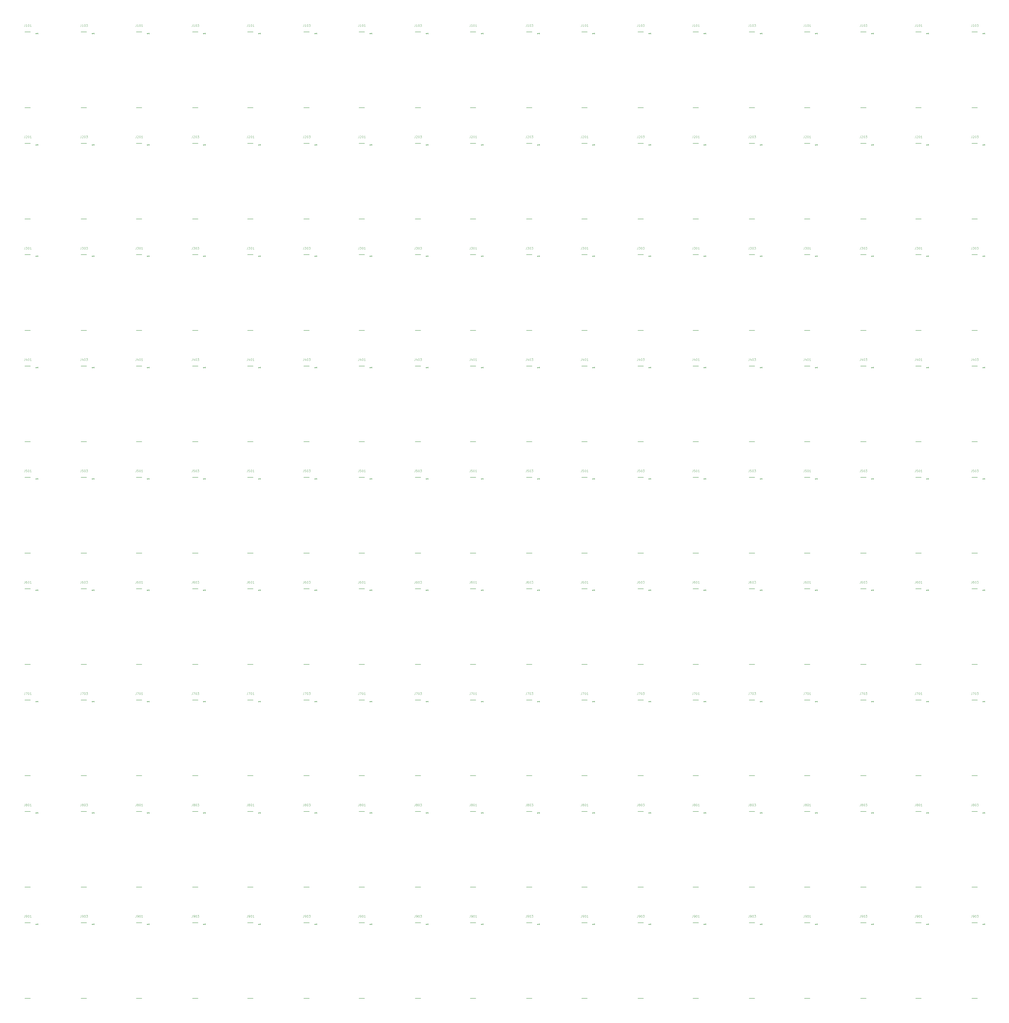
<source format=gbr>
%TF.GenerationSoftware,KiCad,Pcbnew,(5.1.9-0-10_14)*%
%TF.CreationDate,2021-06-01T11:43:06-04:00*%
%TF.ProjectId,9x9backplane,39783962-6163-46b7-906c-616e652e6b69,C*%
%TF.SameCoordinates,Original*%
%TF.FileFunction,Legend,Top*%
%TF.FilePolarity,Positive*%
%FSLAX46Y46*%
G04 Gerber Fmt 4.6, Leading zero omitted, Abs format (unit mm)*
G04 Created by KiCad (PCBNEW (5.1.9-0-10_14)) date 2021-06-01 11:43:06*
%MOMM*%
%LPD*%
G01*
G04 APERTURE LIST*
%ADD10C,0.200000*%
%ADD11C,0.015000*%
%ADD12C,0.150000*%
G04 APERTURE END LIST*
D10*
%TO.C,J403*%
X491006500Y-241645000D02*
X491006500Y-241649000D01*
X491006500Y-207335000D02*
X491006500Y-207331000D01*
X488466500Y-207335000D02*
X488466500Y-207331000D01*
X488466500Y-241649000D02*
X488466500Y-241645000D01*
X488466500Y-207331000D02*
X491006500Y-207331000D01*
X491006500Y-241649000D02*
X488466500Y-241649000D01*
%TO.C,J401*%
X465506500Y-241649000D02*
X462966500Y-241649000D01*
X462966500Y-207331000D02*
X465506500Y-207331000D01*
X462966500Y-241649000D02*
X462966500Y-241645000D01*
X462966500Y-207335000D02*
X462966500Y-207331000D01*
X465506500Y-207335000D02*
X465506500Y-207331000D01*
X465506500Y-241645000D02*
X465506500Y-241649000D01*
%TO.C,J901*%
X465506500Y-494145000D02*
X465506500Y-494149000D01*
X465506500Y-459835000D02*
X465506500Y-459831000D01*
X462966500Y-459835000D02*
X462966500Y-459831000D01*
X462966500Y-494149000D02*
X462966500Y-494145000D01*
X462966500Y-459831000D02*
X465506500Y-459831000D01*
X465506500Y-494149000D02*
X462966500Y-494149000D01*
%TO.C,J803*%
X491006500Y-443649000D02*
X488466500Y-443649000D01*
X488466500Y-409331000D02*
X491006500Y-409331000D01*
X488466500Y-443649000D02*
X488466500Y-443645000D01*
X488466500Y-409335000D02*
X488466500Y-409331000D01*
X491006500Y-409335000D02*
X491006500Y-409331000D01*
X491006500Y-443645000D02*
X491006500Y-443649000D01*
%TO.C,J801*%
X465506500Y-443645000D02*
X465506500Y-443649000D01*
X465506500Y-409335000D02*
X465506500Y-409331000D01*
X462966500Y-409335000D02*
X462966500Y-409331000D01*
X462966500Y-443649000D02*
X462966500Y-443645000D01*
X462966500Y-409331000D02*
X465506500Y-409331000D01*
X465506500Y-443649000D02*
X462966500Y-443649000D01*
%TO.C,J703*%
X491006500Y-393145000D02*
X491006500Y-393149000D01*
X491006500Y-358835000D02*
X491006500Y-358831000D01*
X488466500Y-358835000D02*
X488466500Y-358831000D01*
X488466500Y-393149000D02*
X488466500Y-393145000D01*
X488466500Y-358831000D02*
X491006500Y-358831000D01*
X491006500Y-393149000D02*
X488466500Y-393149000D01*
%TO.C,J601*%
X465506500Y-342645000D02*
X465506500Y-342649000D01*
X465506500Y-308335000D02*
X465506500Y-308331000D01*
X462966500Y-308335000D02*
X462966500Y-308331000D01*
X462966500Y-342649000D02*
X462966500Y-342645000D01*
X462966500Y-308331000D02*
X465506500Y-308331000D01*
X465506500Y-342649000D02*
X462966500Y-342649000D01*
%TO.C,J201*%
X465506500Y-140645000D02*
X465506500Y-140649000D01*
X465506500Y-106335000D02*
X465506500Y-106331000D01*
X462966500Y-106335000D02*
X462966500Y-106331000D01*
X462966500Y-140649000D02*
X462966500Y-140645000D01*
X462966500Y-106331000D02*
X465506500Y-106331000D01*
X465506500Y-140649000D02*
X462966500Y-140649000D01*
%TO.C,J103*%
X491006500Y-90145000D02*
X491006500Y-90149000D01*
X491006500Y-55835000D02*
X491006500Y-55831000D01*
X488466500Y-55835000D02*
X488466500Y-55831000D01*
X488466500Y-90149000D02*
X488466500Y-90145000D01*
X488466500Y-55831000D02*
X491006500Y-55831000D01*
X491006500Y-90149000D02*
X488466500Y-90149000D01*
%TO.C,J701*%
X465506500Y-393149000D02*
X462966500Y-393149000D01*
X462966500Y-358831000D02*
X465506500Y-358831000D01*
X462966500Y-393149000D02*
X462966500Y-393145000D01*
X462966500Y-358835000D02*
X462966500Y-358831000D01*
X465506500Y-358835000D02*
X465506500Y-358831000D01*
X465506500Y-393145000D02*
X465506500Y-393149000D01*
%TO.C,J603*%
X491006500Y-342649000D02*
X488466500Y-342649000D01*
X488466500Y-308331000D02*
X491006500Y-308331000D01*
X488466500Y-342649000D02*
X488466500Y-342645000D01*
X488466500Y-308335000D02*
X488466500Y-308331000D01*
X491006500Y-308335000D02*
X491006500Y-308331000D01*
X491006500Y-342645000D02*
X491006500Y-342649000D01*
%TO.C,J101*%
X465506500Y-90149000D02*
X462966500Y-90149000D01*
X462966500Y-55831000D02*
X465506500Y-55831000D01*
X462966500Y-90149000D02*
X462966500Y-90145000D01*
X462966500Y-55835000D02*
X462966500Y-55831000D01*
X465506500Y-55835000D02*
X465506500Y-55831000D01*
X465506500Y-90145000D02*
X465506500Y-90149000D01*
%TO.C,J903*%
X491006500Y-494149000D02*
X488466500Y-494149000D01*
X488466500Y-459831000D02*
X491006500Y-459831000D01*
X488466500Y-494149000D02*
X488466500Y-494145000D01*
X488466500Y-459835000D02*
X488466500Y-459831000D01*
X491006500Y-459835000D02*
X491006500Y-459831000D01*
X491006500Y-494145000D02*
X491006500Y-494149000D01*
%TO.C,J303*%
X491006500Y-191149000D02*
X488466500Y-191149000D01*
X488466500Y-156831000D02*
X491006500Y-156831000D01*
X488466500Y-191149000D02*
X488466500Y-191145000D01*
X488466500Y-156835000D02*
X488466500Y-156831000D01*
X491006500Y-156835000D02*
X491006500Y-156831000D01*
X491006500Y-191145000D02*
X491006500Y-191149000D01*
%TO.C,J203*%
X491006500Y-140649000D02*
X488466500Y-140649000D01*
X488466500Y-106331000D02*
X491006500Y-106331000D01*
X488466500Y-140649000D02*
X488466500Y-140645000D01*
X488466500Y-106335000D02*
X488466500Y-106331000D01*
X491006500Y-106335000D02*
X491006500Y-106331000D01*
X491006500Y-140645000D02*
X491006500Y-140649000D01*
%TO.C,J501*%
X465506500Y-292145000D02*
X465506500Y-292149000D01*
X465506500Y-257835000D02*
X465506500Y-257831000D01*
X462966500Y-257835000D02*
X462966500Y-257831000D01*
X462966500Y-292149000D02*
X462966500Y-292145000D01*
X462966500Y-257831000D02*
X465506500Y-257831000D01*
X465506500Y-292149000D02*
X462966500Y-292149000D01*
%TO.C,J503*%
X491006500Y-292149000D02*
X488466500Y-292149000D01*
X488466500Y-257831000D02*
X491006500Y-257831000D01*
X488466500Y-292149000D02*
X488466500Y-292145000D01*
X488466500Y-257835000D02*
X488466500Y-257831000D01*
X491006500Y-257835000D02*
X491006500Y-257831000D01*
X491006500Y-292145000D02*
X491006500Y-292149000D01*
%TO.C,J301*%
X465506500Y-191145000D02*
X465506500Y-191149000D01*
X465506500Y-156835000D02*
X465506500Y-156831000D01*
X462966500Y-156835000D02*
X462966500Y-156831000D01*
X462966500Y-191149000D02*
X462966500Y-191145000D01*
X462966500Y-156831000D02*
X465506500Y-156831000D01*
X465506500Y-191149000D02*
X462966500Y-191149000D01*
%TO.C,J103*%
X289006500Y-90149000D02*
X286466500Y-90149000D01*
X286466500Y-55831000D02*
X289006500Y-55831000D01*
X286466500Y-90149000D02*
X286466500Y-90145000D01*
X286466500Y-55835000D02*
X286466500Y-55831000D01*
X289006500Y-55835000D02*
X289006500Y-55831000D01*
X289006500Y-90145000D02*
X289006500Y-90149000D01*
%TO.C,J803*%
X390006500Y-443649000D02*
X387466500Y-443649000D01*
X387466500Y-409331000D02*
X390006500Y-409331000D01*
X387466500Y-443649000D02*
X387466500Y-443645000D01*
X387466500Y-409335000D02*
X387466500Y-409331000D01*
X390006500Y-409335000D02*
X390006500Y-409331000D01*
X390006500Y-443645000D02*
X390006500Y-443649000D01*
%TO.C,J301*%
X314006500Y-191145000D02*
X314006500Y-191149000D01*
X314006500Y-156835000D02*
X314006500Y-156831000D01*
X311466500Y-156835000D02*
X311466500Y-156831000D01*
X311466500Y-191149000D02*
X311466500Y-191145000D01*
X311466500Y-156831000D02*
X314006500Y-156831000D01*
X314006500Y-191149000D02*
X311466500Y-191149000D01*
%TO.C,J701*%
X263506500Y-393145000D02*
X263506500Y-393149000D01*
X263506500Y-358835000D02*
X263506500Y-358831000D01*
X260966500Y-358835000D02*
X260966500Y-358831000D01*
X260966500Y-393149000D02*
X260966500Y-393145000D01*
X260966500Y-358831000D02*
X263506500Y-358831000D01*
X263506500Y-393149000D02*
X260966500Y-393149000D01*
%TO.C,J603*%
X289006500Y-342645000D02*
X289006500Y-342649000D01*
X289006500Y-308335000D02*
X289006500Y-308331000D01*
X286466500Y-308335000D02*
X286466500Y-308331000D01*
X286466500Y-342649000D02*
X286466500Y-342645000D01*
X286466500Y-308331000D02*
X289006500Y-308331000D01*
X289006500Y-342649000D02*
X286466500Y-342649000D01*
%TO.C,J101*%
X263506500Y-90145000D02*
X263506500Y-90149000D01*
X263506500Y-55835000D02*
X263506500Y-55831000D01*
X260966500Y-55835000D02*
X260966500Y-55831000D01*
X260966500Y-90149000D02*
X260966500Y-90145000D01*
X260966500Y-55831000D02*
X263506500Y-55831000D01*
X263506500Y-90149000D02*
X260966500Y-90149000D01*
%TO.C,J201*%
X314006500Y-140645000D02*
X314006500Y-140649000D01*
X314006500Y-106335000D02*
X314006500Y-106331000D01*
X311466500Y-106335000D02*
X311466500Y-106331000D01*
X311466500Y-140649000D02*
X311466500Y-140645000D01*
X311466500Y-106331000D02*
X314006500Y-106331000D01*
X314006500Y-140649000D02*
X311466500Y-140649000D01*
%TO.C,J103*%
X339506500Y-90145000D02*
X339506500Y-90149000D01*
X339506500Y-55835000D02*
X339506500Y-55831000D01*
X336966500Y-55835000D02*
X336966500Y-55831000D01*
X336966500Y-90149000D02*
X336966500Y-90145000D01*
X336966500Y-55831000D02*
X339506500Y-55831000D01*
X339506500Y-90149000D02*
X336966500Y-90149000D01*
%TO.C,J701*%
X314006500Y-393149000D02*
X311466500Y-393149000D01*
X311466500Y-358831000D02*
X314006500Y-358831000D01*
X311466500Y-393149000D02*
X311466500Y-393145000D01*
X311466500Y-358835000D02*
X311466500Y-358831000D01*
X314006500Y-358835000D02*
X314006500Y-358831000D01*
X314006500Y-393145000D02*
X314006500Y-393149000D01*
%TO.C,J603*%
X339506500Y-342649000D02*
X336966500Y-342649000D01*
X336966500Y-308331000D02*
X339506500Y-308331000D01*
X336966500Y-342649000D02*
X336966500Y-342645000D01*
X336966500Y-308335000D02*
X336966500Y-308331000D01*
X339506500Y-308335000D02*
X339506500Y-308331000D01*
X339506500Y-342645000D02*
X339506500Y-342649000D01*
%TO.C,J101*%
X314006500Y-90149000D02*
X311466500Y-90149000D01*
X311466500Y-55831000D02*
X314006500Y-55831000D01*
X311466500Y-90149000D02*
X311466500Y-90145000D01*
X311466500Y-55835000D02*
X311466500Y-55831000D01*
X314006500Y-55835000D02*
X314006500Y-55831000D01*
X314006500Y-90145000D02*
X314006500Y-90149000D01*
%TO.C,J903*%
X339506500Y-494149000D02*
X336966500Y-494149000D01*
X336966500Y-459831000D02*
X339506500Y-459831000D01*
X336966500Y-494149000D02*
X336966500Y-494145000D01*
X336966500Y-459835000D02*
X336966500Y-459831000D01*
X339506500Y-459835000D02*
X339506500Y-459831000D01*
X339506500Y-494145000D02*
X339506500Y-494149000D01*
%TO.C,J901*%
X314006500Y-494145000D02*
X314006500Y-494149000D01*
X314006500Y-459835000D02*
X314006500Y-459831000D01*
X311466500Y-459835000D02*
X311466500Y-459831000D01*
X311466500Y-494149000D02*
X311466500Y-494145000D01*
X311466500Y-459831000D02*
X314006500Y-459831000D01*
X314006500Y-494149000D02*
X311466500Y-494149000D01*
%TO.C,J803*%
X339506500Y-443649000D02*
X336966500Y-443649000D01*
X336966500Y-409331000D02*
X339506500Y-409331000D01*
X336966500Y-443649000D02*
X336966500Y-443645000D01*
X336966500Y-409335000D02*
X336966500Y-409331000D01*
X339506500Y-409335000D02*
X339506500Y-409331000D01*
X339506500Y-443645000D02*
X339506500Y-443649000D01*
%TO.C,J801*%
X314006500Y-443645000D02*
X314006500Y-443649000D01*
X314006500Y-409335000D02*
X314006500Y-409331000D01*
X311466500Y-409335000D02*
X311466500Y-409331000D01*
X311466500Y-443649000D02*
X311466500Y-443645000D01*
X311466500Y-409331000D02*
X314006500Y-409331000D01*
X314006500Y-443649000D02*
X311466500Y-443649000D01*
%TO.C,J703*%
X339506500Y-393145000D02*
X339506500Y-393149000D01*
X339506500Y-358835000D02*
X339506500Y-358831000D01*
X336966500Y-358835000D02*
X336966500Y-358831000D01*
X336966500Y-393149000D02*
X336966500Y-393145000D01*
X336966500Y-358831000D02*
X339506500Y-358831000D01*
X339506500Y-393149000D02*
X336966500Y-393149000D01*
%TO.C,J601*%
X314006500Y-342645000D02*
X314006500Y-342649000D01*
X314006500Y-308335000D02*
X314006500Y-308331000D01*
X311466500Y-308335000D02*
X311466500Y-308331000D01*
X311466500Y-342649000D02*
X311466500Y-342645000D01*
X311466500Y-308331000D02*
X314006500Y-308331000D01*
X314006500Y-342649000D02*
X311466500Y-342649000D01*
%TO.C,J503*%
X339506500Y-292149000D02*
X336966500Y-292149000D01*
X336966500Y-257831000D02*
X339506500Y-257831000D01*
X336966500Y-292149000D02*
X336966500Y-292145000D01*
X336966500Y-257835000D02*
X336966500Y-257831000D01*
X339506500Y-257835000D02*
X339506500Y-257831000D01*
X339506500Y-292145000D02*
X339506500Y-292149000D01*
%TO.C,J501*%
X314006500Y-292145000D02*
X314006500Y-292149000D01*
X314006500Y-257835000D02*
X314006500Y-257831000D01*
X311466500Y-257835000D02*
X311466500Y-257831000D01*
X311466500Y-292149000D02*
X311466500Y-292145000D01*
X311466500Y-257831000D02*
X314006500Y-257831000D01*
X314006500Y-292149000D02*
X311466500Y-292149000D01*
%TO.C,J403*%
X339506500Y-241645000D02*
X339506500Y-241649000D01*
X339506500Y-207335000D02*
X339506500Y-207331000D01*
X336966500Y-207335000D02*
X336966500Y-207331000D01*
X336966500Y-241649000D02*
X336966500Y-241645000D01*
X336966500Y-207331000D02*
X339506500Y-207331000D01*
X339506500Y-241649000D02*
X336966500Y-241649000D01*
%TO.C,J401*%
X314006500Y-241649000D02*
X311466500Y-241649000D01*
X311466500Y-207331000D02*
X314006500Y-207331000D01*
X311466500Y-241649000D02*
X311466500Y-241645000D01*
X311466500Y-207335000D02*
X311466500Y-207331000D01*
X314006500Y-207335000D02*
X314006500Y-207331000D01*
X314006500Y-241645000D02*
X314006500Y-241649000D01*
%TO.C,J303*%
X339506500Y-191149000D02*
X336966500Y-191149000D01*
X336966500Y-156831000D02*
X339506500Y-156831000D01*
X336966500Y-191149000D02*
X336966500Y-191145000D01*
X336966500Y-156835000D02*
X336966500Y-156831000D01*
X339506500Y-156835000D02*
X339506500Y-156831000D01*
X339506500Y-191145000D02*
X339506500Y-191149000D01*
%TO.C,J203*%
X339506500Y-140649000D02*
X336966500Y-140649000D01*
X336966500Y-106331000D02*
X339506500Y-106331000D01*
X336966500Y-140649000D02*
X336966500Y-140645000D01*
X336966500Y-106335000D02*
X336966500Y-106331000D01*
X339506500Y-106335000D02*
X339506500Y-106331000D01*
X339506500Y-140645000D02*
X339506500Y-140649000D01*
%TO.C,J201*%
X415006500Y-140649000D02*
X412466500Y-140649000D01*
X412466500Y-106331000D02*
X415006500Y-106331000D01*
X412466500Y-140649000D02*
X412466500Y-140645000D01*
X412466500Y-106335000D02*
X412466500Y-106331000D01*
X415006500Y-106335000D02*
X415006500Y-106331000D01*
X415006500Y-140645000D02*
X415006500Y-140649000D01*
%TO.C,J103*%
X440506500Y-90149000D02*
X437966500Y-90149000D01*
X437966500Y-55831000D02*
X440506500Y-55831000D01*
X437966500Y-90149000D02*
X437966500Y-90145000D01*
X437966500Y-55835000D02*
X437966500Y-55831000D01*
X440506500Y-55835000D02*
X440506500Y-55831000D01*
X440506500Y-90145000D02*
X440506500Y-90149000D01*
%TO.C,J701*%
X415006500Y-393145000D02*
X415006500Y-393149000D01*
X415006500Y-358835000D02*
X415006500Y-358831000D01*
X412466500Y-358835000D02*
X412466500Y-358831000D01*
X412466500Y-393149000D02*
X412466500Y-393145000D01*
X412466500Y-358831000D02*
X415006500Y-358831000D01*
X415006500Y-393149000D02*
X412466500Y-393149000D01*
%TO.C,J603*%
X440506500Y-342645000D02*
X440506500Y-342649000D01*
X440506500Y-308335000D02*
X440506500Y-308331000D01*
X437966500Y-308335000D02*
X437966500Y-308331000D01*
X437966500Y-342649000D02*
X437966500Y-342645000D01*
X437966500Y-308331000D02*
X440506500Y-308331000D01*
X440506500Y-342649000D02*
X437966500Y-342649000D01*
%TO.C,J101*%
X415006500Y-90145000D02*
X415006500Y-90149000D01*
X415006500Y-55835000D02*
X415006500Y-55831000D01*
X412466500Y-55835000D02*
X412466500Y-55831000D01*
X412466500Y-90149000D02*
X412466500Y-90145000D01*
X412466500Y-55831000D02*
X415006500Y-55831000D01*
X415006500Y-90149000D02*
X412466500Y-90149000D01*
%TO.C,J903*%
X440506500Y-494145000D02*
X440506500Y-494149000D01*
X440506500Y-459835000D02*
X440506500Y-459831000D01*
X437966500Y-459835000D02*
X437966500Y-459831000D01*
X437966500Y-494149000D02*
X437966500Y-494145000D01*
X437966500Y-459831000D02*
X440506500Y-459831000D01*
X440506500Y-494149000D02*
X437966500Y-494149000D01*
%TO.C,J901*%
X415006500Y-494149000D02*
X412466500Y-494149000D01*
X412466500Y-459831000D02*
X415006500Y-459831000D01*
X412466500Y-494149000D02*
X412466500Y-494145000D01*
X412466500Y-459835000D02*
X412466500Y-459831000D01*
X415006500Y-459835000D02*
X415006500Y-459831000D01*
X415006500Y-494145000D02*
X415006500Y-494149000D01*
%TO.C,J803*%
X440506500Y-443645000D02*
X440506500Y-443649000D01*
X440506500Y-409335000D02*
X440506500Y-409331000D01*
X437966500Y-409335000D02*
X437966500Y-409331000D01*
X437966500Y-443649000D02*
X437966500Y-443645000D01*
X437966500Y-409331000D02*
X440506500Y-409331000D01*
X440506500Y-443649000D02*
X437966500Y-443649000D01*
%TO.C,J801*%
X415006500Y-443649000D02*
X412466500Y-443649000D01*
X412466500Y-409331000D02*
X415006500Y-409331000D01*
X412466500Y-443649000D02*
X412466500Y-443645000D01*
X412466500Y-409335000D02*
X412466500Y-409331000D01*
X415006500Y-409335000D02*
X415006500Y-409331000D01*
X415006500Y-443645000D02*
X415006500Y-443649000D01*
%TO.C,J703*%
X440506500Y-393149000D02*
X437966500Y-393149000D01*
X437966500Y-358831000D02*
X440506500Y-358831000D01*
X437966500Y-393149000D02*
X437966500Y-393145000D01*
X437966500Y-358835000D02*
X437966500Y-358831000D01*
X440506500Y-358835000D02*
X440506500Y-358831000D01*
X440506500Y-393145000D02*
X440506500Y-393149000D01*
%TO.C,J301*%
X364506500Y-191145000D02*
X364506500Y-191149000D01*
X364506500Y-156835000D02*
X364506500Y-156831000D01*
X361966500Y-156835000D02*
X361966500Y-156831000D01*
X361966500Y-191149000D02*
X361966500Y-191145000D01*
X361966500Y-156831000D02*
X364506500Y-156831000D01*
X364506500Y-191149000D02*
X361966500Y-191149000D01*
%TO.C,J201*%
X364506500Y-140645000D02*
X364506500Y-140649000D01*
X364506500Y-106335000D02*
X364506500Y-106331000D01*
X361966500Y-106335000D02*
X361966500Y-106331000D01*
X361966500Y-140649000D02*
X361966500Y-140645000D01*
X361966500Y-106331000D02*
X364506500Y-106331000D01*
X364506500Y-140649000D02*
X361966500Y-140649000D01*
%TO.C,J203*%
X390006500Y-140649000D02*
X387466500Y-140649000D01*
X387466500Y-106331000D02*
X390006500Y-106331000D01*
X387466500Y-140649000D02*
X387466500Y-140645000D01*
X387466500Y-106335000D02*
X387466500Y-106331000D01*
X390006500Y-106335000D02*
X390006500Y-106331000D01*
X390006500Y-140645000D02*
X390006500Y-140649000D01*
%TO.C,J303*%
X390006500Y-191149000D02*
X387466500Y-191149000D01*
X387466500Y-156831000D02*
X390006500Y-156831000D01*
X387466500Y-191149000D02*
X387466500Y-191145000D01*
X387466500Y-156835000D02*
X387466500Y-156831000D01*
X390006500Y-156835000D02*
X390006500Y-156831000D01*
X390006500Y-191145000D02*
X390006500Y-191149000D01*
%TO.C,J401*%
X364506500Y-241649000D02*
X361966500Y-241649000D01*
X361966500Y-207331000D02*
X364506500Y-207331000D01*
X361966500Y-241649000D02*
X361966500Y-241645000D01*
X361966500Y-207335000D02*
X361966500Y-207331000D01*
X364506500Y-207335000D02*
X364506500Y-207331000D01*
X364506500Y-241645000D02*
X364506500Y-241649000D01*
%TO.C,J403*%
X390006500Y-241645000D02*
X390006500Y-241649000D01*
X390006500Y-207335000D02*
X390006500Y-207331000D01*
X387466500Y-207335000D02*
X387466500Y-207331000D01*
X387466500Y-241649000D02*
X387466500Y-241645000D01*
X387466500Y-207331000D02*
X390006500Y-207331000D01*
X390006500Y-241649000D02*
X387466500Y-241649000D01*
%TO.C,J501*%
X364506500Y-292145000D02*
X364506500Y-292149000D01*
X364506500Y-257835000D02*
X364506500Y-257831000D01*
X361966500Y-257835000D02*
X361966500Y-257831000D01*
X361966500Y-292149000D02*
X361966500Y-292145000D01*
X361966500Y-257831000D02*
X364506500Y-257831000D01*
X364506500Y-292149000D02*
X361966500Y-292149000D01*
%TO.C,J503*%
X390006500Y-292149000D02*
X387466500Y-292149000D01*
X387466500Y-257831000D02*
X390006500Y-257831000D01*
X387466500Y-292149000D02*
X387466500Y-292145000D01*
X387466500Y-257835000D02*
X387466500Y-257831000D01*
X390006500Y-257835000D02*
X390006500Y-257831000D01*
X390006500Y-292145000D02*
X390006500Y-292149000D01*
%TO.C,J601*%
X364506500Y-342645000D02*
X364506500Y-342649000D01*
X364506500Y-308335000D02*
X364506500Y-308331000D01*
X361966500Y-308335000D02*
X361966500Y-308331000D01*
X361966500Y-342649000D02*
X361966500Y-342645000D01*
X361966500Y-308331000D02*
X364506500Y-308331000D01*
X364506500Y-342649000D02*
X361966500Y-342649000D01*
%TO.C,J801*%
X364506500Y-443645000D02*
X364506500Y-443649000D01*
X364506500Y-409335000D02*
X364506500Y-409331000D01*
X361966500Y-409335000D02*
X361966500Y-409331000D01*
X361966500Y-443649000D02*
X361966500Y-443645000D01*
X361966500Y-409331000D02*
X364506500Y-409331000D01*
X364506500Y-443649000D02*
X361966500Y-443649000D01*
%TO.C,J203*%
X440506500Y-140645000D02*
X440506500Y-140649000D01*
X440506500Y-106335000D02*
X440506500Y-106331000D01*
X437966500Y-106335000D02*
X437966500Y-106331000D01*
X437966500Y-140649000D02*
X437966500Y-140645000D01*
X437966500Y-106331000D02*
X440506500Y-106331000D01*
X440506500Y-140649000D02*
X437966500Y-140649000D01*
%TO.C,J303*%
X440506500Y-191145000D02*
X440506500Y-191149000D01*
X440506500Y-156835000D02*
X440506500Y-156831000D01*
X437966500Y-156835000D02*
X437966500Y-156831000D01*
X437966500Y-191149000D02*
X437966500Y-191145000D01*
X437966500Y-156831000D02*
X440506500Y-156831000D01*
X440506500Y-191149000D02*
X437966500Y-191149000D01*
%TO.C,J401*%
X415006500Y-241645000D02*
X415006500Y-241649000D01*
X415006500Y-207335000D02*
X415006500Y-207331000D01*
X412466500Y-207335000D02*
X412466500Y-207331000D01*
X412466500Y-241649000D02*
X412466500Y-241645000D01*
X412466500Y-207331000D02*
X415006500Y-207331000D01*
X415006500Y-241649000D02*
X412466500Y-241649000D01*
%TO.C,J403*%
X440506500Y-241649000D02*
X437966500Y-241649000D01*
X437966500Y-207331000D02*
X440506500Y-207331000D01*
X437966500Y-241649000D02*
X437966500Y-241645000D01*
X437966500Y-207335000D02*
X437966500Y-207331000D01*
X440506500Y-207335000D02*
X440506500Y-207331000D01*
X440506500Y-241645000D02*
X440506500Y-241649000D01*
%TO.C,J501*%
X415006500Y-292149000D02*
X412466500Y-292149000D01*
X412466500Y-257831000D02*
X415006500Y-257831000D01*
X412466500Y-292149000D02*
X412466500Y-292145000D01*
X412466500Y-257835000D02*
X412466500Y-257831000D01*
X415006500Y-257835000D02*
X415006500Y-257831000D01*
X415006500Y-292145000D02*
X415006500Y-292149000D01*
%TO.C,J503*%
X440506500Y-292145000D02*
X440506500Y-292149000D01*
X440506500Y-257835000D02*
X440506500Y-257831000D01*
X437966500Y-257835000D02*
X437966500Y-257831000D01*
X437966500Y-292149000D02*
X437966500Y-292145000D01*
X437966500Y-257831000D02*
X440506500Y-257831000D01*
X440506500Y-292149000D02*
X437966500Y-292149000D01*
%TO.C,J901*%
X364506500Y-494145000D02*
X364506500Y-494149000D01*
X364506500Y-459835000D02*
X364506500Y-459831000D01*
X361966500Y-459835000D02*
X361966500Y-459831000D01*
X361966500Y-494149000D02*
X361966500Y-494145000D01*
X361966500Y-459831000D02*
X364506500Y-459831000D01*
X364506500Y-494149000D02*
X361966500Y-494149000D01*
%TO.C,J903*%
X390006500Y-494149000D02*
X387466500Y-494149000D01*
X387466500Y-459831000D02*
X390006500Y-459831000D01*
X387466500Y-494149000D02*
X387466500Y-494145000D01*
X387466500Y-459835000D02*
X387466500Y-459831000D01*
X390006500Y-459835000D02*
X390006500Y-459831000D01*
X390006500Y-494145000D02*
X390006500Y-494149000D01*
%TO.C,J703*%
X390006500Y-393145000D02*
X390006500Y-393149000D01*
X390006500Y-358835000D02*
X390006500Y-358831000D01*
X387466500Y-358835000D02*
X387466500Y-358831000D01*
X387466500Y-393149000D02*
X387466500Y-393145000D01*
X387466500Y-358831000D02*
X390006500Y-358831000D01*
X390006500Y-393149000D02*
X387466500Y-393149000D01*
%TO.C,J601*%
X415006500Y-342649000D02*
X412466500Y-342649000D01*
X412466500Y-308331000D02*
X415006500Y-308331000D01*
X412466500Y-342649000D02*
X412466500Y-342645000D01*
X412466500Y-308335000D02*
X412466500Y-308331000D01*
X415006500Y-308335000D02*
X415006500Y-308331000D01*
X415006500Y-342645000D02*
X415006500Y-342649000D01*
%TO.C,J903*%
X289006500Y-494145000D02*
X289006500Y-494149000D01*
X289006500Y-459835000D02*
X289006500Y-459831000D01*
X286466500Y-459835000D02*
X286466500Y-459831000D01*
X286466500Y-494149000D02*
X286466500Y-494145000D01*
X286466500Y-459831000D02*
X289006500Y-459831000D01*
X289006500Y-494149000D02*
X286466500Y-494149000D01*
%TO.C,J901*%
X263506500Y-494149000D02*
X260966500Y-494149000D01*
X260966500Y-459831000D02*
X263506500Y-459831000D01*
X260966500Y-494149000D02*
X260966500Y-494145000D01*
X260966500Y-459835000D02*
X260966500Y-459831000D01*
X263506500Y-459835000D02*
X263506500Y-459831000D01*
X263506500Y-494145000D02*
X263506500Y-494149000D01*
%TO.C,J803*%
X289006500Y-443645000D02*
X289006500Y-443649000D01*
X289006500Y-409335000D02*
X289006500Y-409331000D01*
X286466500Y-409335000D02*
X286466500Y-409331000D01*
X286466500Y-443649000D02*
X286466500Y-443645000D01*
X286466500Y-409331000D02*
X289006500Y-409331000D01*
X289006500Y-443649000D02*
X286466500Y-443649000D01*
%TO.C,J801*%
X263506500Y-443649000D02*
X260966500Y-443649000D01*
X260966500Y-409331000D02*
X263506500Y-409331000D01*
X260966500Y-443649000D02*
X260966500Y-443645000D01*
X260966500Y-409335000D02*
X260966500Y-409331000D01*
X263506500Y-409335000D02*
X263506500Y-409331000D01*
X263506500Y-443645000D02*
X263506500Y-443649000D01*
%TO.C,J703*%
X289006500Y-393149000D02*
X286466500Y-393149000D01*
X286466500Y-358831000D02*
X289006500Y-358831000D01*
X286466500Y-393149000D02*
X286466500Y-393145000D01*
X286466500Y-358835000D02*
X286466500Y-358831000D01*
X289006500Y-358835000D02*
X289006500Y-358831000D01*
X289006500Y-393145000D02*
X289006500Y-393149000D01*
%TO.C,J601*%
X263506500Y-342649000D02*
X260966500Y-342649000D01*
X260966500Y-308331000D02*
X263506500Y-308331000D01*
X260966500Y-342649000D02*
X260966500Y-342645000D01*
X260966500Y-308335000D02*
X260966500Y-308331000D01*
X263506500Y-308335000D02*
X263506500Y-308331000D01*
X263506500Y-342645000D02*
X263506500Y-342649000D01*
%TO.C,J503*%
X289006500Y-292145000D02*
X289006500Y-292149000D01*
X289006500Y-257835000D02*
X289006500Y-257831000D01*
X286466500Y-257835000D02*
X286466500Y-257831000D01*
X286466500Y-292149000D02*
X286466500Y-292145000D01*
X286466500Y-257831000D02*
X289006500Y-257831000D01*
X289006500Y-292149000D02*
X286466500Y-292149000D01*
%TO.C,J501*%
X263506500Y-292149000D02*
X260966500Y-292149000D01*
X260966500Y-257831000D02*
X263506500Y-257831000D01*
X260966500Y-292149000D02*
X260966500Y-292145000D01*
X260966500Y-257835000D02*
X260966500Y-257831000D01*
X263506500Y-257835000D02*
X263506500Y-257831000D01*
X263506500Y-292145000D02*
X263506500Y-292149000D01*
%TO.C,J403*%
X289006500Y-241649000D02*
X286466500Y-241649000D01*
X286466500Y-207331000D02*
X289006500Y-207331000D01*
X286466500Y-241649000D02*
X286466500Y-241645000D01*
X286466500Y-207335000D02*
X286466500Y-207331000D01*
X289006500Y-207335000D02*
X289006500Y-207331000D01*
X289006500Y-241645000D02*
X289006500Y-241649000D01*
%TO.C,J401*%
X263506500Y-241645000D02*
X263506500Y-241649000D01*
X263506500Y-207335000D02*
X263506500Y-207331000D01*
X260966500Y-207335000D02*
X260966500Y-207331000D01*
X260966500Y-241649000D02*
X260966500Y-241645000D01*
X260966500Y-207331000D02*
X263506500Y-207331000D01*
X263506500Y-241649000D02*
X260966500Y-241649000D01*
%TO.C,J303*%
X289006500Y-191145000D02*
X289006500Y-191149000D01*
X289006500Y-156835000D02*
X289006500Y-156831000D01*
X286466500Y-156835000D02*
X286466500Y-156831000D01*
X286466500Y-191149000D02*
X286466500Y-191145000D01*
X286466500Y-156831000D02*
X289006500Y-156831000D01*
X289006500Y-191149000D02*
X286466500Y-191149000D01*
%TO.C,J203*%
X289006500Y-140645000D02*
X289006500Y-140649000D01*
X289006500Y-106335000D02*
X289006500Y-106331000D01*
X286466500Y-106335000D02*
X286466500Y-106331000D01*
X286466500Y-140649000D02*
X286466500Y-140645000D01*
X286466500Y-106331000D02*
X289006500Y-106331000D01*
X289006500Y-140649000D02*
X286466500Y-140649000D01*
%TO.C,J201*%
X263506500Y-140649000D02*
X260966500Y-140649000D01*
X260966500Y-106331000D02*
X263506500Y-106331000D01*
X260966500Y-140649000D02*
X260966500Y-140645000D01*
X260966500Y-106335000D02*
X260966500Y-106331000D01*
X263506500Y-106335000D02*
X263506500Y-106331000D01*
X263506500Y-140645000D02*
X263506500Y-140649000D01*
%TO.C,J301*%
X263506500Y-191149000D02*
X260966500Y-191149000D01*
X260966500Y-156831000D02*
X263506500Y-156831000D01*
X260966500Y-191149000D02*
X260966500Y-191145000D01*
X260966500Y-156835000D02*
X260966500Y-156831000D01*
X263506500Y-156835000D02*
X263506500Y-156831000D01*
X263506500Y-191145000D02*
X263506500Y-191149000D01*
%TO.C,J103*%
X390006500Y-90145000D02*
X390006500Y-90149000D01*
X390006500Y-55835000D02*
X390006500Y-55831000D01*
X387466500Y-55835000D02*
X387466500Y-55831000D01*
X387466500Y-90149000D02*
X387466500Y-90145000D01*
X387466500Y-55831000D02*
X390006500Y-55831000D01*
X390006500Y-90149000D02*
X387466500Y-90149000D01*
%TO.C,J301*%
X415006500Y-191149000D02*
X412466500Y-191149000D01*
X412466500Y-156831000D02*
X415006500Y-156831000D01*
X412466500Y-191149000D02*
X412466500Y-191145000D01*
X412466500Y-156835000D02*
X412466500Y-156831000D01*
X415006500Y-156835000D02*
X415006500Y-156831000D01*
X415006500Y-191145000D02*
X415006500Y-191149000D01*
%TO.C,J701*%
X364506500Y-393149000D02*
X361966500Y-393149000D01*
X361966500Y-358831000D02*
X364506500Y-358831000D01*
X361966500Y-393149000D02*
X361966500Y-393145000D01*
X361966500Y-358835000D02*
X361966500Y-358831000D01*
X364506500Y-358835000D02*
X364506500Y-358831000D01*
X364506500Y-393145000D02*
X364506500Y-393149000D01*
%TO.C,J603*%
X390006500Y-342649000D02*
X387466500Y-342649000D01*
X387466500Y-308331000D02*
X390006500Y-308331000D01*
X387466500Y-342649000D02*
X387466500Y-342645000D01*
X387466500Y-308335000D02*
X387466500Y-308331000D01*
X390006500Y-308335000D02*
X390006500Y-308331000D01*
X390006500Y-342645000D02*
X390006500Y-342649000D01*
%TO.C,J101*%
X364506500Y-90149000D02*
X361966500Y-90149000D01*
X361966500Y-55831000D02*
X364506500Y-55831000D01*
X361966500Y-90149000D02*
X361966500Y-90145000D01*
X361966500Y-55835000D02*
X361966500Y-55831000D01*
X364506500Y-55835000D02*
X364506500Y-55831000D01*
X364506500Y-90145000D02*
X364506500Y-90149000D01*
%TO.C,J103*%
X188006500Y-90149000D02*
X185466500Y-90149000D01*
X185466500Y-55831000D02*
X188006500Y-55831000D01*
X185466500Y-90149000D02*
X185466500Y-90145000D01*
X185466500Y-55835000D02*
X185466500Y-55831000D01*
X188006500Y-55835000D02*
X188006500Y-55831000D01*
X188006500Y-90145000D02*
X188006500Y-90149000D01*
%TO.C,J301*%
X213006500Y-191145000D02*
X213006500Y-191149000D01*
X213006500Y-156835000D02*
X213006500Y-156831000D01*
X210466500Y-156835000D02*
X210466500Y-156831000D01*
X210466500Y-191149000D02*
X210466500Y-191145000D01*
X210466500Y-156831000D02*
X213006500Y-156831000D01*
X213006500Y-191149000D02*
X210466500Y-191149000D01*
%TO.C,J701*%
X162506500Y-393145000D02*
X162506500Y-393149000D01*
X162506500Y-358835000D02*
X162506500Y-358831000D01*
X159966500Y-358835000D02*
X159966500Y-358831000D01*
X159966500Y-393149000D02*
X159966500Y-393145000D01*
X159966500Y-358831000D02*
X162506500Y-358831000D01*
X162506500Y-393149000D02*
X159966500Y-393149000D01*
%TO.C,J603*%
X188006500Y-342645000D02*
X188006500Y-342649000D01*
X188006500Y-308335000D02*
X188006500Y-308331000D01*
X185466500Y-308335000D02*
X185466500Y-308331000D01*
X185466500Y-342649000D02*
X185466500Y-342645000D01*
X185466500Y-308331000D02*
X188006500Y-308331000D01*
X188006500Y-342649000D02*
X185466500Y-342649000D01*
%TO.C,J101*%
X162506500Y-90145000D02*
X162506500Y-90149000D01*
X162506500Y-55835000D02*
X162506500Y-55831000D01*
X159966500Y-55835000D02*
X159966500Y-55831000D01*
X159966500Y-90149000D02*
X159966500Y-90145000D01*
X159966500Y-55831000D02*
X162506500Y-55831000D01*
X162506500Y-90149000D02*
X159966500Y-90149000D01*
%TO.C,J201*%
X213006500Y-140645000D02*
X213006500Y-140649000D01*
X213006500Y-106335000D02*
X213006500Y-106331000D01*
X210466500Y-106335000D02*
X210466500Y-106331000D01*
X210466500Y-140649000D02*
X210466500Y-140645000D01*
X210466500Y-106331000D02*
X213006500Y-106331000D01*
X213006500Y-140649000D02*
X210466500Y-140649000D01*
%TO.C,J103*%
X238506500Y-90145000D02*
X238506500Y-90149000D01*
X238506500Y-55835000D02*
X238506500Y-55831000D01*
X235966500Y-55835000D02*
X235966500Y-55831000D01*
X235966500Y-90149000D02*
X235966500Y-90145000D01*
X235966500Y-55831000D02*
X238506500Y-55831000D01*
X238506500Y-90149000D02*
X235966500Y-90149000D01*
%TO.C,J701*%
X213006500Y-393149000D02*
X210466500Y-393149000D01*
X210466500Y-358831000D02*
X213006500Y-358831000D01*
X210466500Y-393149000D02*
X210466500Y-393145000D01*
X210466500Y-358835000D02*
X210466500Y-358831000D01*
X213006500Y-358835000D02*
X213006500Y-358831000D01*
X213006500Y-393145000D02*
X213006500Y-393149000D01*
%TO.C,J603*%
X238506500Y-342649000D02*
X235966500Y-342649000D01*
X235966500Y-308331000D02*
X238506500Y-308331000D01*
X235966500Y-342649000D02*
X235966500Y-342645000D01*
X235966500Y-308335000D02*
X235966500Y-308331000D01*
X238506500Y-308335000D02*
X238506500Y-308331000D01*
X238506500Y-342645000D02*
X238506500Y-342649000D01*
%TO.C,J101*%
X213006500Y-90149000D02*
X210466500Y-90149000D01*
X210466500Y-55831000D02*
X213006500Y-55831000D01*
X210466500Y-90149000D02*
X210466500Y-90145000D01*
X210466500Y-55835000D02*
X210466500Y-55831000D01*
X213006500Y-55835000D02*
X213006500Y-55831000D01*
X213006500Y-90145000D02*
X213006500Y-90149000D01*
%TO.C,J903*%
X238506500Y-494149000D02*
X235966500Y-494149000D01*
X235966500Y-459831000D02*
X238506500Y-459831000D01*
X235966500Y-494149000D02*
X235966500Y-494145000D01*
X235966500Y-459835000D02*
X235966500Y-459831000D01*
X238506500Y-459835000D02*
X238506500Y-459831000D01*
X238506500Y-494145000D02*
X238506500Y-494149000D01*
%TO.C,J901*%
X213006500Y-494145000D02*
X213006500Y-494149000D01*
X213006500Y-459835000D02*
X213006500Y-459831000D01*
X210466500Y-459835000D02*
X210466500Y-459831000D01*
X210466500Y-494149000D02*
X210466500Y-494145000D01*
X210466500Y-459831000D02*
X213006500Y-459831000D01*
X213006500Y-494149000D02*
X210466500Y-494149000D01*
%TO.C,J803*%
X238506500Y-443649000D02*
X235966500Y-443649000D01*
X235966500Y-409331000D02*
X238506500Y-409331000D01*
X235966500Y-443649000D02*
X235966500Y-443645000D01*
X235966500Y-409335000D02*
X235966500Y-409331000D01*
X238506500Y-409335000D02*
X238506500Y-409331000D01*
X238506500Y-443645000D02*
X238506500Y-443649000D01*
%TO.C,J801*%
X213006500Y-443645000D02*
X213006500Y-443649000D01*
X213006500Y-409335000D02*
X213006500Y-409331000D01*
X210466500Y-409335000D02*
X210466500Y-409331000D01*
X210466500Y-443649000D02*
X210466500Y-443645000D01*
X210466500Y-409331000D02*
X213006500Y-409331000D01*
X213006500Y-443649000D02*
X210466500Y-443649000D01*
%TO.C,J703*%
X238506500Y-393145000D02*
X238506500Y-393149000D01*
X238506500Y-358835000D02*
X238506500Y-358831000D01*
X235966500Y-358835000D02*
X235966500Y-358831000D01*
X235966500Y-393149000D02*
X235966500Y-393145000D01*
X235966500Y-358831000D02*
X238506500Y-358831000D01*
X238506500Y-393149000D02*
X235966500Y-393149000D01*
%TO.C,J601*%
X213006500Y-342645000D02*
X213006500Y-342649000D01*
X213006500Y-308335000D02*
X213006500Y-308331000D01*
X210466500Y-308335000D02*
X210466500Y-308331000D01*
X210466500Y-342649000D02*
X210466500Y-342645000D01*
X210466500Y-308331000D02*
X213006500Y-308331000D01*
X213006500Y-342649000D02*
X210466500Y-342649000D01*
%TO.C,J503*%
X238506500Y-292149000D02*
X235966500Y-292149000D01*
X235966500Y-257831000D02*
X238506500Y-257831000D01*
X235966500Y-292149000D02*
X235966500Y-292145000D01*
X235966500Y-257835000D02*
X235966500Y-257831000D01*
X238506500Y-257835000D02*
X238506500Y-257831000D01*
X238506500Y-292145000D02*
X238506500Y-292149000D01*
%TO.C,J501*%
X213006500Y-292145000D02*
X213006500Y-292149000D01*
X213006500Y-257835000D02*
X213006500Y-257831000D01*
X210466500Y-257835000D02*
X210466500Y-257831000D01*
X210466500Y-292149000D02*
X210466500Y-292145000D01*
X210466500Y-257831000D02*
X213006500Y-257831000D01*
X213006500Y-292149000D02*
X210466500Y-292149000D01*
%TO.C,J403*%
X238506500Y-241645000D02*
X238506500Y-241649000D01*
X238506500Y-207335000D02*
X238506500Y-207331000D01*
X235966500Y-207335000D02*
X235966500Y-207331000D01*
X235966500Y-241649000D02*
X235966500Y-241645000D01*
X235966500Y-207331000D02*
X238506500Y-207331000D01*
X238506500Y-241649000D02*
X235966500Y-241649000D01*
%TO.C,J401*%
X213006500Y-241649000D02*
X210466500Y-241649000D01*
X210466500Y-207331000D02*
X213006500Y-207331000D01*
X210466500Y-241649000D02*
X210466500Y-241645000D01*
X210466500Y-207335000D02*
X210466500Y-207331000D01*
X213006500Y-207335000D02*
X213006500Y-207331000D01*
X213006500Y-241645000D02*
X213006500Y-241649000D01*
%TO.C,J303*%
X238506500Y-191149000D02*
X235966500Y-191149000D01*
X235966500Y-156831000D02*
X238506500Y-156831000D01*
X235966500Y-191149000D02*
X235966500Y-191145000D01*
X235966500Y-156835000D02*
X235966500Y-156831000D01*
X238506500Y-156835000D02*
X238506500Y-156831000D01*
X238506500Y-191145000D02*
X238506500Y-191149000D01*
%TO.C,J203*%
X238506500Y-140649000D02*
X235966500Y-140649000D01*
X235966500Y-106331000D02*
X238506500Y-106331000D01*
X235966500Y-140649000D02*
X235966500Y-140645000D01*
X235966500Y-106335000D02*
X235966500Y-106331000D01*
X238506500Y-106335000D02*
X238506500Y-106331000D01*
X238506500Y-140645000D02*
X238506500Y-140649000D01*
%TO.C,J903*%
X188006500Y-494145000D02*
X188006500Y-494149000D01*
X188006500Y-459835000D02*
X188006500Y-459831000D01*
X185466500Y-459835000D02*
X185466500Y-459831000D01*
X185466500Y-494149000D02*
X185466500Y-494145000D01*
X185466500Y-459831000D02*
X188006500Y-459831000D01*
X188006500Y-494149000D02*
X185466500Y-494149000D01*
%TO.C,J901*%
X162506500Y-494149000D02*
X159966500Y-494149000D01*
X159966500Y-459831000D02*
X162506500Y-459831000D01*
X159966500Y-494149000D02*
X159966500Y-494145000D01*
X159966500Y-459835000D02*
X159966500Y-459831000D01*
X162506500Y-459835000D02*
X162506500Y-459831000D01*
X162506500Y-494145000D02*
X162506500Y-494149000D01*
%TO.C,J803*%
X188006500Y-443645000D02*
X188006500Y-443649000D01*
X188006500Y-409335000D02*
X188006500Y-409331000D01*
X185466500Y-409335000D02*
X185466500Y-409331000D01*
X185466500Y-443649000D02*
X185466500Y-443645000D01*
X185466500Y-409331000D02*
X188006500Y-409331000D01*
X188006500Y-443649000D02*
X185466500Y-443649000D01*
%TO.C,J801*%
X162506500Y-443649000D02*
X159966500Y-443649000D01*
X159966500Y-409331000D02*
X162506500Y-409331000D01*
X159966500Y-443649000D02*
X159966500Y-443645000D01*
X159966500Y-409335000D02*
X159966500Y-409331000D01*
X162506500Y-409335000D02*
X162506500Y-409331000D01*
X162506500Y-443645000D02*
X162506500Y-443649000D01*
%TO.C,J703*%
X188006500Y-393149000D02*
X185466500Y-393149000D01*
X185466500Y-358831000D02*
X188006500Y-358831000D01*
X185466500Y-393149000D02*
X185466500Y-393145000D01*
X185466500Y-358835000D02*
X185466500Y-358831000D01*
X188006500Y-358835000D02*
X188006500Y-358831000D01*
X188006500Y-393145000D02*
X188006500Y-393149000D01*
%TO.C,J601*%
X162506500Y-342649000D02*
X159966500Y-342649000D01*
X159966500Y-308331000D02*
X162506500Y-308331000D01*
X159966500Y-342649000D02*
X159966500Y-342645000D01*
X159966500Y-308335000D02*
X159966500Y-308331000D01*
X162506500Y-308335000D02*
X162506500Y-308331000D01*
X162506500Y-342645000D02*
X162506500Y-342649000D01*
%TO.C,J503*%
X188006500Y-292145000D02*
X188006500Y-292149000D01*
X188006500Y-257835000D02*
X188006500Y-257831000D01*
X185466500Y-257835000D02*
X185466500Y-257831000D01*
X185466500Y-292149000D02*
X185466500Y-292145000D01*
X185466500Y-257831000D02*
X188006500Y-257831000D01*
X188006500Y-292149000D02*
X185466500Y-292149000D01*
%TO.C,J501*%
X162506500Y-292149000D02*
X159966500Y-292149000D01*
X159966500Y-257831000D02*
X162506500Y-257831000D01*
X159966500Y-292149000D02*
X159966500Y-292145000D01*
X159966500Y-257835000D02*
X159966500Y-257831000D01*
X162506500Y-257835000D02*
X162506500Y-257831000D01*
X162506500Y-292145000D02*
X162506500Y-292149000D01*
%TO.C,J403*%
X188006500Y-241649000D02*
X185466500Y-241649000D01*
X185466500Y-207331000D02*
X188006500Y-207331000D01*
X185466500Y-241649000D02*
X185466500Y-241645000D01*
X185466500Y-207335000D02*
X185466500Y-207331000D01*
X188006500Y-207335000D02*
X188006500Y-207331000D01*
X188006500Y-241645000D02*
X188006500Y-241649000D01*
%TO.C,J401*%
X162506500Y-241645000D02*
X162506500Y-241649000D01*
X162506500Y-207335000D02*
X162506500Y-207331000D01*
X159966500Y-207335000D02*
X159966500Y-207331000D01*
X159966500Y-241649000D02*
X159966500Y-241645000D01*
X159966500Y-207331000D02*
X162506500Y-207331000D01*
X162506500Y-241649000D02*
X159966500Y-241649000D01*
%TO.C,J303*%
X188006500Y-191145000D02*
X188006500Y-191149000D01*
X188006500Y-156835000D02*
X188006500Y-156831000D01*
X185466500Y-156835000D02*
X185466500Y-156831000D01*
X185466500Y-191149000D02*
X185466500Y-191145000D01*
X185466500Y-156831000D02*
X188006500Y-156831000D01*
X188006500Y-191149000D02*
X185466500Y-191149000D01*
%TO.C,J203*%
X188006500Y-140645000D02*
X188006500Y-140649000D01*
X188006500Y-106335000D02*
X188006500Y-106331000D01*
X185466500Y-106335000D02*
X185466500Y-106331000D01*
X185466500Y-140649000D02*
X185466500Y-140645000D01*
X185466500Y-106331000D02*
X188006500Y-106331000D01*
X188006500Y-140649000D02*
X185466500Y-140649000D01*
%TO.C,J201*%
X162506500Y-140649000D02*
X159966500Y-140649000D01*
X159966500Y-106331000D02*
X162506500Y-106331000D01*
X159966500Y-140649000D02*
X159966500Y-140645000D01*
X159966500Y-106335000D02*
X159966500Y-106331000D01*
X162506500Y-106335000D02*
X162506500Y-106331000D01*
X162506500Y-140645000D02*
X162506500Y-140649000D01*
%TO.C,J301*%
X162506500Y-191149000D02*
X159966500Y-191149000D01*
X159966500Y-156831000D02*
X162506500Y-156831000D01*
X159966500Y-191149000D02*
X159966500Y-191145000D01*
X159966500Y-156835000D02*
X159966500Y-156831000D01*
X162506500Y-156835000D02*
X162506500Y-156831000D01*
X162506500Y-191145000D02*
X162506500Y-191149000D01*
%TO.C,J103*%
X137506500Y-90149000D02*
X134966500Y-90149000D01*
X134966500Y-55831000D02*
X137506500Y-55831000D01*
X134966500Y-90149000D02*
X134966500Y-90145000D01*
X134966500Y-55835000D02*
X134966500Y-55831000D01*
X137506500Y-55835000D02*
X137506500Y-55831000D01*
X137506500Y-90145000D02*
X137506500Y-90149000D01*
%TO.C,J701*%
X112006500Y-393145000D02*
X112006500Y-393149000D01*
X112006500Y-358835000D02*
X112006500Y-358831000D01*
X109466500Y-358835000D02*
X109466500Y-358831000D01*
X109466500Y-393149000D02*
X109466500Y-393145000D01*
X109466500Y-358831000D02*
X112006500Y-358831000D01*
X112006500Y-393149000D02*
X109466500Y-393149000D01*
%TO.C,J603*%
X137506500Y-342645000D02*
X137506500Y-342649000D01*
X137506500Y-308335000D02*
X137506500Y-308331000D01*
X134966500Y-308335000D02*
X134966500Y-308331000D01*
X134966500Y-342649000D02*
X134966500Y-342645000D01*
X134966500Y-308331000D02*
X137506500Y-308331000D01*
X137506500Y-342649000D02*
X134966500Y-342649000D01*
%TO.C,J101*%
X112006500Y-90145000D02*
X112006500Y-90149000D01*
X112006500Y-55835000D02*
X112006500Y-55831000D01*
X109466500Y-55835000D02*
X109466500Y-55831000D01*
X109466500Y-90149000D02*
X109466500Y-90145000D01*
X109466500Y-55831000D02*
X112006500Y-55831000D01*
X112006500Y-90149000D02*
X109466500Y-90149000D01*
%TO.C,J903*%
X137506500Y-494145000D02*
X137506500Y-494149000D01*
X137506500Y-459835000D02*
X137506500Y-459831000D01*
X134966500Y-459835000D02*
X134966500Y-459831000D01*
X134966500Y-494149000D02*
X134966500Y-494145000D01*
X134966500Y-459831000D02*
X137506500Y-459831000D01*
X137506500Y-494149000D02*
X134966500Y-494149000D01*
%TO.C,J901*%
X112006500Y-494149000D02*
X109466500Y-494149000D01*
X109466500Y-459831000D02*
X112006500Y-459831000D01*
X109466500Y-494149000D02*
X109466500Y-494145000D01*
X109466500Y-459835000D02*
X109466500Y-459831000D01*
X112006500Y-459835000D02*
X112006500Y-459831000D01*
X112006500Y-494145000D02*
X112006500Y-494149000D01*
%TO.C,J803*%
X137506500Y-443645000D02*
X137506500Y-443649000D01*
X137506500Y-409335000D02*
X137506500Y-409331000D01*
X134966500Y-409335000D02*
X134966500Y-409331000D01*
X134966500Y-443649000D02*
X134966500Y-443645000D01*
X134966500Y-409331000D02*
X137506500Y-409331000D01*
X137506500Y-443649000D02*
X134966500Y-443649000D01*
%TO.C,J801*%
X112006500Y-443649000D02*
X109466500Y-443649000D01*
X109466500Y-409331000D02*
X112006500Y-409331000D01*
X109466500Y-443649000D02*
X109466500Y-443645000D01*
X109466500Y-409335000D02*
X109466500Y-409331000D01*
X112006500Y-409335000D02*
X112006500Y-409331000D01*
X112006500Y-443645000D02*
X112006500Y-443649000D01*
%TO.C,J703*%
X137506500Y-393149000D02*
X134966500Y-393149000D01*
X134966500Y-358831000D02*
X137506500Y-358831000D01*
X134966500Y-393149000D02*
X134966500Y-393145000D01*
X134966500Y-358835000D02*
X134966500Y-358831000D01*
X137506500Y-358835000D02*
X137506500Y-358831000D01*
X137506500Y-393145000D02*
X137506500Y-393149000D01*
%TO.C,J601*%
X112006500Y-342649000D02*
X109466500Y-342649000D01*
X109466500Y-308331000D02*
X112006500Y-308331000D01*
X109466500Y-342649000D02*
X109466500Y-342645000D01*
X109466500Y-308335000D02*
X109466500Y-308331000D01*
X112006500Y-308335000D02*
X112006500Y-308331000D01*
X112006500Y-342645000D02*
X112006500Y-342649000D01*
%TO.C,J503*%
X137506500Y-292145000D02*
X137506500Y-292149000D01*
X137506500Y-257835000D02*
X137506500Y-257831000D01*
X134966500Y-257835000D02*
X134966500Y-257831000D01*
X134966500Y-292149000D02*
X134966500Y-292145000D01*
X134966500Y-257831000D02*
X137506500Y-257831000D01*
X137506500Y-292149000D02*
X134966500Y-292149000D01*
%TO.C,J501*%
X112006500Y-292149000D02*
X109466500Y-292149000D01*
X109466500Y-257831000D02*
X112006500Y-257831000D01*
X109466500Y-292149000D02*
X109466500Y-292145000D01*
X109466500Y-257835000D02*
X109466500Y-257831000D01*
X112006500Y-257835000D02*
X112006500Y-257831000D01*
X112006500Y-292145000D02*
X112006500Y-292149000D01*
%TO.C,J403*%
X137506500Y-241649000D02*
X134966500Y-241649000D01*
X134966500Y-207331000D02*
X137506500Y-207331000D01*
X134966500Y-241649000D02*
X134966500Y-241645000D01*
X134966500Y-207335000D02*
X134966500Y-207331000D01*
X137506500Y-207335000D02*
X137506500Y-207331000D01*
X137506500Y-241645000D02*
X137506500Y-241649000D01*
%TO.C,J401*%
X112006500Y-241645000D02*
X112006500Y-241649000D01*
X112006500Y-207335000D02*
X112006500Y-207331000D01*
X109466500Y-207335000D02*
X109466500Y-207331000D01*
X109466500Y-241649000D02*
X109466500Y-241645000D01*
X109466500Y-207331000D02*
X112006500Y-207331000D01*
X112006500Y-241649000D02*
X109466500Y-241649000D01*
%TO.C,J303*%
X137506500Y-191145000D02*
X137506500Y-191149000D01*
X137506500Y-156835000D02*
X137506500Y-156831000D01*
X134966500Y-156835000D02*
X134966500Y-156831000D01*
X134966500Y-191149000D02*
X134966500Y-191145000D01*
X134966500Y-156831000D02*
X137506500Y-156831000D01*
X137506500Y-191149000D02*
X134966500Y-191149000D01*
%TO.C,J203*%
X137506500Y-140645000D02*
X137506500Y-140649000D01*
X137506500Y-106335000D02*
X137506500Y-106331000D01*
X134966500Y-106335000D02*
X134966500Y-106331000D01*
X134966500Y-140649000D02*
X134966500Y-140645000D01*
X134966500Y-106331000D02*
X137506500Y-106331000D01*
X137506500Y-140649000D02*
X134966500Y-140649000D01*
%TO.C,J201*%
X112006500Y-140649000D02*
X109466500Y-140649000D01*
X109466500Y-106331000D02*
X112006500Y-106331000D01*
X109466500Y-140649000D02*
X109466500Y-140645000D01*
X109466500Y-106335000D02*
X109466500Y-106331000D01*
X112006500Y-106335000D02*
X112006500Y-106331000D01*
X112006500Y-140645000D02*
X112006500Y-140649000D01*
%TO.C,J301*%
X112006500Y-191149000D02*
X109466500Y-191149000D01*
X109466500Y-156831000D02*
X112006500Y-156831000D01*
X109466500Y-191149000D02*
X109466500Y-191145000D01*
X109466500Y-156835000D02*
X109466500Y-156831000D01*
X112006500Y-156835000D02*
X112006500Y-156831000D01*
X112006500Y-191145000D02*
X112006500Y-191149000D01*
%TO.C,J101*%
X61506500Y-90149000D02*
X58966500Y-90149000D01*
X58966500Y-55831000D02*
X61506500Y-55831000D01*
X58966500Y-90149000D02*
X58966500Y-90145000D01*
X58966500Y-55835000D02*
X58966500Y-55831000D01*
X61506500Y-55835000D02*
X61506500Y-55831000D01*
X61506500Y-90145000D02*
X61506500Y-90149000D01*
%TO.C,J103*%
X87006500Y-90145000D02*
X87006500Y-90149000D01*
X87006500Y-55835000D02*
X87006500Y-55831000D01*
X84466500Y-55835000D02*
X84466500Y-55831000D01*
X84466500Y-90149000D02*
X84466500Y-90145000D01*
X84466500Y-55831000D02*
X87006500Y-55831000D01*
X87006500Y-90149000D02*
X84466500Y-90149000D01*
%TO.C,J201*%
X61506500Y-140645000D02*
X61506500Y-140649000D01*
X61506500Y-106335000D02*
X61506500Y-106331000D01*
X58966500Y-106335000D02*
X58966500Y-106331000D01*
X58966500Y-140649000D02*
X58966500Y-140645000D01*
X58966500Y-106331000D02*
X61506500Y-106331000D01*
X61506500Y-140649000D02*
X58966500Y-140649000D01*
%TO.C,J203*%
X87006500Y-140649000D02*
X84466500Y-140649000D01*
X84466500Y-106331000D02*
X87006500Y-106331000D01*
X84466500Y-140649000D02*
X84466500Y-140645000D01*
X84466500Y-106335000D02*
X84466500Y-106331000D01*
X87006500Y-106335000D02*
X87006500Y-106331000D01*
X87006500Y-140645000D02*
X87006500Y-140649000D01*
%TO.C,J301*%
X61506500Y-191145000D02*
X61506500Y-191149000D01*
X61506500Y-156835000D02*
X61506500Y-156831000D01*
X58966500Y-156835000D02*
X58966500Y-156831000D01*
X58966500Y-191149000D02*
X58966500Y-191145000D01*
X58966500Y-156831000D02*
X61506500Y-156831000D01*
X61506500Y-191149000D02*
X58966500Y-191149000D01*
%TO.C,J303*%
X87006500Y-191149000D02*
X84466500Y-191149000D01*
X84466500Y-156831000D02*
X87006500Y-156831000D01*
X84466500Y-191149000D02*
X84466500Y-191145000D01*
X84466500Y-156835000D02*
X84466500Y-156831000D01*
X87006500Y-156835000D02*
X87006500Y-156831000D01*
X87006500Y-191145000D02*
X87006500Y-191149000D01*
%TO.C,J401*%
X61506500Y-241649000D02*
X58966500Y-241649000D01*
X58966500Y-207331000D02*
X61506500Y-207331000D01*
X58966500Y-241649000D02*
X58966500Y-241645000D01*
X58966500Y-207335000D02*
X58966500Y-207331000D01*
X61506500Y-207335000D02*
X61506500Y-207331000D01*
X61506500Y-241645000D02*
X61506500Y-241649000D01*
%TO.C,J403*%
X87006500Y-241645000D02*
X87006500Y-241649000D01*
X87006500Y-207335000D02*
X87006500Y-207331000D01*
X84466500Y-207335000D02*
X84466500Y-207331000D01*
X84466500Y-241649000D02*
X84466500Y-241645000D01*
X84466500Y-207331000D02*
X87006500Y-207331000D01*
X87006500Y-241649000D02*
X84466500Y-241649000D01*
%TO.C,J501*%
X61506500Y-292145000D02*
X61506500Y-292149000D01*
X61506500Y-257835000D02*
X61506500Y-257831000D01*
X58966500Y-257835000D02*
X58966500Y-257831000D01*
X58966500Y-292149000D02*
X58966500Y-292145000D01*
X58966500Y-257831000D02*
X61506500Y-257831000D01*
X61506500Y-292149000D02*
X58966500Y-292149000D01*
%TO.C,J503*%
X87006500Y-292149000D02*
X84466500Y-292149000D01*
X84466500Y-257831000D02*
X87006500Y-257831000D01*
X84466500Y-292149000D02*
X84466500Y-292145000D01*
X84466500Y-257835000D02*
X84466500Y-257831000D01*
X87006500Y-257835000D02*
X87006500Y-257831000D01*
X87006500Y-292145000D02*
X87006500Y-292149000D01*
%TO.C,J601*%
X61506500Y-342645000D02*
X61506500Y-342649000D01*
X61506500Y-308335000D02*
X61506500Y-308331000D01*
X58966500Y-308335000D02*
X58966500Y-308331000D01*
X58966500Y-342649000D02*
X58966500Y-342645000D01*
X58966500Y-308331000D02*
X61506500Y-308331000D01*
X61506500Y-342649000D02*
X58966500Y-342649000D01*
%TO.C,J603*%
X87006500Y-342649000D02*
X84466500Y-342649000D01*
X84466500Y-308331000D02*
X87006500Y-308331000D01*
X84466500Y-342649000D02*
X84466500Y-342645000D01*
X84466500Y-308335000D02*
X84466500Y-308331000D01*
X87006500Y-308335000D02*
X87006500Y-308331000D01*
X87006500Y-342645000D02*
X87006500Y-342649000D01*
%TO.C,J701*%
X61506500Y-393149000D02*
X58966500Y-393149000D01*
X58966500Y-358831000D02*
X61506500Y-358831000D01*
X58966500Y-393149000D02*
X58966500Y-393145000D01*
X58966500Y-358835000D02*
X58966500Y-358831000D01*
X61506500Y-358835000D02*
X61506500Y-358831000D01*
X61506500Y-393145000D02*
X61506500Y-393149000D01*
%TO.C,J703*%
X87006500Y-393145000D02*
X87006500Y-393149000D01*
X87006500Y-358835000D02*
X87006500Y-358831000D01*
X84466500Y-358835000D02*
X84466500Y-358831000D01*
X84466500Y-393149000D02*
X84466500Y-393145000D01*
X84466500Y-358831000D02*
X87006500Y-358831000D01*
X87006500Y-393149000D02*
X84466500Y-393149000D01*
%TO.C,J801*%
X61506500Y-443645000D02*
X61506500Y-443649000D01*
X61506500Y-409335000D02*
X61506500Y-409331000D01*
X58966500Y-409335000D02*
X58966500Y-409331000D01*
X58966500Y-443649000D02*
X58966500Y-443645000D01*
X58966500Y-409331000D02*
X61506500Y-409331000D01*
X61506500Y-443649000D02*
X58966500Y-443649000D01*
%TO.C,J803*%
X87006500Y-443649000D02*
X84466500Y-443649000D01*
X84466500Y-409331000D02*
X87006500Y-409331000D01*
X84466500Y-443649000D02*
X84466500Y-443645000D01*
X84466500Y-409335000D02*
X84466500Y-409331000D01*
X87006500Y-409335000D02*
X87006500Y-409331000D01*
X87006500Y-443645000D02*
X87006500Y-443649000D01*
%TO.C,J901*%
X61506500Y-494145000D02*
X61506500Y-494149000D01*
X61506500Y-459835000D02*
X61506500Y-459831000D01*
X58966500Y-459835000D02*
X58966500Y-459831000D01*
X58966500Y-494149000D02*
X58966500Y-494145000D01*
X58966500Y-459831000D02*
X61506500Y-459831000D01*
X61506500Y-494149000D02*
X58966500Y-494149000D01*
%TO.C,J903*%
X87006500Y-494149000D02*
X84466500Y-494149000D01*
X84466500Y-459831000D02*
X87006500Y-459831000D01*
X84466500Y-494149000D02*
X84466500Y-494145000D01*
X84466500Y-459835000D02*
X84466500Y-459831000D01*
X87006500Y-459835000D02*
X87006500Y-459831000D01*
X87006500Y-494145000D02*
X87006500Y-494149000D01*
%TO.C,J403*%
D11*
X488464285Y-203886380D02*
X488464285Y-204600666D01*
X488416666Y-204743523D01*
X488321428Y-204838761D01*
X488178571Y-204886380D01*
X488083333Y-204886380D01*
X489369047Y-204219714D02*
X489369047Y-204886380D01*
X489130952Y-203838761D02*
X488892857Y-204553047D01*
X489511904Y-204553047D01*
X490083333Y-203886380D02*
X490178571Y-203886380D01*
X490273809Y-203934000D01*
X490321428Y-203981619D01*
X490369047Y-204076857D01*
X490416666Y-204267333D01*
X490416666Y-204505428D01*
X490369047Y-204695904D01*
X490321428Y-204791142D01*
X490273809Y-204838761D01*
X490178571Y-204886380D01*
X490083333Y-204886380D01*
X489988095Y-204838761D01*
X489940476Y-204791142D01*
X489892857Y-204695904D01*
X489845238Y-204505428D01*
X489845238Y-204267333D01*
X489892857Y-204076857D01*
X489940476Y-203981619D01*
X489988095Y-203934000D01*
X490083333Y-203886380D01*
X490750000Y-203886380D02*
X491369047Y-203886380D01*
X491035714Y-204267333D01*
X491178571Y-204267333D01*
X491273809Y-204314952D01*
X491321428Y-204362571D01*
X491369047Y-204457809D01*
X491369047Y-204695904D01*
X491321428Y-204791142D01*
X491273809Y-204838761D01*
X491178571Y-204886380D01*
X490892857Y-204886380D01*
X490797619Y-204838761D01*
X490750000Y-204791142D01*
D12*
X494329880Y-207704285D02*
X494329880Y-208275714D01*
X494329880Y-207990000D02*
X493329880Y-207990000D01*
X493472738Y-208085238D01*
X493567976Y-208180476D01*
X493615595Y-208275714D01*
%TO.C,J401*%
D11*
X462964285Y-203886380D02*
X462964285Y-204600666D01*
X462916666Y-204743523D01*
X462821428Y-204838761D01*
X462678571Y-204886380D01*
X462583333Y-204886380D01*
X463869047Y-204219714D02*
X463869047Y-204886380D01*
X463630952Y-203838761D02*
X463392857Y-204553047D01*
X464011904Y-204553047D01*
X464583333Y-203886380D02*
X464678571Y-203886380D01*
X464773809Y-203934000D01*
X464821428Y-203981619D01*
X464869047Y-204076857D01*
X464916666Y-204267333D01*
X464916666Y-204505428D01*
X464869047Y-204695904D01*
X464821428Y-204791142D01*
X464773809Y-204838761D01*
X464678571Y-204886380D01*
X464583333Y-204886380D01*
X464488095Y-204838761D01*
X464440476Y-204791142D01*
X464392857Y-204695904D01*
X464345238Y-204505428D01*
X464345238Y-204267333D01*
X464392857Y-204076857D01*
X464440476Y-203981619D01*
X464488095Y-203934000D01*
X464583333Y-203886380D01*
X465869047Y-204886380D02*
X465297619Y-204886380D01*
X465583333Y-204886380D02*
X465583333Y-203886380D01*
X465488095Y-204029238D01*
X465392857Y-204124476D01*
X465297619Y-204172095D01*
D12*
X468829880Y-207704285D02*
X468829880Y-208275714D01*
X468829880Y-207990000D02*
X467829880Y-207990000D01*
X467972738Y-208085238D01*
X468067976Y-208180476D01*
X468115595Y-208275714D01*
%TO.C,J901*%
D11*
X462964285Y-456386380D02*
X462964285Y-457100666D01*
X462916666Y-457243523D01*
X462821428Y-457338761D01*
X462678571Y-457386380D01*
X462583333Y-457386380D01*
X463488095Y-457386380D02*
X463678571Y-457386380D01*
X463773809Y-457338761D01*
X463821428Y-457291142D01*
X463916666Y-457148285D01*
X463964285Y-456957809D01*
X463964285Y-456576857D01*
X463916666Y-456481619D01*
X463869047Y-456434000D01*
X463773809Y-456386380D01*
X463583333Y-456386380D01*
X463488095Y-456434000D01*
X463440476Y-456481619D01*
X463392857Y-456576857D01*
X463392857Y-456814952D01*
X463440476Y-456910190D01*
X463488095Y-456957809D01*
X463583333Y-457005428D01*
X463773809Y-457005428D01*
X463869047Y-456957809D01*
X463916666Y-456910190D01*
X463964285Y-456814952D01*
X464583333Y-456386380D02*
X464678571Y-456386380D01*
X464773809Y-456434000D01*
X464821428Y-456481619D01*
X464869047Y-456576857D01*
X464916666Y-456767333D01*
X464916666Y-457005428D01*
X464869047Y-457195904D01*
X464821428Y-457291142D01*
X464773809Y-457338761D01*
X464678571Y-457386380D01*
X464583333Y-457386380D01*
X464488095Y-457338761D01*
X464440476Y-457291142D01*
X464392857Y-457195904D01*
X464345238Y-457005428D01*
X464345238Y-456767333D01*
X464392857Y-456576857D01*
X464440476Y-456481619D01*
X464488095Y-456434000D01*
X464583333Y-456386380D01*
X465869047Y-457386380D02*
X465297619Y-457386380D01*
X465583333Y-457386380D02*
X465583333Y-456386380D01*
X465488095Y-456529238D01*
X465392857Y-456624476D01*
X465297619Y-456672095D01*
D12*
X468829880Y-460204285D02*
X468829880Y-460775714D01*
X468829880Y-460490000D02*
X467829880Y-460490000D01*
X467972738Y-460585238D01*
X468067976Y-460680476D01*
X468115595Y-460775714D01*
%TO.C,J803*%
D11*
X488464285Y-405886380D02*
X488464285Y-406600666D01*
X488416666Y-406743523D01*
X488321428Y-406838761D01*
X488178571Y-406886380D01*
X488083333Y-406886380D01*
X489083333Y-406314952D02*
X488988095Y-406267333D01*
X488940476Y-406219714D01*
X488892857Y-406124476D01*
X488892857Y-406076857D01*
X488940476Y-405981619D01*
X488988095Y-405934000D01*
X489083333Y-405886380D01*
X489273809Y-405886380D01*
X489369047Y-405934000D01*
X489416666Y-405981619D01*
X489464285Y-406076857D01*
X489464285Y-406124476D01*
X489416666Y-406219714D01*
X489369047Y-406267333D01*
X489273809Y-406314952D01*
X489083333Y-406314952D01*
X488988095Y-406362571D01*
X488940476Y-406410190D01*
X488892857Y-406505428D01*
X488892857Y-406695904D01*
X488940476Y-406791142D01*
X488988095Y-406838761D01*
X489083333Y-406886380D01*
X489273809Y-406886380D01*
X489369047Y-406838761D01*
X489416666Y-406791142D01*
X489464285Y-406695904D01*
X489464285Y-406505428D01*
X489416666Y-406410190D01*
X489369047Y-406362571D01*
X489273809Y-406314952D01*
X490083333Y-405886380D02*
X490178571Y-405886380D01*
X490273809Y-405934000D01*
X490321428Y-405981619D01*
X490369047Y-406076857D01*
X490416666Y-406267333D01*
X490416666Y-406505428D01*
X490369047Y-406695904D01*
X490321428Y-406791142D01*
X490273809Y-406838761D01*
X490178571Y-406886380D01*
X490083333Y-406886380D01*
X489988095Y-406838761D01*
X489940476Y-406791142D01*
X489892857Y-406695904D01*
X489845238Y-406505428D01*
X489845238Y-406267333D01*
X489892857Y-406076857D01*
X489940476Y-405981619D01*
X489988095Y-405934000D01*
X490083333Y-405886380D01*
X490750000Y-405886380D02*
X491369047Y-405886380D01*
X491035714Y-406267333D01*
X491178571Y-406267333D01*
X491273809Y-406314952D01*
X491321428Y-406362571D01*
X491369047Y-406457809D01*
X491369047Y-406695904D01*
X491321428Y-406791142D01*
X491273809Y-406838761D01*
X491178571Y-406886380D01*
X490892857Y-406886380D01*
X490797619Y-406838761D01*
X490750000Y-406791142D01*
D12*
X494329880Y-409704285D02*
X494329880Y-410275714D01*
X494329880Y-409990000D02*
X493329880Y-409990000D01*
X493472738Y-410085238D01*
X493567976Y-410180476D01*
X493615595Y-410275714D01*
%TO.C,J801*%
D11*
X462964285Y-405886380D02*
X462964285Y-406600666D01*
X462916666Y-406743523D01*
X462821428Y-406838761D01*
X462678571Y-406886380D01*
X462583333Y-406886380D01*
X463583333Y-406314952D02*
X463488095Y-406267333D01*
X463440476Y-406219714D01*
X463392857Y-406124476D01*
X463392857Y-406076857D01*
X463440476Y-405981619D01*
X463488095Y-405934000D01*
X463583333Y-405886380D01*
X463773809Y-405886380D01*
X463869047Y-405934000D01*
X463916666Y-405981619D01*
X463964285Y-406076857D01*
X463964285Y-406124476D01*
X463916666Y-406219714D01*
X463869047Y-406267333D01*
X463773809Y-406314952D01*
X463583333Y-406314952D01*
X463488095Y-406362571D01*
X463440476Y-406410190D01*
X463392857Y-406505428D01*
X463392857Y-406695904D01*
X463440476Y-406791142D01*
X463488095Y-406838761D01*
X463583333Y-406886380D01*
X463773809Y-406886380D01*
X463869047Y-406838761D01*
X463916666Y-406791142D01*
X463964285Y-406695904D01*
X463964285Y-406505428D01*
X463916666Y-406410190D01*
X463869047Y-406362571D01*
X463773809Y-406314952D01*
X464583333Y-405886380D02*
X464678571Y-405886380D01*
X464773809Y-405934000D01*
X464821428Y-405981619D01*
X464869047Y-406076857D01*
X464916666Y-406267333D01*
X464916666Y-406505428D01*
X464869047Y-406695904D01*
X464821428Y-406791142D01*
X464773809Y-406838761D01*
X464678571Y-406886380D01*
X464583333Y-406886380D01*
X464488095Y-406838761D01*
X464440476Y-406791142D01*
X464392857Y-406695904D01*
X464345238Y-406505428D01*
X464345238Y-406267333D01*
X464392857Y-406076857D01*
X464440476Y-405981619D01*
X464488095Y-405934000D01*
X464583333Y-405886380D01*
X465869047Y-406886380D02*
X465297619Y-406886380D01*
X465583333Y-406886380D02*
X465583333Y-405886380D01*
X465488095Y-406029238D01*
X465392857Y-406124476D01*
X465297619Y-406172095D01*
D12*
X468829880Y-409704285D02*
X468829880Y-410275714D01*
X468829880Y-409990000D02*
X467829880Y-409990000D01*
X467972738Y-410085238D01*
X468067976Y-410180476D01*
X468115595Y-410275714D01*
%TO.C,J703*%
D11*
X488464285Y-355386380D02*
X488464285Y-356100666D01*
X488416666Y-356243523D01*
X488321428Y-356338761D01*
X488178571Y-356386380D01*
X488083333Y-356386380D01*
X488845238Y-355386380D02*
X489511904Y-355386380D01*
X489083333Y-356386380D01*
X490083333Y-355386380D02*
X490178571Y-355386380D01*
X490273809Y-355434000D01*
X490321428Y-355481619D01*
X490369047Y-355576857D01*
X490416666Y-355767333D01*
X490416666Y-356005428D01*
X490369047Y-356195904D01*
X490321428Y-356291142D01*
X490273809Y-356338761D01*
X490178571Y-356386380D01*
X490083333Y-356386380D01*
X489988095Y-356338761D01*
X489940476Y-356291142D01*
X489892857Y-356195904D01*
X489845238Y-356005428D01*
X489845238Y-355767333D01*
X489892857Y-355576857D01*
X489940476Y-355481619D01*
X489988095Y-355434000D01*
X490083333Y-355386380D01*
X490750000Y-355386380D02*
X491369047Y-355386380D01*
X491035714Y-355767333D01*
X491178571Y-355767333D01*
X491273809Y-355814952D01*
X491321428Y-355862571D01*
X491369047Y-355957809D01*
X491369047Y-356195904D01*
X491321428Y-356291142D01*
X491273809Y-356338761D01*
X491178571Y-356386380D01*
X490892857Y-356386380D01*
X490797619Y-356338761D01*
X490750000Y-356291142D01*
D12*
X494329880Y-359204285D02*
X494329880Y-359775714D01*
X494329880Y-359490000D02*
X493329880Y-359490000D01*
X493472738Y-359585238D01*
X493567976Y-359680476D01*
X493615595Y-359775714D01*
%TO.C,J601*%
D11*
X462964285Y-304886380D02*
X462964285Y-305600666D01*
X462916666Y-305743523D01*
X462821428Y-305838761D01*
X462678571Y-305886380D01*
X462583333Y-305886380D01*
X463869047Y-304886380D02*
X463678571Y-304886380D01*
X463583333Y-304934000D01*
X463535714Y-304981619D01*
X463440476Y-305124476D01*
X463392857Y-305314952D01*
X463392857Y-305695904D01*
X463440476Y-305791142D01*
X463488095Y-305838761D01*
X463583333Y-305886380D01*
X463773809Y-305886380D01*
X463869047Y-305838761D01*
X463916666Y-305791142D01*
X463964285Y-305695904D01*
X463964285Y-305457809D01*
X463916666Y-305362571D01*
X463869047Y-305314952D01*
X463773809Y-305267333D01*
X463583333Y-305267333D01*
X463488095Y-305314952D01*
X463440476Y-305362571D01*
X463392857Y-305457809D01*
X464583333Y-304886380D02*
X464678571Y-304886380D01*
X464773809Y-304934000D01*
X464821428Y-304981619D01*
X464869047Y-305076857D01*
X464916666Y-305267333D01*
X464916666Y-305505428D01*
X464869047Y-305695904D01*
X464821428Y-305791142D01*
X464773809Y-305838761D01*
X464678571Y-305886380D01*
X464583333Y-305886380D01*
X464488095Y-305838761D01*
X464440476Y-305791142D01*
X464392857Y-305695904D01*
X464345238Y-305505428D01*
X464345238Y-305267333D01*
X464392857Y-305076857D01*
X464440476Y-304981619D01*
X464488095Y-304934000D01*
X464583333Y-304886380D01*
X465869047Y-305886380D02*
X465297619Y-305886380D01*
X465583333Y-305886380D02*
X465583333Y-304886380D01*
X465488095Y-305029238D01*
X465392857Y-305124476D01*
X465297619Y-305172095D01*
D12*
X468829880Y-308704285D02*
X468829880Y-309275714D01*
X468829880Y-308990000D02*
X467829880Y-308990000D01*
X467972738Y-309085238D01*
X468067976Y-309180476D01*
X468115595Y-309275714D01*
%TO.C,J201*%
D11*
X462964285Y-102886380D02*
X462964285Y-103600666D01*
X462916666Y-103743523D01*
X462821428Y-103838761D01*
X462678571Y-103886380D01*
X462583333Y-103886380D01*
X463392857Y-102981619D02*
X463440476Y-102934000D01*
X463535714Y-102886380D01*
X463773809Y-102886380D01*
X463869047Y-102934000D01*
X463916666Y-102981619D01*
X463964285Y-103076857D01*
X463964285Y-103172095D01*
X463916666Y-103314952D01*
X463345238Y-103886380D01*
X463964285Y-103886380D01*
X464583333Y-102886380D02*
X464678571Y-102886380D01*
X464773809Y-102934000D01*
X464821428Y-102981619D01*
X464869047Y-103076857D01*
X464916666Y-103267333D01*
X464916666Y-103505428D01*
X464869047Y-103695904D01*
X464821428Y-103791142D01*
X464773809Y-103838761D01*
X464678571Y-103886380D01*
X464583333Y-103886380D01*
X464488095Y-103838761D01*
X464440476Y-103791142D01*
X464392857Y-103695904D01*
X464345238Y-103505428D01*
X464345238Y-103267333D01*
X464392857Y-103076857D01*
X464440476Y-102981619D01*
X464488095Y-102934000D01*
X464583333Y-102886380D01*
X465869047Y-103886380D02*
X465297619Y-103886380D01*
X465583333Y-103886380D02*
X465583333Y-102886380D01*
X465488095Y-103029238D01*
X465392857Y-103124476D01*
X465297619Y-103172095D01*
D12*
X468829880Y-106704285D02*
X468829880Y-107275714D01*
X468829880Y-106990000D02*
X467829880Y-106990000D01*
X467972738Y-107085238D01*
X468067976Y-107180476D01*
X468115595Y-107275714D01*
%TO.C,J103*%
D11*
X488464285Y-52386380D02*
X488464285Y-53100666D01*
X488416666Y-53243523D01*
X488321428Y-53338761D01*
X488178571Y-53386380D01*
X488083333Y-53386380D01*
X489464285Y-53386380D02*
X488892857Y-53386380D01*
X489178571Y-53386380D02*
X489178571Y-52386380D01*
X489083333Y-52529238D01*
X488988095Y-52624476D01*
X488892857Y-52672095D01*
X490083333Y-52386380D02*
X490178571Y-52386380D01*
X490273809Y-52434000D01*
X490321428Y-52481619D01*
X490369047Y-52576857D01*
X490416666Y-52767333D01*
X490416666Y-53005428D01*
X490369047Y-53195904D01*
X490321428Y-53291142D01*
X490273809Y-53338761D01*
X490178571Y-53386380D01*
X490083333Y-53386380D01*
X489988095Y-53338761D01*
X489940476Y-53291142D01*
X489892857Y-53195904D01*
X489845238Y-53005428D01*
X489845238Y-52767333D01*
X489892857Y-52576857D01*
X489940476Y-52481619D01*
X489988095Y-52434000D01*
X490083333Y-52386380D01*
X490750000Y-52386380D02*
X491369047Y-52386380D01*
X491035714Y-52767333D01*
X491178571Y-52767333D01*
X491273809Y-52814952D01*
X491321428Y-52862571D01*
X491369047Y-52957809D01*
X491369047Y-53195904D01*
X491321428Y-53291142D01*
X491273809Y-53338761D01*
X491178571Y-53386380D01*
X490892857Y-53386380D01*
X490797619Y-53338761D01*
X490750000Y-53291142D01*
D12*
X494329880Y-56204285D02*
X494329880Y-56775714D01*
X494329880Y-56490000D02*
X493329880Y-56490000D01*
X493472738Y-56585238D01*
X493567976Y-56680476D01*
X493615595Y-56775714D01*
%TO.C,J701*%
D11*
X462964285Y-355386380D02*
X462964285Y-356100666D01*
X462916666Y-356243523D01*
X462821428Y-356338761D01*
X462678571Y-356386380D01*
X462583333Y-356386380D01*
X463345238Y-355386380D02*
X464011904Y-355386380D01*
X463583333Y-356386380D01*
X464583333Y-355386380D02*
X464678571Y-355386380D01*
X464773809Y-355434000D01*
X464821428Y-355481619D01*
X464869047Y-355576857D01*
X464916666Y-355767333D01*
X464916666Y-356005428D01*
X464869047Y-356195904D01*
X464821428Y-356291142D01*
X464773809Y-356338761D01*
X464678571Y-356386380D01*
X464583333Y-356386380D01*
X464488095Y-356338761D01*
X464440476Y-356291142D01*
X464392857Y-356195904D01*
X464345238Y-356005428D01*
X464345238Y-355767333D01*
X464392857Y-355576857D01*
X464440476Y-355481619D01*
X464488095Y-355434000D01*
X464583333Y-355386380D01*
X465869047Y-356386380D02*
X465297619Y-356386380D01*
X465583333Y-356386380D02*
X465583333Y-355386380D01*
X465488095Y-355529238D01*
X465392857Y-355624476D01*
X465297619Y-355672095D01*
D12*
X468829880Y-359204285D02*
X468829880Y-359775714D01*
X468829880Y-359490000D02*
X467829880Y-359490000D01*
X467972738Y-359585238D01*
X468067976Y-359680476D01*
X468115595Y-359775714D01*
%TO.C,J603*%
D11*
X488464285Y-304886380D02*
X488464285Y-305600666D01*
X488416666Y-305743523D01*
X488321428Y-305838761D01*
X488178571Y-305886380D01*
X488083333Y-305886380D01*
X489369047Y-304886380D02*
X489178571Y-304886380D01*
X489083333Y-304934000D01*
X489035714Y-304981619D01*
X488940476Y-305124476D01*
X488892857Y-305314952D01*
X488892857Y-305695904D01*
X488940476Y-305791142D01*
X488988095Y-305838761D01*
X489083333Y-305886380D01*
X489273809Y-305886380D01*
X489369047Y-305838761D01*
X489416666Y-305791142D01*
X489464285Y-305695904D01*
X489464285Y-305457809D01*
X489416666Y-305362571D01*
X489369047Y-305314952D01*
X489273809Y-305267333D01*
X489083333Y-305267333D01*
X488988095Y-305314952D01*
X488940476Y-305362571D01*
X488892857Y-305457809D01*
X490083333Y-304886380D02*
X490178571Y-304886380D01*
X490273809Y-304934000D01*
X490321428Y-304981619D01*
X490369047Y-305076857D01*
X490416666Y-305267333D01*
X490416666Y-305505428D01*
X490369047Y-305695904D01*
X490321428Y-305791142D01*
X490273809Y-305838761D01*
X490178571Y-305886380D01*
X490083333Y-305886380D01*
X489988095Y-305838761D01*
X489940476Y-305791142D01*
X489892857Y-305695904D01*
X489845238Y-305505428D01*
X489845238Y-305267333D01*
X489892857Y-305076857D01*
X489940476Y-304981619D01*
X489988095Y-304934000D01*
X490083333Y-304886380D01*
X490750000Y-304886380D02*
X491369047Y-304886380D01*
X491035714Y-305267333D01*
X491178571Y-305267333D01*
X491273809Y-305314952D01*
X491321428Y-305362571D01*
X491369047Y-305457809D01*
X491369047Y-305695904D01*
X491321428Y-305791142D01*
X491273809Y-305838761D01*
X491178571Y-305886380D01*
X490892857Y-305886380D01*
X490797619Y-305838761D01*
X490750000Y-305791142D01*
D12*
X494329880Y-308704285D02*
X494329880Y-309275714D01*
X494329880Y-308990000D02*
X493329880Y-308990000D01*
X493472738Y-309085238D01*
X493567976Y-309180476D01*
X493615595Y-309275714D01*
%TO.C,J101*%
D11*
X462964285Y-52386380D02*
X462964285Y-53100666D01*
X462916666Y-53243523D01*
X462821428Y-53338761D01*
X462678571Y-53386380D01*
X462583333Y-53386380D01*
X463964285Y-53386380D02*
X463392857Y-53386380D01*
X463678571Y-53386380D02*
X463678571Y-52386380D01*
X463583333Y-52529238D01*
X463488095Y-52624476D01*
X463392857Y-52672095D01*
X464583333Y-52386380D02*
X464678571Y-52386380D01*
X464773809Y-52434000D01*
X464821428Y-52481619D01*
X464869047Y-52576857D01*
X464916666Y-52767333D01*
X464916666Y-53005428D01*
X464869047Y-53195904D01*
X464821428Y-53291142D01*
X464773809Y-53338761D01*
X464678571Y-53386380D01*
X464583333Y-53386380D01*
X464488095Y-53338761D01*
X464440476Y-53291142D01*
X464392857Y-53195904D01*
X464345238Y-53005428D01*
X464345238Y-52767333D01*
X464392857Y-52576857D01*
X464440476Y-52481619D01*
X464488095Y-52434000D01*
X464583333Y-52386380D01*
X465869047Y-53386380D02*
X465297619Y-53386380D01*
X465583333Y-53386380D02*
X465583333Y-52386380D01*
X465488095Y-52529238D01*
X465392857Y-52624476D01*
X465297619Y-52672095D01*
D12*
X468829880Y-56204285D02*
X468829880Y-56775714D01*
X468829880Y-56490000D02*
X467829880Y-56490000D01*
X467972738Y-56585238D01*
X468067976Y-56680476D01*
X468115595Y-56775714D01*
%TO.C,J903*%
D11*
X488464285Y-456386380D02*
X488464285Y-457100666D01*
X488416666Y-457243523D01*
X488321428Y-457338761D01*
X488178571Y-457386380D01*
X488083333Y-457386380D01*
X488988095Y-457386380D02*
X489178571Y-457386380D01*
X489273809Y-457338761D01*
X489321428Y-457291142D01*
X489416666Y-457148285D01*
X489464285Y-456957809D01*
X489464285Y-456576857D01*
X489416666Y-456481619D01*
X489369047Y-456434000D01*
X489273809Y-456386380D01*
X489083333Y-456386380D01*
X488988095Y-456434000D01*
X488940476Y-456481619D01*
X488892857Y-456576857D01*
X488892857Y-456814952D01*
X488940476Y-456910190D01*
X488988095Y-456957809D01*
X489083333Y-457005428D01*
X489273809Y-457005428D01*
X489369047Y-456957809D01*
X489416666Y-456910190D01*
X489464285Y-456814952D01*
X490083333Y-456386380D02*
X490178571Y-456386380D01*
X490273809Y-456434000D01*
X490321428Y-456481619D01*
X490369047Y-456576857D01*
X490416666Y-456767333D01*
X490416666Y-457005428D01*
X490369047Y-457195904D01*
X490321428Y-457291142D01*
X490273809Y-457338761D01*
X490178571Y-457386380D01*
X490083333Y-457386380D01*
X489988095Y-457338761D01*
X489940476Y-457291142D01*
X489892857Y-457195904D01*
X489845238Y-457005428D01*
X489845238Y-456767333D01*
X489892857Y-456576857D01*
X489940476Y-456481619D01*
X489988095Y-456434000D01*
X490083333Y-456386380D01*
X490750000Y-456386380D02*
X491369047Y-456386380D01*
X491035714Y-456767333D01*
X491178571Y-456767333D01*
X491273809Y-456814952D01*
X491321428Y-456862571D01*
X491369047Y-456957809D01*
X491369047Y-457195904D01*
X491321428Y-457291142D01*
X491273809Y-457338761D01*
X491178571Y-457386380D01*
X490892857Y-457386380D01*
X490797619Y-457338761D01*
X490750000Y-457291142D01*
D12*
X494329880Y-460204285D02*
X494329880Y-460775714D01*
X494329880Y-460490000D02*
X493329880Y-460490000D01*
X493472738Y-460585238D01*
X493567976Y-460680476D01*
X493615595Y-460775714D01*
%TO.C,J303*%
D11*
X488464285Y-153386380D02*
X488464285Y-154100666D01*
X488416666Y-154243523D01*
X488321428Y-154338761D01*
X488178571Y-154386380D01*
X488083333Y-154386380D01*
X488845238Y-153386380D02*
X489464285Y-153386380D01*
X489130952Y-153767333D01*
X489273809Y-153767333D01*
X489369047Y-153814952D01*
X489416666Y-153862571D01*
X489464285Y-153957809D01*
X489464285Y-154195904D01*
X489416666Y-154291142D01*
X489369047Y-154338761D01*
X489273809Y-154386380D01*
X488988095Y-154386380D01*
X488892857Y-154338761D01*
X488845238Y-154291142D01*
X490083333Y-153386380D02*
X490178571Y-153386380D01*
X490273809Y-153434000D01*
X490321428Y-153481619D01*
X490369047Y-153576857D01*
X490416666Y-153767333D01*
X490416666Y-154005428D01*
X490369047Y-154195904D01*
X490321428Y-154291142D01*
X490273809Y-154338761D01*
X490178571Y-154386380D01*
X490083333Y-154386380D01*
X489988095Y-154338761D01*
X489940476Y-154291142D01*
X489892857Y-154195904D01*
X489845238Y-154005428D01*
X489845238Y-153767333D01*
X489892857Y-153576857D01*
X489940476Y-153481619D01*
X489988095Y-153434000D01*
X490083333Y-153386380D01*
X490750000Y-153386380D02*
X491369047Y-153386380D01*
X491035714Y-153767333D01*
X491178571Y-153767333D01*
X491273809Y-153814952D01*
X491321428Y-153862571D01*
X491369047Y-153957809D01*
X491369047Y-154195904D01*
X491321428Y-154291142D01*
X491273809Y-154338761D01*
X491178571Y-154386380D01*
X490892857Y-154386380D01*
X490797619Y-154338761D01*
X490750000Y-154291142D01*
D12*
X494329880Y-157204285D02*
X494329880Y-157775714D01*
X494329880Y-157490000D02*
X493329880Y-157490000D01*
X493472738Y-157585238D01*
X493567976Y-157680476D01*
X493615595Y-157775714D01*
%TO.C,J203*%
D11*
X488464285Y-102886380D02*
X488464285Y-103600666D01*
X488416666Y-103743523D01*
X488321428Y-103838761D01*
X488178571Y-103886380D01*
X488083333Y-103886380D01*
X488892857Y-102981619D02*
X488940476Y-102934000D01*
X489035714Y-102886380D01*
X489273809Y-102886380D01*
X489369047Y-102934000D01*
X489416666Y-102981619D01*
X489464285Y-103076857D01*
X489464285Y-103172095D01*
X489416666Y-103314952D01*
X488845238Y-103886380D01*
X489464285Y-103886380D01*
X490083333Y-102886380D02*
X490178571Y-102886380D01*
X490273809Y-102934000D01*
X490321428Y-102981619D01*
X490369047Y-103076857D01*
X490416666Y-103267333D01*
X490416666Y-103505428D01*
X490369047Y-103695904D01*
X490321428Y-103791142D01*
X490273809Y-103838761D01*
X490178571Y-103886380D01*
X490083333Y-103886380D01*
X489988095Y-103838761D01*
X489940476Y-103791142D01*
X489892857Y-103695904D01*
X489845238Y-103505428D01*
X489845238Y-103267333D01*
X489892857Y-103076857D01*
X489940476Y-102981619D01*
X489988095Y-102934000D01*
X490083333Y-102886380D01*
X490750000Y-102886380D02*
X491369047Y-102886380D01*
X491035714Y-103267333D01*
X491178571Y-103267333D01*
X491273809Y-103314952D01*
X491321428Y-103362571D01*
X491369047Y-103457809D01*
X491369047Y-103695904D01*
X491321428Y-103791142D01*
X491273809Y-103838761D01*
X491178571Y-103886380D01*
X490892857Y-103886380D01*
X490797619Y-103838761D01*
X490750000Y-103791142D01*
D12*
X494329880Y-106704285D02*
X494329880Y-107275714D01*
X494329880Y-106990000D02*
X493329880Y-106990000D01*
X493472738Y-107085238D01*
X493567976Y-107180476D01*
X493615595Y-107275714D01*
%TO.C,J501*%
D11*
X462964285Y-254386380D02*
X462964285Y-255100666D01*
X462916666Y-255243523D01*
X462821428Y-255338761D01*
X462678571Y-255386380D01*
X462583333Y-255386380D01*
X463916666Y-254386380D02*
X463440476Y-254386380D01*
X463392857Y-254862571D01*
X463440476Y-254814952D01*
X463535714Y-254767333D01*
X463773809Y-254767333D01*
X463869047Y-254814952D01*
X463916666Y-254862571D01*
X463964285Y-254957809D01*
X463964285Y-255195904D01*
X463916666Y-255291142D01*
X463869047Y-255338761D01*
X463773809Y-255386380D01*
X463535714Y-255386380D01*
X463440476Y-255338761D01*
X463392857Y-255291142D01*
X464583333Y-254386380D02*
X464678571Y-254386380D01*
X464773809Y-254434000D01*
X464821428Y-254481619D01*
X464869047Y-254576857D01*
X464916666Y-254767333D01*
X464916666Y-255005428D01*
X464869047Y-255195904D01*
X464821428Y-255291142D01*
X464773809Y-255338761D01*
X464678571Y-255386380D01*
X464583333Y-255386380D01*
X464488095Y-255338761D01*
X464440476Y-255291142D01*
X464392857Y-255195904D01*
X464345238Y-255005428D01*
X464345238Y-254767333D01*
X464392857Y-254576857D01*
X464440476Y-254481619D01*
X464488095Y-254434000D01*
X464583333Y-254386380D01*
X465869047Y-255386380D02*
X465297619Y-255386380D01*
X465583333Y-255386380D02*
X465583333Y-254386380D01*
X465488095Y-254529238D01*
X465392857Y-254624476D01*
X465297619Y-254672095D01*
D12*
X468829880Y-258204285D02*
X468829880Y-258775714D01*
X468829880Y-258490000D02*
X467829880Y-258490000D01*
X467972738Y-258585238D01*
X468067976Y-258680476D01*
X468115595Y-258775714D01*
%TO.C,J503*%
D11*
X488464285Y-254386380D02*
X488464285Y-255100666D01*
X488416666Y-255243523D01*
X488321428Y-255338761D01*
X488178571Y-255386380D01*
X488083333Y-255386380D01*
X489416666Y-254386380D02*
X488940476Y-254386380D01*
X488892857Y-254862571D01*
X488940476Y-254814952D01*
X489035714Y-254767333D01*
X489273809Y-254767333D01*
X489369047Y-254814952D01*
X489416666Y-254862571D01*
X489464285Y-254957809D01*
X489464285Y-255195904D01*
X489416666Y-255291142D01*
X489369047Y-255338761D01*
X489273809Y-255386380D01*
X489035714Y-255386380D01*
X488940476Y-255338761D01*
X488892857Y-255291142D01*
X490083333Y-254386380D02*
X490178571Y-254386380D01*
X490273809Y-254434000D01*
X490321428Y-254481619D01*
X490369047Y-254576857D01*
X490416666Y-254767333D01*
X490416666Y-255005428D01*
X490369047Y-255195904D01*
X490321428Y-255291142D01*
X490273809Y-255338761D01*
X490178571Y-255386380D01*
X490083333Y-255386380D01*
X489988095Y-255338761D01*
X489940476Y-255291142D01*
X489892857Y-255195904D01*
X489845238Y-255005428D01*
X489845238Y-254767333D01*
X489892857Y-254576857D01*
X489940476Y-254481619D01*
X489988095Y-254434000D01*
X490083333Y-254386380D01*
X490750000Y-254386380D02*
X491369047Y-254386380D01*
X491035714Y-254767333D01*
X491178571Y-254767333D01*
X491273809Y-254814952D01*
X491321428Y-254862571D01*
X491369047Y-254957809D01*
X491369047Y-255195904D01*
X491321428Y-255291142D01*
X491273809Y-255338761D01*
X491178571Y-255386380D01*
X490892857Y-255386380D01*
X490797619Y-255338761D01*
X490750000Y-255291142D01*
D12*
X494329880Y-258204285D02*
X494329880Y-258775714D01*
X494329880Y-258490000D02*
X493329880Y-258490000D01*
X493472738Y-258585238D01*
X493567976Y-258680476D01*
X493615595Y-258775714D01*
%TO.C,J301*%
D11*
X462964285Y-153386380D02*
X462964285Y-154100666D01*
X462916666Y-154243523D01*
X462821428Y-154338761D01*
X462678571Y-154386380D01*
X462583333Y-154386380D01*
X463345238Y-153386380D02*
X463964285Y-153386380D01*
X463630952Y-153767333D01*
X463773809Y-153767333D01*
X463869047Y-153814952D01*
X463916666Y-153862571D01*
X463964285Y-153957809D01*
X463964285Y-154195904D01*
X463916666Y-154291142D01*
X463869047Y-154338761D01*
X463773809Y-154386380D01*
X463488095Y-154386380D01*
X463392857Y-154338761D01*
X463345238Y-154291142D01*
X464583333Y-153386380D02*
X464678571Y-153386380D01*
X464773809Y-153434000D01*
X464821428Y-153481619D01*
X464869047Y-153576857D01*
X464916666Y-153767333D01*
X464916666Y-154005428D01*
X464869047Y-154195904D01*
X464821428Y-154291142D01*
X464773809Y-154338761D01*
X464678571Y-154386380D01*
X464583333Y-154386380D01*
X464488095Y-154338761D01*
X464440476Y-154291142D01*
X464392857Y-154195904D01*
X464345238Y-154005428D01*
X464345238Y-153767333D01*
X464392857Y-153576857D01*
X464440476Y-153481619D01*
X464488095Y-153434000D01*
X464583333Y-153386380D01*
X465869047Y-154386380D02*
X465297619Y-154386380D01*
X465583333Y-154386380D02*
X465583333Y-153386380D01*
X465488095Y-153529238D01*
X465392857Y-153624476D01*
X465297619Y-153672095D01*
D12*
X468829880Y-157204285D02*
X468829880Y-157775714D01*
X468829880Y-157490000D02*
X467829880Y-157490000D01*
X467972738Y-157585238D01*
X468067976Y-157680476D01*
X468115595Y-157775714D01*
%TO.C,J103*%
D11*
X286464285Y-52386380D02*
X286464285Y-53100666D01*
X286416666Y-53243523D01*
X286321428Y-53338761D01*
X286178571Y-53386380D01*
X286083333Y-53386380D01*
X287464285Y-53386380D02*
X286892857Y-53386380D01*
X287178571Y-53386380D02*
X287178571Y-52386380D01*
X287083333Y-52529238D01*
X286988095Y-52624476D01*
X286892857Y-52672095D01*
X288083333Y-52386380D02*
X288178571Y-52386380D01*
X288273809Y-52434000D01*
X288321428Y-52481619D01*
X288369047Y-52576857D01*
X288416666Y-52767333D01*
X288416666Y-53005428D01*
X288369047Y-53195904D01*
X288321428Y-53291142D01*
X288273809Y-53338761D01*
X288178571Y-53386380D01*
X288083333Y-53386380D01*
X287988095Y-53338761D01*
X287940476Y-53291142D01*
X287892857Y-53195904D01*
X287845238Y-53005428D01*
X287845238Y-52767333D01*
X287892857Y-52576857D01*
X287940476Y-52481619D01*
X287988095Y-52434000D01*
X288083333Y-52386380D01*
X288750000Y-52386380D02*
X289369047Y-52386380D01*
X289035714Y-52767333D01*
X289178571Y-52767333D01*
X289273809Y-52814952D01*
X289321428Y-52862571D01*
X289369047Y-52957809D01*
X289369047Y-53195904D01*
X289321428Y-53291142D01*
X289273809Y-53338761D01*
X289178571Y-53386380D01*
X288892857Y-53386380D01*
X288797619Y-53338761D01*
X288750000Y-53291142D01*
D12*
X292329880Y-56204285D02*
X292329880Y-56775714D01*
X292329880Y-56490000D02*
X291329880Y-56490000D01*
X291472738Y-56585238D01*
X291567976Y-56680476D01*
X291615595Y-56775714D01*
%TO.C,J803*%
D11*
X387464285Y-405886380D02*
X387464285Y-406600666D01*
X387416666Y-406743523D01*
X387321428Y-406838761D01*
X387178571Y-406886380D01*
X387083333Y-406886380D01*
X388083333Y-406314952D02*
X387988095Y-406267333D01*
X387940476Y-406219714D01*
X387892857Y-406124476D01*
X387892857Y-406076857D01*
X387940476Y-405981619D01*
X387988095Y-405934000D01*
X388083333Y-405886380D01*
X388273809Y-405886380D01*
X388369047Y-405934000D01*
X388416666Y-405981619D01*
X388464285Y-406076857D01*
X388464285Y-406124476D01*
X388416666Y-406219714D01*
X388369047Y-406267333D01*
X388273809Y-406314952D01*
X388083333Y-406314952D01*
X387988095Y-406362571D01*
X387940476Y-406410190D01*
X387892857Y-406505428D01*
X387892857Y-406695904D01*
X387940476Y-406791142D01*
X387988095Y-406838761D01*
X388083333Y-406886380D01*
X388273809Y-406886380D01*
X388369047Y-406838761D01*
X388416666Y-406791142D01*
X388464285Y-406695904D01*
X388464285Y-406505428D01*
X388416666Y-406410190D01*
X388369047Y-406362571D01*
X388273809Y-406314952D01*
X389083333Y-405886380D02*
X389178571Y-405886380D01*
X389273809Y-405934000D01*
X389321428Y-405981619D01*
X389369047Y-406076857D01*
X389416666Y-406267333D01*
X389416666Y-406505428D01*
X389369047Y-406695904D01*
X389321428Y-406791142D01*
X389273809Y-406838761D01*
X389178571Y-406886380D01*
X389083333Y-406886380D01*
X388988095Y-406838761D01*
X388940476Y-406791142D01*
X388892857Y-406695904D01*
X388845238Y-406505428D01*
X388845238Y-406267333D01*
X388892857Y-406076857D01*
X388940476Y-405981619D01*
X388988095Y-405934000D01*
X389083333Y-405886380D01*
X389750000Y-405886380D02*
X390369047Y-405886380D01*
X390035714Y-406267333D01*
X390178571Y-406267333D01*
X390273809Y-406314952D01*
X390321428Y-406362571D01*
X390369047Y-406457809D01*
X390369047Y-406695904D01*
X390321428Y-406791142D01*
X390273809Y-406838761D01*
X390178571Y-406886380D01*
X389892857Y-406886380D01*
X389797619Y-406838761D01*
X389750000Y-406791142D01*
D12*
X393329880Y-409704285D02*
X393329880Y-410275714D01*
X393329880Y-409990000D02*
X392329880Y-409990000D01*
X392472738Y-410085238D01*
X392567976Y-410180476D01*
X392615595Y-410275714D01*
%TO.C,J301*%
D11*
X311464285Y-153386380D02*
X311464285Y-154100666D01*
X311416666Y-154243523D01*
X311321428Y-154338761D01*
X311178571Y-154386380D01*
X311083333Y-154386380D01*
X311845238Y-153386380D02*
X312464285Y-153386380D01*
X312130952Y-153767333D01*
X312273809Y-153767333D01*
X312369047Y-153814952D01*
X312416666Y-153862571D01*
X312464285Y-153957809D01*
X312464285Y-154195904D01*
X312416666Y-154291142D01*
X312369047Y-154338761D01*
X312273809Y-154386380D01*
X311988095Y-154386380D01*
X311892857Y-154338761D01*
X311845238Y-154291142D01*
X313083333Y-153386380D02*
X313178571Y-153386380D01*
X313273809Y-153434000D01*
X313321428Y-153481619D01*
X313369047Y-153576857D01*
X313416666Y-153767333D01*
X313416666Y-154005428D01*
X313369047Y-154195904D01*
X313321428Y-154291142D01*
X313273809Y-154338761D01*
X313178571Y-154386380D01*
X313083333Y-154386380D01*
X312988095Y-154338761D01*
X312940476Y-154291142D01*
X312892857Y-154195904D01*
X312845238Y-154005428D01*
X312845238Y-153767333D01*
X312892857Y-153576857D01*
X312940476Y-153481619D01*
X312988095Y-153434000D01*
X313083333Y-153386380D01*
X314369047Y-154386380D02*
X313797619Y-154386380D01*
X314083333Y-154386380D02*
X314083333Y-153386380D01*
X313988095Y-153529238D01*
X313892857Y-153624476D01*
X313797619Y-153672095D01*
D12*
X317329880Y-157204285D02*
X317329880Y-157775714D01*
X317329880Y-157490000D02*
X316329880Y-157490000D01*
X316472738Y-157585238D01*
X316567976Y-157680476D01*
X316615595Y-157775714D01*
%TO.C,J701*%
D11*
X260964285Y-355386380D02*
X260964285Y-356100666D01*
X260916666Y-356243523D01*
X260821428Y-356338761D01*
X260678571Y-356386380D01*
X260583333Y-356386380D01*
X261345238Y-355386380D02*
X262011904Y-355386380D01*
X261583333Y-356386380D01*
X262583333Y-355386380D02*
X262678571Y-355386380D01*
X262773809Y-355434000D01*
X262821428Y-355481619D01*
X262869047Y-355576857D01*
X262916666Y-355767333D01*
X262916666Y-356005428D01*
X262869047Y-356195904D01*
X262821428Y-356291142D01*
X262773809Y-356338761D01*
X262678571Y-356386380D01*
X262583333Y-356386380D01*
X262488095Y-356338761D01*
X262440476Y-356291142D01*
X262392857Y-356195904D01*
X262345238Y-356005428D01*
X262345238Y-355767333D01*
X262392857Y-355576857D01*
X262440476Y-355481619D01*
X262488095Y-355434000D01*
X262583333Y-355386380D01*
X263869047Y-356386380D02*
X263297619Y-356386380D01*
X263583333Y-356386380D02*
X263583333Y-355386380D01*
X263488095Y-355529238D01*
X263392857Y-355624476D01*
X263297619Y-355672095D01*
D12*
X266829880Y-359204285D02*
X266829880Y-359775714D01*
X266829880Y-359490000D02*
X265829880Y-359490000D01*
X265972738Y-359585238D01*
X266067976Y-359680476D01*
X266115595Y-359775714D01*
%TO.C,J603*%
D11*
X286464285Y-304886380D02*
X286464285Y-305600666D01*
X286416666Y-305743523D01*
X286321428Y-305838761D01*
X286178571Y-305886380D01*
X286083333Y-305886380D01*
X287369047Y-304886380D02*
X287178571Y-304886380D01*
X287083333Y-304934000D01*
X287035714Y-304981619D01*
X286940476Y-305124476D01*
X286892857Y-305314952D01*
X286892857Y-305695904D01*
X286940476Y-305791142D01*
X286988095Y-305838761D01*
X287083333Y-305886380D01*
X287273809Y-305886380D01*
X287369047Y-305838761D01*
X287416666Y-305791142D01*
X287464285Y-305695904D01*
X287464285Y-305457809D01*
X287416666Y-305362571D01*
X287369047Y-305314952D01*
X287273809Y-305267333D01*
X287083333Y-305267333D01*
X286988095Y-305314952D01*
X286940476Y-305362571D01*
X286892857Y-305457809D01*
X288083333Y-304886380D02*
X288178571Y-304886380D01*
X288273809Y-304934000D01*
X288321428Y-304981619D01*
X288369047Y-305076857D01*
X288416666Y-305267333D01*
X288416666Y-305505428D01*
X288369047Y-305695904D01*
X288321428Y-305791142D01*
X288273809Y-305838761D01*
X288178571Y-305886380D01*
X288083333Y-305886380D01*
X287988095Y-305838761D01*
X287940476Y-305791142D01*
X287892857Y-305695904D01*
X287845238Y-305505428D01*
X287845238Y-305267333D01*
X287892857Y-305076857D01*
X287940476Y-304981619D01*
X287988095Y-304934000D01*
X288083333Y-304886380D01*
X288750000Y-304886380D02*
X289369047Y-304886380D01*
X289035714Y-305267333D01*
X289178571Y-305267333D01*
X289273809Y-305314952D01*
X289321428Y-305362571D01*
X289369047Y-305457809D01*
X289369047Y-305695904D01*
X289321428Y-305791142D01*
X289273809Y-305838761D01*
X289178571Y-305886380D01*
X288892857Y-305886380D01*
X288797619Y-305838761D01*
X288750000Y-305791142D01*
D12*
X292329880Y-308704285D02*
X292329880Y-309275714D01*
X292329880Y-308990000D02*
X291329880Y-308990000D01*
X291472738Y-309085238D01*
X291567976Y-309180476D01*
X291615595Y-309275714D01*
%TO.C,J101*%
D11*
X260964285Y-52386380D02*
X260964285Y-53100666D01*
X260916666Y-53243523D01*
X260821428Y-53338761D01*
X260678571Y-53386380D01*
X260583333Y-53386380D01*
X261964285Y-53386380D02*
X261392857Y-53386380D01*
X261678571Y-53386380D02*
X261678571Y-52386380D01*
X261583333Y-52529238D01*
X261488095Y-52624476D01*
X261392857Y-52672095D01*
X262583333Y-52386380D02*
X262678571Y-52386380D01*
X262773809Y-52434000D01*
X262821428Y-52481619D01*
X262869047Y-52576857D01*
X262916666Y-52767333D01*
X262916666Y-53005428D01*
X262869047Y-53195904D01*
X262821428Y-53291142D01*
X262773809Y-53338761D01*
X262678571Y-53386380D01*
X262583333Y-53386380D01*
X262488095Y-53338761D01*
X262440476Y-53291142D01*
X262392857Y-53195904D01*
X262345238Y-53005428D01*
X262345238Y-52767333D01*
X262392857Y-52576857D01*
X262440476Y-52481619D01*
X262488095Y-52434000D01*
X262583333Y-52386380D01*
X263869047Y-53386380D02*
X263297619Y-53386380D01*
X263583333Y-53386380D02*
X263583333Y-52386380D01*
X263488095Y-52529238D01*
X263392857Y-52624476D01*
X263297619Y-52672095D01*
D12*
X266829880Y-56204285D02*
X266829880Y-56775714D01*
X266829880Y-56490000D02*
X265829880Y-56490000D01*
X265972738Y-56585238D01*
X266067976Y-56680476D01*
X266115595Y-56775714D01*
%TO.C,J201*%
D11*
X311464285Y-102886380D02*
X311464285Y-103600666D01*
X311416666Y-103743523D01*
X311321428Y-103838761D01*
X311178571Y-103886380D01*
X311083333Y-103886380D01*
X311892857Y-102981619D02*
X311940476Y-102934000D01*
X312035714Y-102886380D01*
X312273809Y-102886380D01*
X312369047Y-102934000D01*
X312416666Y-102981619D01*
X312464285Y-103076857D01*
X312464285Y-103172095D01*
X312416666Y-103314952D01*
X311845238Y-103886380D01*
X312464285Y-103886380D01*
X313083333Y-102886380D02*
X313178571Y-102886380D01*
X313273809Y-102934000D01*
X313321428Y-102981619D01*
X313369047Y-103076857D01*
X313416666Y-103267333D01*
X313416666Y-103505428D01*
X313369047Y-103695904D01*
X313321428Y-103791142D01*
X313273809Y-103838761D01*
X313178571Y-103886380D01*
X313083333Y-103886380D01*
X312988095Y-103838761D01*
X312940476Y-103791142D01*
X312892857Y-103695904D01*
X312845238Y-103505428D01*
X312845238Y-103267333D01*
X312892857Y-103076857D01*
X312940476Y-102981619D01*
X312988095Y-102934000D01*
X313083333Y-102886380D01*
X314369047Y-103886380D02*
X313797619Y-103886380D01*
X314083333Y-103886380D02*
X314083333Y-102886380D01*
X313988095Y-103029238D01*
X313892857Y-103124476D01*
X313797619Y-103172095D01*
D12*
X317329880Y-106704285D02*
X317329880Y-107275714D01*
X317329880Y-106990000D02*
X316329880Y-106990000D01*
X316472738Y-107085238D01*
X316567976Y-107180476D01*
X316615595Y-107275714D01*
%TO.C,J103*%
D11*
X336964285Y-52386380D02*
X336964285Y-53100666D01*
X336916666Y-53243523D01*
X336821428Y-53338761D01*
X336678571Y-53386380D01*
X336583333Y-53386380D01*
X337964285Y-53386380D02*
X337392857Y-53386380D01*
X337678571Y-53386380D02*
X337678571Y-52386380D01*
X337583333Y-52529238D01*
X337488095Y-52624476D01*
X337392857Y-52672095D01*
X338583333Y-52386380D02*
X338678571Y-52386380D01*
X338773809Y-52434000D01*
X338821428Y-52481619D01*
X338869047Y-52576857D01*
X338916666Y-52767333D01*
X338916666Y-53005428D01*
X338869047Y-53195904D01*
X338821428Y-53291142D01*
X338773809Y-53338761D01*
X338678571Y-53386380D01*
X338583333Y-53386380D01*
X338488095Y-53338761D01*
X338440476Y-53291142D01*
X338392857Y-53195904D01*
X338345238Y-53005428D01*
X338345238Y-52767333D01*
X338392857Y-52576857D01*
X338440476Y-52481619D01*
X338488095Y-52434000D01*
X338583333Y-52386380D01*
X339250000Y-52386380D02*
X339869047Y-52386380D01*
X339535714Y-52767333D01*
X339678571Y-52767333D01*
X339773809Y-52814952D01*
X339821428Y-52862571D01*
X339869047Y-52957809D01*
X339869047Y-53195904D01*
X339821428Y-53291142D01*
X339773809Y-53338761D01*
X339678571Y-53386380D01*
X339392857Y-53386380D01*
X339297619Y-53338761D01*
X339250000Y-53291142D01*
D12*
X342829880Y-56204285D02*
X342829880Y-56775714D01*
X342829880Y-56490000D02*
X341829880Y-56490000D01*
X341972738Y-56585238D01*
X342067976Y-56680476D01*
X342115595Y-56775714D01*
%TO.C,J701*%
D11*
X311464285Y-355386380D02*
X311464285Y-356100666D01*
X311416666Y-356243523D01*
X311321428Y-356338761D01*
X311178571Y-356386380D01*
X311083333Y-356386380D01*
X311845238Y-355386380D02*
X312511904Y-355386380D01*
X312083333Y-356386380D01*
X313083333Y-355386380D02*
X313178571Y-355386380D01*
X313273809Y-355434000D01*
X313321428Y-355481619D01*
X313369047Y-355576857D01*
X313416666Y-355767333D01*
X313416666Y-356005428D01*
X313369047Y-356195904D01*
X313321428Y-356291142D01*
X313273809Y-356338761D01*
X313178571Y-356386380D01*
X313083333Y-356386380D01*
X312988095Y-356338761D01*
X312940476Y-356291142D01*
X312892857Y-356195904D01*
X312845238Y-356005428D01*
X312845238Y-355767333D01*
X312892857Y-355576857D01*
X312940476Y-355481619D01*
X312988095Y-355434000D01*
X313083333Y-355386380D01*
X314369047Y-356386380D02*
X313797619Y-356386380D01*
X314083333Y-356386380D02*
X314083333Y-355386380D01*
X313988095Y-355529238D01*
X313892857Y-355624476D01*
X313797619Y-355672095D01*
D12*
X317329880Y-359204285D02*
X317329880Y-359775714D01*
X317329880Y-359490000D02*
X316329880Y-359490000D01*
X316472738Y-359585238D01*
X316567976Y-359680476D01*
X316615595Y-359775714D01*
%TO.C,J603*%
D11*
X336964285Y-304886380D02*
X336964285Y-305600666D01*
X336916666Y-305743523D01*
X336821428Y-305838761D01*
X336678571Y-305886380D01*
X336583333Y-305886380D01*
X337869047Y-304886380D02*
X337678571Y-304886380D01*
X337583333Y-304934000D01*
X337535714Y-304981619D01*
X337440476Y-305124476D01*
X337392857Y-305314952D01*
X337392857Y-305695904D01*
X337440476Y-305791142D01*
X337488095Y-305838761D01*
X337583333Y-305886380D01*
X337773809Y-305886380D01*
X337869047Y-305838761D01*
X337916666Y-305791142D01*
X337964285Y-305695904D01*
X337964285Y-305457809D01*
X337916666Y-305362571D01*
X337869047Y-305314952D01*
X337773809Y-305267333D01*
X337583333Y-305267333D01*
X337488095Y-305314952D01*
X337440476Y-305362571D01*
X337392857Y-305457809D01*
X338583333Y-304886380D02*
X338678571Y-304886380D01*
X338773809Y-304934000D01*
X338821428Y-304981619D01*
X338869047Y-305076857D01*
X338916666Y-305267333D01*
X338916666Y-305505428D01*
X338869047Y-305695904D01*
X338821428Y-305791142D01*
X338773809Y-305838761D01*
X338678571Y-305886380D01*
X338583333Y-305886380D01*
X338488095Y-305838761D01*
X338440476Y-305791142D01*
X338392857Y-305695904D01*
X338345238Y-305505428D01*
X338345238Y-305267333D01*
X338392857Y-305076857D01*
X338440476Y-304981619D01*
X338488095Y-304934000D01*
X338583333Y-304886380D01*
X339250000Y-304886380D02*
X339869047Y-304886380D01*
X339535714Y-305267333D01*
X339678571Y-305267333D01*
X339773809Y-305314952D01*
X339821428Y-305362571D01*
X339869047Y-305457809D01*
X339869047Y-305695904D01*
X339821428Y-305791142D01*
X339773809Y-305838761D01*
X339678571Y-305886380D01*
X339392857Y-305886380D01*
X339297619Y-305838761D01*
X339250000Y-305791142D01*
D12*
X342829880Y-308704285D02*
X342829880Y-309275714D01*
X342829880Y-308990000D02*
X341829880Y-308990000D01*
X341972738Y-309085238D01*
X342067976Y-309180476D01*
X342115595Y-309275714D01*
%TO.C,J101*%
D11*
X311464285Y-52386380D02*
X311464285Y-53100666D01*
X311416666Y-53243523D01*
X311321428Y-53338761D01*
X311178571Y-53386380D01*
X311083333Y-53386380D01*
X312464285Y-53386380D02*
X311892857Y-53386380D01*
X312178571Y-53386380D02*
X312178571Y-52386380D01*
X312083333Y-52529238D01*
X311988095Y-52624476D01*
X311892857Y-52672095D01*
X313083333Y-52386380D02*
X313178571Y-52386380D01*
X313273809Y-52434000D01*
X313321428Y-52481619D01*
X313369047Y-52576857D01*
X313416666Y-52767333D01*
X313416666Y-53005428D01*
X313369047Y-53195904D01*
X313321428Y-53291142D01*
X313273809Y-53338761D01*
X313178571Y-53386380D01*
X313083333Y-53386380D01*
X312988095Y-53338761D01*
X312940476Y-53291142D01*
X312892857Y-53195904D01*
X312845238Y-53005428D01*
X312845238Y-52767333D01*
X312892857Y-52576857D01*
X312940476Y-52481619D01*
X312988095Y-52434000D01*
X313083333Y-52386380D01*
X314369047Y-53386380D02*
X313797619Y-53386380D01*
X314083333Y-53386380D02*
X314083333Y-52386380D01*
X313988095Y-52529238D01*
X313892857Y-52624476D01*
X313797619Y-52672095D01*
D12*
X317329880Y-56204285D02*
X317329880Y-56775714D01*
X317329880Y-56490000D02*
X316329880Y-56490000D01*
X316472738Y-56585238D01*
X316567976Y-56680476D01*
X316615595Y-56775714D01*
%TO.C,J903*%
D11*
X336964285Y-456386380D02*
X336964285Y-457100666D01*
X336916666Y-457243523D01*
X336821428Y-457338761D01*
X336678571Y-457386380D01*
X336583333Y-457386380D01*
X337488095Y-457386380D02*
X337678571Y-457386380D01*
X337773809Y-457338761D01*
X337821428Y-457291142D01*
X337916666Y-457148285D01*
X337964285Y-456957809D01*
X337964285Y-456576857D01*
X337916666Y-456481619D01*
X337869047Y-456434000D01*
X337773809Y-456386380D01*
X337583333Y-456386380D01*
X337488095Y-456434000D01*
X337440476Y-456481619D01*
X337392857Y-456576857D01*
X337392857Y-456814952D01*
X337440476Y-456910190D01*
X337488095Y-456957809D01*
X337583333Y-457005428D01*
X337773809Y-457005428D01*
X337869047Y-456957809D01*
X337916666Y-456910190D01*
X337964285Y-456814952D01*
X338583333Y-456386380D02*
X338678571Y-456386380D01*
X338773809Y-456434000D01*
X338821428Y-456481619D01*
X338869047Y-456576857D01*
X338916666Y-456767333D01*
X338916666Y-457005428D01*
X338869047Y-457195904D01*
X338821428Y-457291142D01*
X338773809Y-457338761D01*
X338678571Y-457386380D01*
X338583333Y-457386380D01*
X338488095Y-457338761D01*
X338440476Y-457291142D01*
X338392857Y-457195904D01*
X338345238Y-457005428D01*
X338345238Y-456767333D01*
X338392857Y-456576857D01*
X338440476Y-456481619D01*
X338488095Y-456434000D01*
X338583333Y-456386380D01*
X339250000Y-456386380D02*
X339869047Y-456386380D01*
X339535714Y-456767333D01*
X339678571Y-456767333D01*
X339773809Y-456814952D01*
X339821428Y-456862571D01*
X339869047Y-456957809D01*
X339869047Y-457195904D01*
X339821428Y-457291142D01*
X339773809Y-457338761D01*
X339678571Y-457386380D01*
X339392857Y-457386380D01*
X339297619Y-457338761D01*
X339250000Y-457291142D01*
D12*
X342829880Y-460204285D02*
X342829880Y-460775714D01*
X342829880Y-460490000D02*
X341829880Y-460490000D01*
X341972738Y-460585238D01*
X342067976Y-460680476D01*
X342115595Y-460775714D01*
%TO.C,J901*%
D11*
X311464285Y-456386380D02*
X311464285Y-457100666D01*
X311416666Y-457243523D01*
X311321428Y-457338761D01*
X311178571Y-457386380D01*
X311083333Y-457386380D01*
X311988095Y-457386380D02*
X312178571Y-457386380D01*
X312273809Y-457338761D01*
X312321428Y-457291142D01*
X312416666Y-457148285D01*
X312464285Y-456957809D01*
X312464285Y-456576857D01*
X312416666Y-456481619D01*
X312369047Y-456434000D01*
X312273809Y-456386380D01*
X312083333Y-456386380D01*
X311988095Y-456434000D01*
X311940476Y-456481619D01*
X311892857Y-456576857D01*
X311892857Y-456814952D01*
X311940476Y-456910190D01*
X311988095Y-456957809D01*
X312083333Y-457005428D01*
X312273809Y-457005428D01*
X312369047Y-456957809D01*
X312416666Y-456910190D01*
X312464285Y-456814952D01*
X313083333Y-456386380D02*
X313178571Y-456386380D01*
X313273809Y-456434000D01*
X313321428Y-456481619D01*
X313369047Y-456576857D01*
X313416666Y-456767333D01*
X313416666Y-457005428D01*
X313369047Y-457195904D01*
X313321428Y-457291142D01*
X313273809Y-457338761D01*
X313178571Y-457386380D01*
X313083333Y-457386380D01*
X312988095Y-457338761D01*
X312940476Y-457291142D01*
X312892857Y-457195904D01*
X312845238Y-457005428D01*
X312845238Y-456767333D01*
X312892857Y-456576857D01*
X312940476Y-456481619D01*
X312988095Y-456434000D01*
X313083333Y-456386380D01*
X314369047Y-457386380D02*
X313797619Y-457386380D01*
X314083333Y-457386380D02*
X314083333Y-456386380D01*
X313988095Y-456529238D01*
X313892857Y-456624476D01*
X313797619Y-456672095D01*
D12*
X317329880Y-460204285D02*
X317329880Y-460775714D01*
X317329880Y-460490000D02*
X316329880Y-460490000D01*
X316472738Y-460585238D01*
X316567976Y-460680476D01*
X316615595Y-460775714D01*
%TO.C,J803*%
D11*
X336964285Y-405886380D02*
X336964285Y-406600666D01*
X336916666Y-406743523D01*
X336821428Y-406838761D01*
X336678571Y-406886380D01*
X336583333Y-406886380D01*
X337583333Y-406314952D02*
X337488095Y-406267333D01*
X337440476Y-406219714D01*
X337392857Y-406124476D01*
X337392857Y-406076857D01*
X337440476Y-405981619D01*
X337488095Y-405934000D01*
X337583333Y-405886380D01*
X337773809Y-405886380D01*
X337869047Y-405934000D01*
X337916666Y-405981619D01*
X337964285Y-406076857D01*
X337964285Y-406124476D01*
X337916666Y-406219714D01*
X337869047Y-406267333D01*
X337773809Y-406314952D01*
X337583333Y-406314952D01*
X337488095Y-406362571D01*
X337440476Y-406410190D01*
X337392857Y-406505428D01*
X337392857Y-406695904D01*
X337440476Y-406791142D01*
X337488095Y-406838761D01*
X337583333Y-406886380D01*
X337773809Y-406886380D01*
X337869047Y-406838761D01*
X337916666Y-406791142D01*
X337964285Y-406695904D01*
X337964285Y-406505428D01*
X337916666Y-406410190D01*
X337869047Y-406362571D01*
X337773809Y-406314952D01*
X338583333Y-405886380D02*
X338678571Y-405886380D01*
X338773809Y-405934000D01*
X338821428Y-405981619D01*
X338869047Y-406076857D01*
X338916666Y-406267333D01*
X338916666Y-406505428D01*
X338869047Y-406695904D01*
X338821428Y-406791142D01*
X338773809Y-406838761D01*
X338678571Y-406886380D01*
X338583333Y-406886380D01*
X338488095Y-406838761D01*
X338440476Y-406791142D01*
X338392857Y-406695904D01*
X338345238Y-406505428D01*
X338345238Y-406267333D01*
X338392857Y-406076857D01*
X338440476Y-405981619D01*
X338488095Y-405934000D01*
X338583333Y-405886380D01*
X339250000Y-405886380D02*
X339869047Y-405886380D01*
X339535714Y-406267333D01*
X339678571Y-406267333D01*
X339773809Y-406314952D01*
X339821428Y-406362571D01*
X339869047Y-406457809D01*
X339869047Y-406695904D01*
X339821428Y-406791142D01*
X339773809Y-406838761D01*
X339678571Y-406886380D01*
X339392857Y-406886380D01*
X339297619Y-406838761D01*
X339250000Y-406791142D01*
D12*
X342829880Y-409704285D02*
X342829880Y-410275714D01*
X342829880Y-409990000D02*
X341829880Y-409990000D01*
X341972738Y-410085238D01*
X342067976Y-410180476D01*
X342115595Y-410275714D01*
%TO.C,J801*%
D11*
X311464285Y-405886380D02*
X311464285Y-406600666D01*
X311416666Y-406743523D01*
X311321428Y-406838761D01*
X311178571Y-406886380D01*
X311083333Y-406886380D01*
X312083333Y-406314952D02*
X311988095Y-406267333D01*
X311940476Y-406219714D01*
X311892857Y-406124476D01*
X311892857Y-406076857D01*
X311940476Y-405981619D01*
X311988095Y-405934000D01*
X312083333Y-405886380D01*
X312273809Y-405886380D01*
X312369047Y-405934000D01*
X312416666Y-405981619D01*
X312464285Y-406076857D01*
X312464285Y-406124476D01*
X312416666Y-406219714D01*
X312369047Y-406267333D01*
X312273809Y-406314952D01*
X312083333Y-406314952D01*
X311988095Y-406362571D01*
X311940476Y-406410190D01*
X311892857Y-406505428D01*
X311892857Y-406695904D01*
X311940476Y-406791142D01*
X311988095Y-406838761D01*
X312083333Y-406886380D01*
X312273809Y-406886380D01*
X312369047Y-406838761D01*
X312416666Y-406791142D01*
X312464285Y-406695904D01*
X312464285Y-406505428D01*
X312416666Y-406410190D01*
X312369047Y-406362571D01*
X312273809Y-406314952D01*
X313083333Y-405886380D02*
X313178571Y-405886380D01*
X313273809Y-405934000D01*
X313321428Y-405981619D01*
X313369047Y-406076857D01*
X313416666Y-406267333D01*
X313416666Y-406505428D01*
X313369047Y-406695904D01*
X313321428Y-406791142D01*
X313273809Y-406838761D01*
X313178571Y-406886380D01*
X313083333Y-406886380D01*
X312988095Y-406838761D01*
X312940476Y-406791142D01*
X312892857Y-406695904D01*
X312845238Y-406505428D01*
X312845238Y-406267333D01*
X312892857Y-406076857D01*
X312940476Y-405981619D01*
X312988095Y-405934000D01*
X313083333Y-405886380D01*
X314369047Y-406886380D02*
X313797619Y-406886380D01*
X314083333Y-406886380D02*
X314083333Y-405886380D01*
X313988095Y-406029238D01*
X313892857Y-406124476D01*
X313797619Y-406172095D01*
D12*
X317329880Y-409704285D02*
X317329880Y-410275714D01*
X317329880Y-409990000D02*
X316329880Y-409990000D01*
X316472738Y-410085238D01*
X316567976Y-410180476D01*
X316615595Y-410275714D01*
%TO.C,J703*%
D11*
X336964285Y-355386380D02*
X336964285Y-356100666D01*
X336916666Y-356243523D01*
X336821428Y-356338761D01*
X336678571Y-356386380D01*
X336583333Y-356386380D01*
X337345238Y-355386380D02*
X338011904Y-355386380D01*
X337583333Y-356386380D01*
X338583333Y-355386380D02*
X338678571Y-355386380D01*
X338773809Y-355434000D01*
X338821428Y-355481619D01*
X338869047Y-355576857D01*
X338916666Y-355767333D01*
X338916666Y-356005428D01*
X338869047Y-356195904D01*
X338821428Y-356291142D01*
X338773809Y-356338761D01*
X338678571Y-356386380D01*
X338583333Y-356386380D01*
X338488095Y-356338761D01*
X338440476Y-356291142D01*
X338392857Y-356195904D01*
X338345238Y-356005428D01*
X338345238Y-355767333D01*
X338392857Y-355576857D01*
X338440476Y-355481619D01*
X338488095Y-355434000D01*
X338583333Y-355386380D01*
X339250000Y-355386380D02*
X339869047Y-355386380D01*
X339535714Y-355767333D01*
X339678571Y-355767333D01*
X339773809Y-355814952D01*
X339821428Y-355862571D01*
X339869047Y-355957809D01*
X339869047Y-356195904D01*
X339821428Y-356291142D01*
X339773809Y-356338761D01*
X339678571Y-356386380D01*
X339392857Y-356386380D01*
X339297619Y-356338761D01*
X339250000Y-356291142D01*
D12*
X342829880Y-359204285D02*
X342829880Y-359775714D01*
X342829880Y-359490000D02*
X341829880Y-359490000D01*
X341972738Y-359585238D01*
X342067976Y-359680476D01*
X342115595Y-359775714D01*
%TO.C,J601*%
D11*
X311464285Y-304886380D02*
X311464285Y-305600666D01*
X311416666Y-305743523D01*
X311321428Y-305838761D01*
X311178571Y-305886380D01*
X311083333Y-305886380D01*
X312369047Y-304886380D02*
X312178571Y-304886380D01*
X312083333Y-304934000D01*
X312035714Y-304981619D01*
X311940476Y-305124476D01*
X311892857Y-305314952D01*
X311892857Y-305695904D01*
X311940476Y-305791142D01*
X311988095Y-305838761D01*
X312083333Y-305886380D01*
X312273809Y-305886380D01*
X312369047Y-305838761D01*
X312416666Y-305791142D01*
X312464285Y-305695904D01*
X312464285Y-305457809D01*
X312416666Y-305362571D01*
X312369047Y-305314952D01*
X312273809Y-305267333D01*
X312083333Y-305267333D01*
X311988095Y-305314952D01*
X311940476Y-305362571D01*
X311892857Y-305457809D01*
X313083333Y-304886380D02*
X313178571Y-304886380D01*
X313273809Y-304934000D01*
X313321428Y-304981619D01*
X313369047Y-305076857D01*
X313416666Y-305267333D01*
X313416666Y-305505428D01*
X313369047Y-305695904D01*
X313321428Y-305791142D01*
X313273809Y-305838761D01*
X313178571Y-305886380D01*
X313083333Y-305886380D01*
X312988095Y-305838761D01*
X312940476Y-305791142D01*
X312892857Y-305695904D01*
X312845238Y-305505428D01*
X312845238Y-305267333D01*
X312892857Y-305076857D01*
X312940476Y-304981619D01*
X312988095Y-304934000D01*
X313083333Y-304886380D01*
X314369047Y-305886380D02*
X313797619Y-305886380D01*
X314083333Y-305886380D02*
X314083333Y-304886380D01*
X313988095Y-305029238D01*
X313892857Y-305124476D01*
X313797619Y-305172095D01*
D12*
X317329880Y-308704285D02*
X317329880Y-309275714D01*
X317329880Y-308990000D02*
X316329880Y-308990000D01*
X316472738Y-309085238D01*
X316567976Y-309180476D01*
X316615595Y-309275714D01*
%TO.C,J503*%
D11*
X336964285Y-254386380D02*
X336964285Y-255100666D01*
X336916666Y-255243523D01*
X336821428Y-255338761D01*
X336678571Y-255386380D01*
X336583333Y-255386380D01*
X337916666Y-254386380D02*
X337440476Y-254386380D01*
X337392857Y-254862571D01*
X337440476Y-254814952D01*
X337535714Y-254767333D01*
X337773809Y-254767333D01*
X337869047Y-254814952D01*
X337916666Y-254862571D01*
X337964285Y-254957809D01*
X337964285Y-255195904D01*
X337916666Y-255291142D01*
X337869047Y-255338761D01*
X337773809Y-255386380D01*
X337535714Y-255386380D01*
X337440476Y-255338761D01*
X337392857Y-255291142D01*
X338583333Y-254386380D02*
X338678571Y-254386380D01*
X338773809Y-254434000D01*
X338821428Y-254481619D01*
X338869047Y-254576857D01*
X338916666Y-254767333D01*
X338916666Y-255005428D01*
X338869047Y-255195904D01*
X338821428Y-255291142D01*
X338773809Y-255338761D01*
X338678571Y-255386380D01*
X338583333Y-255386380D01*
X338488095Y-255338761D01*
X338440476Y-255291142D01*
X338392857Y-255195904D01*
X338345238Y-255005428D01*
X338345238Y-254767333D01*
X338392857Y-254576857D01*
X338440476Y-254481619D01*
X338488095Y-254434000D01*
X338583333Y-254386380D01*
X339250000Y-254386380D02*
X339869047Y-254386380D01*
X339535714Y-254767333D01*
X339678571Y-254767333D01*
X339773809Y-254814952D01*
X339821428Y-254862571D01*
X339869047Y-254957809D01*
X339869047Y-255195904D01*
X339821428Y-255291142D01*
X339773809Y-255338761D01*
X339678571Y-255386380D01*
X339392857Y-255386380D01*
X339297619Y-255338761D01*
X339250000Y-255291142D01*
D12*
X342829880Y-258204285D02*
X342829880Y-258775714D01*
X342829880Y-258490000D02*
X341829880Y-258490000D01*
X341972738Y-258585238D01*
X342067976Y-258680476D01*
X342115595Y-258775714D01*
%TO.C,J501*%
D11*
X311464285Y-254386380D02*
X311464285Y-255100666D01*
X311416666Y-255243523D01*
X311321428Y-255338761D01*
X311178571Y-255386380D01*
X311083333Y-255386380D01*
X312416666Y-254386380D02*
X311940476Y-254386380D01*
X311892857Y-254862571D01*
X311940476Y-254814952D01*
X312035714Y-254767333D01*
X312273809Y-254767333D01*
X312369047Y-254814952D01*
X312416666Y-254862571D01*
X312464285Y-254957809D01*
X312464285Y-255195904D01*
X312416666Y-255291142D01*
X312369047Y-255338761D01*
X312273809Y-255386380D01*
X312035714Y-255386380D01*
X311940476Y-255338761D01*
X311892857Y-255291142D01*
X313083333Y-254386380D02*
X313178571Y-254386380D01*
X313273809Y-254434000D01*
X313321428Y-254481619D01*
X313369047Y-254576857D01*
X313416666Y-254767333D01*
X313416666Y-255005428D01*
X313369047Y-255195904D01*
X313321428Y-255291142D01*
X313273809Y-255338761D01*
X313178571Y-255386380D01*
X313083333Y-255386380D01*
X312988095Y-255338761D01*
X312940476Y-255291142D01*
X312892857Y-255195904D01*
X312845238Y-255005428D01*
X312845238Y-254767333D01*
X312892857Y-254576857D01*
X312940476Y-254481619D01*
X312988095Y-254434000D01*
X313083333Y-254386380D01*
X314369047Y-255386380D02*
X313797619Y-255386380D01*
X314083333Y-255386380D02*
X314083333Y-254386380D01*
X313988095Y-254529238D01*
X313892857Y-254624476D01*
X313797619Y-254672095D01*
D12*
X317329880Y-258204285D02*
X317329880Y-258775714D01*
X317329880Y-258490000D02*
X316329880Y-258490000D01*
X316472738Y-258585238D01*
X316567976Y-258680476D01*
X316615595Y-258775714D01*
%TO.C,J403*%
D11*
X336964285Y-203886380D02*
X336964285Y-204600666D01*
X336916666Y-204743523D01*
X336821428Y-204838761D01*
X336678571Y-204886380D01*
X336583333Y-204886380D01*
X337869047Y-204219714D02*
X337869047Y-204886380D01*
X337630952Y-203838761D02*
X337392857Y-204553047D01*
X338011904Y-204553047D01*
X338583333Y-203886380D02*
X338678571Y-203886380D01*
X338773809Y-203934000D01*
X338821428Y-203981619D01*
X338869047Y-204076857D01*
X338916666Y-204267333D01*
X338916666Y-204505428D01*
X338869047Y-204695904D01*
X338821428Y-204791142D01*
X338773809Y-204838761D01*
X338678571Y-204886380D01*
X338583333Y-204886380D01*
X338488095Y-204838761D01*
X338440476Y-204791142D01*
X338392857Y-204695904D01*
X338345238Y-204505428D01*
X338345238Y-204267333D01*
X338392857Y-204076857D01*
X338440476Y-203981619D01*
X338488095Y-203934000D01*
X338583333Y-203886380D01*
X339250000Y-203886380D02*
X339869047Y-203886380D01*
X339535714Y-204267333D01*
X339678571Y-204267333D01*
X339773809Y-204314952D01*
X339821428Y-204362571D01*
X339869047Y-204457809D01*
X339869047Y-204695904D01*
X339821428Y-204791142D01*
X339773809Y-204838761D01*
X339678571Y-204886380D01*
X339392857Y-204886380D01*
X339297619Y-204838761D01*
X339250000Y-204791142D01*
D12*
X342829880Y-207704285D02*
X342829880Y-208275714D01*
X342829880Y-207990000D02*
X341829880Y-207990000D01*
X341972738Y-208085238D01*
X342067976Y-208180476D01*
X342115595Y-208275714D01*
%TO.C,J401*%
D11*
X311464285Y-203886380D02*
X311464285Y-204600666D01*
X311416666Y-204743523D01*
X311321428Y-204838761D01*
X311178571Y-204886380D01*
X311083333Y-204886380D01*
X312369047Y-204219714D02*
X312369047Y-204886380D01*
X312130952Y-203838761D02*
X311892857Y-204553047D01*
X312511904Y-204553047D01*
X313083333Y-203886380D02*
X313178571Y-203886380D01*
X313273809Y-203934000D01*
X313321428Y-203981619D01*
X313369047Y-204076857D01*
X313416666Y-204267333D01*
X313416666Y-204505428D01*
X313369047Y-204695904D01*
X313321428Y-204791142D01*
X313273809Y-204838761D01*
X313178571Y-204886380D01*
X313083333Y-204886380D01*
X312988095Y-204838761D01*
X312940476Y-204791142D01*
X312892857Y-204695904D01*
X312845238Y-204505428D01*
X312845238Y-204267333D01*
X312892857Y-204076857D01*
X312940476Y-203981619D01*
X312988095Y-203934000D01*
X313083333Y-203886380D01*
X314369047Y-204886380D02*
X313797619Y-204886380D01*
X314083333Y-204886380D02*
X314083333Y-203886380D01*
X313988095Y-204029238D01*
X313892857Y-204124476D01*
X313797619Y-204172095D01*
D12*
X317329880Y-207704285D02*
X317329880Y-208275714D01*
X317329880Y-207990000D02*
X316329880Y-207990000D01*
X316472738Y-208085238D01*
X316567976Y-208180476D01*
X316615595Y-208275714D01*
%TO.C,J303*%
D11*
X336964285Y-153386380D02*
X336964285Y-154100666D01*
X336916666Y-154243523D01*
X336821428Y-154338761D01*
X336678571Y-154386380D01*
X336583333Y-154386380D01*
X337345238Y-153386380D02*
X337964285Y-153386380D01*
X337630952Y-153767333D01*
X337773809Y-153767333D01*
X337869047Y-153814952D01*
X337916666Y-153862571D01*
X337964285Y-153957809D01*
X337964285Y-154195904D01*
X337916666Y-154291142D01*
X337869047Y-154338761D01*
X337773809Y-154386380D01*
X337488095Y-154386380D01*
X337392857Y-154338761D01*
X337345238Y-154291142D01*
X338583333Y-153386380D02*
X338678571Y-153386380D01*
X338773809Y-153434000D01*
X338821428Y-153481619D01*
X338869047Y-153576857D01*
X338916666Y-153767333D01*
X338916666Y-154005428D01*
X338869047Y-154195904D01*
X338821428Y-154291142D01*
X338773809Y-154338761D01*
X338678571Y-154386380D01*
X338583333Y-154386380D01*
X338488095Y-154338761D01*
X338440476Y-154291142D01*
X338392857Y-154195904D01*
X338345238Y-154005428D01*
X338345238Y-153767333D01*
X338392857Y-153576857D01*
X338440476Y-153481619D01*
X338488095Y-153434000D01*
X338583333Y-153386380D01*
X339250000Y-153386380D02*
X339869047Y-153386380D01*
X339535714Y-153767333D01*
X339678571Y-153767333D01*
X339773809Y-153814952D01*
X339821428Y-153862571D01*
X339869047Y-153957809D01*
X339869047Y-154195904D01*
X339821428Y-154291142D01*
X339773809Y-154338761D01*
X339678571Y-154386380D01*
X339392857Y-154386380D01*
X339297619Y-154338761D01*
X339250000Y-154291142D01*
D12*
X342829880Y-157204285D02*
X342829880Y-157775714D01*
X342829880Y-157490000D02*
X341829880Y-157490000D01*
X341972738Y-157585238D01*
X342067976Y-157680476D01*
X342115595Y-157775714D01*
%TO.C,J203*%
D11*
X336964285Y-102886380D02*
X336964285Y-103600666D01*
X336916666Y-103743523D01*
X336821428Y-103838761D01*
X336678571Y-103886380D01*
X336583333Y-103886380D01*
X337392857Y-102981619D02*
X337440476Y-102934000D01*
X337535714Y-102886380D01*
X337773809Y-102886380D01*
X337869047Y-102934000D01*
X337916666Y-102981619D01*
X337964285Y-103076857D01*
X337964285Y-103172095D01*
X337916666Y-103314952D01*
X337345238Y-103886380D01*
X337964285Y-103886380D01*
X338583333Y-102886380D02*
X338678571Y-102886380D01*
X338773809Y-102934000D01*
X338821428Y-102981619D01*
X338869047Y-103076857D01*
X338916666Y-103267333D01*
X338916666Y-103505428D01*
X338869047Y-103695904D01*
X338821428Y-103791142D01*
X338773809Y-103838761D01*
X338678571Y-103886380D01*
X338583333Y-103886380D01*
X338488095Y-103838761D01*
X338440476Y-103791142D01*
X338392857Y-103695904D01*
X338345238Y-103505428D01*
X338345238Y-103267333D01*
X338392857Y-103076857D01*
X338440476Y-102981619D01*
X338488095Y-102934000D01*
X338583333Y-102886380D01*
X339250000Y-102886380D02*
X339869047Y-102886380D01*
X339535714Y-103267333D01*
X339678571Y-103267333D01*
X339773809Y-103314952D01*
X339821428Y-103362571D01*
X339869047Y-103457809D01*
X339869047Y-103695904D01*
X339821428Y-103791142D01*
X339773809Y-103838761D01*
X339678571Y-103886380D01*
X339392857Y-103886380D01*
X339297619Y-103838761D01*
X339250000Y-103791142D01*
D12*
X342829880Y-106704285D02*
X342829880Y-107275714D01*
X342829880Y-106990000D02*
X341829880Y-106990000D01*
X341972738Y-107085238D01*
X342067976Y-107180476D01*
X342115595Y-107275714D01*
%TO.C,J201*%
D11*
X412464285Y-102886380D02*
X412464285Y-103600666D01*
X412416666Y-103743523D01*
X412321428Y-103838761D01*
X412178571Y-103886380D01*
X412083333Y-103886380D01*
X412892857Y-102981619D02*
X412940476Y-102934000D01*
X413035714Y-102886380D01*
X413273809Y-102886380D01*
X413369047Y-102934000D01*
X413416666Y-102981619D01*
X413464285Y-103076857D01*
X413464285Y-103172095D01*
X413416666Y-103314952D01*
X412845238Y-103886380D01*
X413464285Y-103886380D01*
X414083333Y-102886380D02*
X414178571Y-102886380D01*
X414273809Y-102934000D01*
X414321428Y-102981619D01*
X414369047Y-103076857D01*
X414416666Y-103267333D01*
X414416666Y-103505428D01*
X414369047Y-103695904D01*
X414321428Y-103791142D01*
X414273809Y-103838761D01*
X414178571Y-103886380D01*
X414083333Y-103886380D01*
X413988095Y-103838761D01*
X413940476Y-103791142D01*
X413892857Y-103695904D01*
X413845238Y-103505428D01*
X413845238Y-103267333D01*
X413892857Y-103076857D01*
X413940476Y-102981619D01*
X413988095Y-102934000D01*
X414083333Y-102886380D01*
X415369047Y-103886380D02*
X414797619Y-103886380D01*
X415083333Y-103886380D02*
X415083333Y-102886380D01*
X414988095Y-103029238D01*
X414892857Y-103124476D01*
X414797619Y-103172095D01*
D12*
X418329880Y-106704285D02*
X418329880Y-107275714D01*
X418329880Y-106990000D02*
X417329880Y-106990000D01*
X417472738Y-107085238D01*
X417567976Y-107180476D01*
X417615595Y-107275714D01*
%TO.C,J103*%
D11*
X437964285Y-52386380D02*
X437964285Y-53100666D01*
X437916666Y-53243523D01*
X437821428Y-53338761D01*
X437678571Y-53386380D01*
X437583333Y-53386380D01*
X438964285Y-53386380D02*
X438392857Y-53386380D01*
X438678571Y-53386380D02*
X438678571Y-52386380D01*
X438583333Y-52529238D01*
X438488095Y-52624476D01*
X438392857Y-52672095D01*
X439583333Y-52386380D02*
X439678571Y-52386380D01*
X439773809Y-52434000D01*
X439821428Y-52481619D01*
X439869047Y-52576857D01*
X439916666Y-52767333D01*
X439916666Y-53005428D01*
X439869047Y-53195904D01*
X439821428Y-53291142D01*
X439773809Y-53338761D01*
X439678571Y-53386380D01*
X439583333Y-53386380D01*
X439488095Y-53338761D01*
X439440476Y-53291142D01*
X439392857Y-53195904D01*
X439345238Y-53005428D01*
X439345238Y-52767333D01*
X439392857Y-52576857D01*
X439440476Y-52481619D01*
X439488095Y-52434000D01*
X439583333Y-52386380D01*
X440250000Y-52386380D02*
X440869047Y-52386380D01*
X440535714Y-52767333D01*
X440678571Y-52767333D01*
X440773809Y-52814952D01*
X440821428Y-52862571D01*
X440869047Y-52957809D01*
X440869047Y-53195904D01*
X440821428Y-53291142D01*
X440773809Y-53338761D01*
X440678571Y-53386380D01*
X440392857Y-53386380D01*
X440297619Y-53338761D01*
X440250000Y-53291142D01*
D12*
X443829880Y-56204285D02*
X443829880Y-56775714D01*
X443829880Y-56490000D02*
X442829880Y-56490000D01*
X442972738Y-56585238D01*
X443067976Y-56680476D01*
X443115595Y-56775714D01*
%TO.C,J701*%
D11*
X412464285Y-355386380D02*
X412464285Y-356100666D01*
X412416666Y-356243523D01*
X412321428Y-356338761D01*
X412178571Y-356386380D01*
X412083333Y-356386380D01*
X412845238Y-355386380D02*
X413511904Y-355386380D01*
X413083333Y-356386380D01*
X414083333Y-355386380D02*
X414178571Y-355386380D01*
X414273809Y-355434000D01*
X414321428Y-355481619D01*
X414369047Y-355576857D01*
X414416666Y-355767333D01*
X414416666Y-356005428D01*
X414369047Y-356195904D01*
X414321428Y-356291142D01*
X414273809Y-356338761D01*
X414178571Y-356386380D01*
X414083333Y-356386380D01*
X413988095Y-356338761D01*
X413940476Y-356291142D01*
X413892857Y-356195904D01*
X413845238Y-356005428D01*
X413845238Y-355767333D01*
X413892857Y-355576857D01*
X413940476Y-355481619D01*
X413988095Y-355434000D01*
X414083333Y-355386380D01*
X415369047Y-356386380D02*
X414797619Y-356386380D01*
X415083333Y-356386380D02*
X415083333Y-355386380D01*
X414988095Y-355529238D01*
X414892857Y-355624476D01*
X414797619Y-355672095D01*
D12*
X418329880Y-359204285D02*
X418329880Y-359775714D01*
X418329880Y-359490000D02*
X417329880Y-359490000D01*
X417472738Y-359585238D01*
X417567976Y-359680476D01*
X417615595Y-359775714D01*
%TO.C,J603*%
D11*
X437964285Y-304886380D02*
X437964285Y-305600666D01*
X437916666Y-305743523D01*
X437821428Y-305838761D01*
X437678571Y-305886380D01*
X437583333Y-305886380D01*
X438869047Y-304886380D02*
X438678571Y-304886380D01*
X438583333Y-304934000D01*
X438535714Y-304981619D01*
X438440476Y-305124476D01*
X438392857Y-305314952D01*
X438392857Y-305695904D01*
X438440476Y-305791142D01*
X438488095Y-305838761D01*
X438583333Y-305886380D01*
X438773809Y-305886380D01*
X438869047Y-305838761D01*
X438916666Y-305791142D01*
X438964285Y-305695904D01*
X438964285Y-305457809D01*
X438916666Y-305362571D01*
X438869047Y-305314952D01*
X438773809Y-305267333D01*
X438583333Y-305267333D01*
X438488095Y-305314952D01*
X438440476Y-305362571D01*
X438392857Y-305457809D01*
X439583333Y-304886380D02*
X439678571Y-304886380D01*
X439773809Y-304934000D01*
X439821428Y-304981619D01*
X439869047Y-305076857D01*
X439916666Y-305267333D01*
X439916666Y-305505428D01*
X439869047Y-305695904D01*
X439821428Y-305791142D01*
X439773809Y-305838761D01*
X439678571Y-305886380D01*
X439583333Y-305886380D01*
X439488095Y-305838761D01*
X439440476Y-305791142D01*
X439392857Y-305695904D01*
X439345238Y-305505428D01*
X439345238Y-305267333D01*
X439392857Y-305076857D01*
X439440476Y-304981619D01*
X439488095Y-304934000D01*
X439583333Y-304886380D01*
X440250000Y-304886380D02*
X440869047Y-304886380D01*
X440535714Y-305267333D01*
X440678571Y-305267333D01*
X440773809Y-305314952D01*
X440821428Y-305362571D01*
X440869047Y-305457809D01*
X440869047Y-305695904D01*
X440821428Y-305791142D01*
X440773809Y-305838761D01*
X440678571Y-305886380D01*
X440392857Y-305886380D01*
X440297619Y-305838761D01*
X440250000Y-305791142D01*
D12*
X443829880Y-308704285D02*
X443829880Y-309275714D01*
X443829880Y-308990000D02*
X442829880Y-308990000D01*
X442972738Y-309085238D01*
X443067976Y-309180476D01*
X443115595Y-309275714D01*
%TO.C,J101*%
D11*
X412464285Y-52386380D02*
X412464285Y-53100666D01*
X412416666Y-53243523D01*
X412321428Y-53338761D01*
X412178571Y-53386380D01*
X412083333Y-53386380D01*
X413464285Y-53386380D02*
X412892857Y-53386380D01*
X413178571Y-53386380D02*
X413178571Y-52386380D01*
X413083333Y-52529238D01*
X412988095Y-52624476D01*
X412892857Y-52672095D01*
X414083333Y-52386380D02*
X414178571Y-52386380D01*
X414273809Y-52434000D01*
X414321428Y-52481619D01*
X414369047Y-52576857D01*
X414416666Y-52767333D01*
X414416666Y-53005428D01*
X414369047Y-53195904D01*
X414321428Y-53291142D01*
X414273809Y-53338761D01*
X414178571Y-53386380D01*
X414083333Y-53386380D01*
X413988095Y-53338761D01*
X413940476Y-53291142D01*
X413892857Y-53195904D01*
X413845238Y-53005428D01*
X413845238Y-52767333D01*
X413892857Y-52576857D01*
X413940476Y-52481619D01*
X413988095Y-52434000D01*
X414083333Y-52386380D01*
X415369047Y-53386380D02*
X414797619Y-53386380D01*
X415083333Y-53386380D02*
X415083333Y-52386380D01*
X414988095Y-52529238D01*
X414892857Y-52624476D01*
X414797619Y-52672095D01*
D12*
X418329880Y-56204285D02*
X418329880Y-56775714D01*
X418329880Y-56490000D02*
X417329880Y-56490000D01*
X417472738Y-56585238D01*
X417567976Y-56680476D01*
X417615595Y-56775714D01*
%TO.C,J903*%
D11*
X437964285Y-456386380D02*
X437964285Y-457100666D01*
X437916666Y-457243523D01*
X437821428Y-457338761D01*
X437678571Y-457386380D01*
X437583333Y-457386380D01*
X438488095Y-457386380D02*
X438678571Y-457386380D01*
X438773809Y-457338761D01*
X438821428Y-457291142D01*
X438916666Y-457148285D01*
X438964285Y-456957809D01*
X438964285Y-456576857D01*
X438916666Y-456481619D01*
X438869047Y-456434000D01*
X438773809Y-456386380D01*
X438583333Y-456386380D01*
X438488095Y-456434000D01*
X438440476Y-456481619D01*
X438392857Y-456576857D01*
X438392857Y-456814952D01*
X438440476Y-456910190D01*
X438488095Y-456957809D01*
X438583333Y-457005428D01*
X438773809Y-457005428D01*
X438869047Y-456957809D01*
X438916666Y-456910190D01*
X438964285Y-456814952D01*
X439583333Y-456386380D02*
X439678571Y-456386380D01*
X439773809Y-456434000D01*
X439821428Y-456481619D01*
X439869047Y-456576857D01*
X439916666Y-456767333D01*
X439916666Y-457005428D01*
X439869047Y-457195904D01*
X439821428Y-457291142D01*
X439773809Y-457338761D01*
X439678571Y-457386380D01*
X439583333Y-457386380D01*
X439488095Y-457338761D01*
X439440476Y-457291142D01*
X439392857Y-457195904D01*
X439345238Y-457005428D01*
X439345238Y-456767333D01*
X439392857Y-456576857D01*
X439440476Y-456481619D01*
X439488095Y-456434000D01*
X439583333Y-456386380D01*
X440250000Y-456386380D02*
X440869047Y-456386380D01*
X440535714Y-456767333D01*
X440678571Y-456767333D01*
X440773809Y-456814952D01*
X440821428Y-456862571D01*
X440869047Y-456957809D01*
X440869047Y-457195904D01*
X440821428Y-457291142D01*
X440773809Y-457338761D01*
X440678571Y-457386380D01*
X440392857Y-457386380D01*
X440297619Y-457338761D01*
X440250000Y-457291142D01*
D12*
X443829880Y-460204285D02*
X443829880Y-460775714D01*
X443829880Y-460490000D02*
X442829880Y-460490000D01*
X442972738Y-460585238D01*
X443067976Y-460680476D01*
X443115595Y-460775714D01*
%TO.C,J901*%
D11*
X412464285Y-456386380D02*
X412464285Y-457100666D01*
X412416666Y-457243523D01*
X412321428Y-457338761D01*
X412178571Y-457386380D01*
X412083333Y-457386380D01*
X412988095Y-457386380D02*
X413178571Y-457386380D01*
X413273809Y-457338761D01*
X413321428Y-457291142D01*
X413416666Y-457148285D01*
X413464285Y-456957809D01*
X413464285Y-456576857D01*
X413416666Y-456481619D01*
X413369047Y-456434000D01*
X413273809Y-456386380D01*
X413083333Y-456386380D01*
X412988095Y-456434000D01*
X412940476Y-456481619D01*
X412892857Y-456576857D01*
X412892857Y-456814952D01*
X412940476Y-456910190D01*
X412988095Y-456957809D01*
X413083333Y-457005428D01*
X413273809Y-457005428D01*
X413369047Y-456957809D01*
X413416666Y-456910190D01*
X413464285Y-456814952D01*
X414083333Y-456386380D02*
X414178571Y-456386380D01*
X414273809Y-456434000D01*
X414321428Y-456481619D01*
X414369047Y-456576857D01*
X414416666Y-456767333D01*
X414416666Y-457005428D01*
X414369047Y-457195904D01*
X414321428Y-457291142D01*
X414273809Y-457338761D01*
X414178571Y-457386380D01*
X414083333Y-457386380D01*
X413988095Y-457338761D01*
X413940476Y-457291142D01*
X413892857Y-457195904D01*
X413845238Y-457005428D01*
X413845238Y-456767333D01*
X413892857Y-456576857D01*
X413940476Y-456481619D01*
X413988095Y-456434000D01*
X414083333Y-456386380D01*
X415369047Y-457386380D02*
X414797619Y-457386380D01*
X415083333Y-457386380D02*
X415083333Y-456386380D01*
X414988095Y-456529238D01*
X414892857Y-456624476D01*
X414797619Y-456672095D01*
D12*
X418329880Y-460204285D02*
X418329880Y-460775714D01*
X418329880Y-460490000D02*
X417329880Y-460490000D01*
X417472738Y-460585238D01*
X417567976Y-460680476D01*
X417615595Y-460775714D01*
%TO.C,J803*%
D11*
X437964285Y-405886380D02*
X437964285Y-406600666D01*
X437916666Y-406743523D01*
X437821428Y-406838761D01*
X437678571Y-406886380D01*
X437583333Y-406886380D01*
X438583333Y-406314952D02*
X438488095Y-406267333D01*
X438440476Y-406219714D01*
X438392857Y-406124476D01*
X438392857Y-406076857D01*
X438440476Y-405981619D01*
X438488095Y-405934000D01*
X438583333Y-405886380D01*
X438773809Y-405886380D01*
X438869047Y-405934000D01*
X438916666Y-405981619D01*
X438964285Y-406076857D01*
X438964285Y-406124476D01*
X438916666Y-406219714D01*
X438869047Y-406267333D01*
X438773809Y-406314952D01*
X438583333Y-406314952D01*
X438488095Y-406362571D01*
X438440476Y-406410190D01*
X438392857Y-406505428D01*
X438392857Y-406695904D01*
X438440476Y-406791142D01*
X438488095Y-406838761D01*
X438583333Y-406886380D01*
X438773809Y-406886380D01*
X438869047Y-406838761D01*
X438916666Y-406791142D01*
X438964285Y-406695904D01*
X438964285Y-406505428D01*
X438916666Y-406410190D01*
X438869047Y-406362571D01*
X438773809Y-406314952D01*
X439583333Y-405886380D02*
X439678571Y-405886380D01*
X439773809Y-405934000D01*
X439821428Y-405981619D01*
X439869047Y-406076857D01*
X439916666Y-406267333D01*
X439916666Y-406505428D01*
X439869047Y-406695904D01*
X439821428Y-406791142D01*
X439773809Y-406838761D01*
X439678571Y-406886380D01*
X439583333Y-406886380D01*
X439488095Y-406838761D01*
X439440476Y-406791142D01*
X439392857Y-406695904D01*
X439345238Y-406505428D01*
X439345238Y-406267333D01*
X439392857Y-406076857D01*
X439440476Y-405981619D01*
X439488095Y-405934000D01*
X439583333Y-405886380D01*
X440250000Y-405886380D02*
X440869047Y-405886380D01*
X440535714Y-406267333D01*
X440678571Y-406267333D01*
X440773809Y-406314952D01*
X440821428Y-406362571D01*
X440869047Y-406457809D01*
X440869047Y-406695904D01*
X440821428Y-406791142D01*
X440773809Y-406838761D01*
X440678571Y-406886380D01*
X440392857Y-406886380D01*
X440297619Y-406838761D01*
X440250000Y-406791142D01*
D12*
X443829880Y-409704285D02*
X443829880Y-410275714D01*
X443829880Y-409990000D02*
X442829880Y-409990000D01*
X442972738Y-410085238D01*
X443067976Y-410180476D01*
X443115595Y-410275714D01*
%TO.C,J801*%
D11*
X412464285Y-405886380D02*
X412464285Y-406600666D01*
X412416666Y-406743523D01*
X412321428Y-406838761D01*
X412178571Y-406886380D01*
X412083333Y-406886380D01*
X413083333Y-406314952D02*
X412988095Y-406267333D01*
X412940476Y-406219714D01*
X412892857Y-406124476D01*
X412892857Y-406076857D01*
X412940476Y-405981619D01*
X412988095Y-405934000D01*
X413083333Y-405886380D01*
X413273809Y-405886380D01*
X413369047Y-405934000D01*
X413416666Y-405981619D01*
X413464285Y-406076857D01*
X413464285Y-406124476D01*
X413416666Y-406219714D01*
X413369047Y-406267333D01*
X413273809Y-406314952D01*
X413083333Y-406314952D01*
X412988095Y-406362571D01*
X412940476Y-406410190D01*
X412892857Y-406505428D01*
X412892857Y-406695904D01*
X412940476Y-406791142D01*
X412988095Y-406838761D01*
X413083333Y-406886380D01*
X413273809Y-406886380D01*
X413369047Y-406838761D01*
X413416666Y-406791142D01*
X413464285Y-406695904D01*
X413464285Y-406505428D01*
X413416666Y-406410190D01*
X413369047Y-406362571D01*
X413273809Y-406314952D01*
X414083333Y-405886380D02*
X414178571Y-405886380D01*
X414273809Y-405934000D01*
X414321428Y-405981619D01*
X414369047Y-406076857D01*
X414416666Y-406267333D01*
X414416666Y-406505428D01*
X414369047Y-406695904D01*
X414321428Y-406791142D01*
X414273809Y-406838761D01*
X414178571Y-406886380D01*
X414083333Y-406886380D01*
X413988095Y-406838761D01*
X413940476Y-406791142D01*
X413892857Y-406695904D01*
X413845238Y-406505428D01*
X413845238Y-406267333D01*
X413892857Y-406076857D01*
X413940476Y-405981619D01*
X413988095Y-405934000D01*
X414083333Y-405886380D01*
X415369047Y-406886380D02*
X414797619Y-406886380D01*
X415083333Y-406886380D02*
X415083333Y-405886380D01*
X414988095Y-406029238D01*
X414892857Y-406124476D01*
X414797619Y-406172095D01*
D12*
X418329880Y-409704285D02*
X418329880Y-410275714D01*
X418329880Y-409990000D02*
X417329880Y-409990000D01*
X417472738Y-410085238D01*
X417567976Y-410180476D01*
X417615595Y-410275714D01*
%TO.C,J703*%
D11*
X437964285Y-355386380D02*
X437964285Y-356100666D01*
X437916666Y-356243523D01*
X437821428Y-356338761D01*
X437678571Y-356386380D01*
X437583333Y-356386380D01*
X438345238Y-355386380D02*
X439011904Y-355386380D01*
X438583333Y-356386380D01*
X439583333Y-355386380D02*
X439678571Y-355386380D01*
X439773809Y-355434000D01*
X439821428Y-355481619D01*
X439869047Y-355576857D01*
X439916666Y-355767333D01*
X439916666Y-356005428D01*
X439869047Y-356195904D01*
X439821428Y-356291142D01*
X439773809Y-356338761D01*
X439678571Y-356386380D01*
X439583333Y-356386380D01*
X439488095Y-356338761D01*
X439440476Y-356291142D01*
X439392857Y-356195904D01*
X439345238Y-356005428D01*
X439345238Y-355767333D01*
X439392857Y-355576857D01*
X439440476Y-355481619D01*
X439488095Y-355434000D01*
X439583333Y-355386380D01*
X440250000Y-355386380D02*
X440869047Y-355386380D01*
X440535714Y-355767333D01*
X440678571Y-355767333D01*
X440773809Y-355814952D01*
X440821428Y-355862571D01*
X440869047Y-355957809D01*
X440869047Y-356195904D01*
X440821428Y-356291142D01*
X440773809Y-356338761D01*
X440678571Y-356386380D01*
X440392857Y-356386380D01*
X440297619Y-356338761D01*
X440250000Y-356291142D01*
D12*
X443829880Y-359204285D02*
X443829880Y-359775714D01*
X443829880Y-359490000D02*
X442829880Y-359490000D01*
X442972738Y-359585238D01*
X443067976Y-359680476D01*
X443115595Y-359775714D01*
%TO.C,J301*%
D11*
X361964285Y-153386380D02*
X361964285Y-154100666D01*
X361916666Y-154243523D01*
X361821428Y-154338761D01*
X361678571Y-154386380D01*
X361583333Y-154386380D01*
X362345238Y-153386380D02*
X362964285Y-153386380D01*
X362630952Y-153767333D01*
X362773809Y-153767333D01*
X362869047Y-153814952D01*
X362916666Y-153862571D01*
X362964285Y-153957809D01*
X362964285Y-154195904D01*
X362916666Y-154291142D01*
X362869047Y-154338761D01*
X362773809Y-154386380D01*
X362488095Y-154386380D01*
X362392857Y-154338761D01*
X362345238Y-154291142D01*
X363583333Y-153386380D02*
X363678571Y-153386380D01*
X363773809Y-153434000D01*
X363821428Y-153481619D01*
X363869047Y-153576857D01*
X363916666Y-153767333D01*
X363916666Y-154005428D01*
X363869047Y-154195904D01*
X363821428Y-154291142D01*
X363773809Y-154338761D01*
X363678571Y-154386380D01*
X363583333Y-154386380D01*
X363488095Y-154338761D01*
X363440476Y-154291142D01*
X363392857Y-154195904D01*
X363345238Y-154005428D01*
X363345238Y-153767333D01*
X363392857Y-153576857D01*
X363440476Y-153481619D01*
X363488095Y-153434000D01*
X363583333Y-153386380D01*
X364869047Y-154386380D02*
X364297619Y-154386380D01*
X364583333Y-154386380D02*
X364583333Y-153386380D01*
X364488095Y-153529238D01*
X364392857Y-153624476D01*
X364297619Y-153672095D01*
D12*
X367829880Y-157204285D02*
X367829880Y-157775714D01*
X367829880Y-157490000D02*
X366829880Y-157490000D01*
X366972738Y-157585238D01*
X367067976Y-157680476D01*
X367115595Y-157775714D01*
%TO.C,J201*%
D11*
X361964285Y-102886380D02*
X361964285Y-103600666D01*
X361916666Y-103743523D01*
X361821428Y-103838761D01*
X361678571Y-103886380D01*
X361583333Y-103886380D01*
X362392857Y-102981619D02*
X362440476Y-102934000D01*
X362535714Y-102886380D01*
X362773809Y-102886380D01*
X362869047Y-102934000D01*
X362916666Y-102981619D01*
X362964285Y-103076857D01*
X362964285Y-103172095D01*
X362916666Y-103314952D01*
X362345238Y-103886380D01*
X362964285Y-103886380D01*
X363583333Y-102886380D02*
X363678571Y-102886380D01*
X363773809Y-102934000D01*
X363821428Y-102981619D01*
X363869047Y-103076857D01*
X363916666Y-103267333D01*
X363916666Y-103505428D01*
X363869047Y-103695904D01*
X363821428Y-103791142D01*
X363773809Y-103838761D01*
X363678571Y-103886380D01*
X363583333Y-103886380D01*
X363488095Y-103838761D01*
X363440476Y-103791142D01*
X363392857Y-103695904D01*
X363345238Y-103505428D01*
X363345238Y-103267333D01*
X363392857Y-103076857D01*
X363440476Y-102981619D01*
X363488095Y-102934000D01*
X363583333Y-102886380D01*
X364869047Y-103886380D02*
X364297619Y-103886380D01*
X364583333Y-103886380D02*
X364583333Y-102886380D01*
X364488095Y-103029238D01*
X364392857Y-103124476D01*
X364297619Y-103172095D01*
D12*
X367829880Y-106704285D02*
X367829880Y-107275714D01*
X367829880Y-106990000D02*
X366829880Y-106990000D01*
X366972738Y-107085238D01*
X367067976Y-107180476D01*
X367115595Y-107275714D01*
%TO.C,J203*%
D11*
X387464285Y-102886380D02*
X387464285Y-103600666D01*
X387416666Y-103743523D01*
X387321428Y-103838761D01*
X387178571Y-103886380D01*
X387083333Y-103886380D01*
X387892857Y-102981619D02*
X387940476Y-102934000D01*
X388035714Y-102886380D01*
X388273809Y-102886380D01*
X388369047Y-102934000D01*
X388416666Y-102981619D01*
X388464285Y-103076857D01*
X388464285Y-103172095D01*
X388416666Y-103314952D01*
X387845238Y-103886380D01*
X388464285Y-103886380D01*
X389083333Y-102886380D02*
X389178571Y-102886380D01*
X389273809Y-102934000D01*
X389321428Y-102981619D01*
X389369047Y-103076857D01*
X389416666Y-103267333D01*
X389416666Y-103505428D01*
X389369047Y-103695904D01*
X389321428Y-103791142D01*
X389273809Y-103838761D01*
X389178571Y-103886380D01*
X389083333Y-103886380D01*
X388988095Y-103838761D01*
X388940476Y-103791142D01*
X388892857Y-103695904D01*
X388845238Y-103505428D01*
X388845238Y-103267333D01*
X388892857Y-103076857D01*
X388940476Y-102981619D01*
X388988095Y-102934000D01*
X389083333Y-102886380D01*
X389750000Y-102886380D02*
X390369047Y-102886380D01*
X390035714Y-103267333D01*
X390178571Y-103267333D01*
X390273809Y-103314952D01*
X390321428Y-103362571D01*
X390369047Y-103457809D01*
X390369047Y-103695904D01*
X390321428Y-103791142D01*
X390273809Y-103838761D01*
X390178571Y-103886380D01*
X389892857Y-103886380D01*
X389797619Y-103838761D01*
X389750000Y-103791142D01*
D12*
X393329880Y-106704285D02*
X393329880Y-107275714D01*
X393329880Y-106990000D02*
X392329880Y-106990000D01*
X392472738Y-107085238D01*
X392567976Y-107180476D01*
X392615595Y-107275714D01*
%TO.C,J303*%
D11*
X387464285Y-153386380D02*
X387464285Y-154100666D01*
X387416666Y-154243523D01*
X387321428Y-154338761D01*
X387178571Y-154386380D01*
X387083333Y-154386380D01*
X387845238Y-153386380D02*
X388464285Y-153386380D01*
X388130952Y-153767333D01*
X388273809Y-153767333D01*
X388369047Y-153814952D01*
X388416666Y-153862571D01*
X388464285Y-153957809D01*
X388464285Y-154195904D01*
X388416666Y-154291142D01*
X388369047Y-154338761D01*
X388273809Y-154386380D01*
X387988095Y-154386380D01*
X387892857Y-154338761D01*
X387845238Y-154291142D01*
X389083333Y-153386380D02*
X389178571Y-153386380D01*
X389273809Y-153434000D01*
X389321428Y-153481619D01*
X389369047Y-153576857D01*
X389416666Y-153767333D01*
X389416666Y-154005428D01*
X389369047Y-154195904D01*
X389321428Y-154291142D01*
X389273809Y-154338761D01*
X389178571Y-154386380D01*
X389083333Y-154386380D01*
X388988095Y-154338761D01*
X388940476Y-154291142D01*
X388892857Y-154195904D01*
X388845238Y-154005428D01*
X388845238Y-153767333D01*
X388892857Y-153576857D01*
X388940476Y-153481619D01*
X388988095Y-153434000D01*
X389083333Y-153386380D01*
X389750000Y-153386380D02*
X390369047Y-153386380D01*
X390035714Y-153767333D01*
X390178571Y-153767333D01*
X390273809Y-153814952D01*
X390321428Y-153862571D01*
X390369047Y-153957809D01*
X390369047Y-154195904D01*
X390321428Y-154291142D01*
X390273809Y-154338761D01*
X390178571Y-154386380D01*
X389892857Y-154386380D01*
X389797619Y-154338761D01*
X389750000Y-154291142D01*
D12*
X393329880Y-157204285D02*
X393329880Y-157775714D01*
X393329880Y-157490000D02*
X392329880Y-157490000D01*
X392472738Y-157585238D01*
X392567976Y-157680476D01*
X392615595Y-157775714D01*
%TO.C,J401*%
D11*
X361964285Y-203886380D02*
X361964285Y-204600666D01*
X361916666Y-204743523D01*
X361821428Y-204838761D01*
X361678571Y-204886380D01*
X361583333Y-204886380D01*
X362869047Y-204219714D02*
X362869047Y-204886380D01*
X362630952Y-203838761D02*
X362392857Y-204553047D01*
X363011904Y-204553047D01*
X363583333Y-203886380D02*
X363678571Y-203886380D01*
X363773809Y-203934000D01*
X363821428Y-203981619D01*
X363869047Y-204076857D01*
X363916666Y-204267333D01*
X363916666Y-204505428D01*
X363869047Y-204695904D01*
X363821428Y-204791142D01*
X363773809Y-204838761D01*
X363678571Y-204886380D01*
X363583333Y-204886380D01*
X363488095Y-204838761D01*
X363440476Y-204791142D01*
X363392857Y-204695904D01*
X363345238Y-204505428D01*
X363345238Y-204267333D01*
X363392857Y-204076857D01*
X363440476Y-203981619D01*
X363488095Y-203934000D01*
X363583333Y-203886380D01*
X364869047Y-204886380D02*
X364297619Y-204886380D01*
X364583333Y-204886380D02*
X364583333Y-203886380D01*
X364488095Y-204029238D01*
X364392857Y-204124476D01*
X364297619Y-204172095D01*
D12*
X367829880Y-207704285D02*
X367829880Y-208275714D01*
X367829880Y-207990000D02*
X366829880Y-207990000D01*
X366972738Y-208085238D01*
X367067976Y-208180476D01*
X367115595Y-208275714D01*
%TO.C,J403*%
D11*
X387464285Y-203886380D02*
X387464285Y-204600666D01*
X387416666Y-204743523D01*
X387321428Y-204838761D01*
X387178571Y-204886380D01*
X387083333Y-204886380D01*
X388369047Y-204219714D02*
X388369047Y-204886380D01*
X388130952Y-203838761D02*
X387892857Y-204553047D01*
X388511904Y-204553047D01*
X389083333Y-203886380D02*
X389178571Y-203886380D01*
X389273809Y-203934000D01*
X389321428Y-203981619D01*
X389369047Y-204076857D01*
X389416666Y-204267333D01*
X389416666Y-204505428D01*
X389369047Y-204695904D01*
X389321428Y-204791142D01*
X389273809Y-204838761D01*
X389178571Y-204886380D01*
X389083333Y-204886380D01*
X388988095Y-204838761D01*
X388940476Y-204791142D01*
X388892857Y-204695904D01*
X388845238Y-204505428D01*
X388845238Y-204267333D01*
X388892857Y-204076857D01*
X388940476Y-203981619D01*
X388988095Y-203934000D01*
X389083333Y-203886380D01*
X389750000Y-203886380D02*
X390369047Y-203886380D01*
X390035714Y-204267333D01*
X390178571Y-204267333D01*
X390273809Y-204314952D01*
X390321428Y-204362571D01*
X390369047Y-204457809D01*
X390369047Y-204695904D01*
X390321428Y-204791142D01*
X390273809Y-204838761D01*
X390178571Y-204886380D01*
X389892857Y-204886380D01*
X389797619Y-204838761D01*
X389750000Y-204791142D01*
D12*
X393329880Y-207704285D02*
X393329880Y-208275714D01*
X393329880Y-207990000D02*
X392329880Y-207990000D01*
X392472738Y-208085238D01*
X392567976Y-208180476D01*
X392615595Y-208275714D01*
%TO.C,J501*%
D11*
X361964285Y-254386380D02*
X361964285Y-255100666D01*
X361916666Y-255243523D01*
X361821428Y-255338761D01*
X361678571Y-255386380D01*
X361583333Y-255386380D01*
X362916666Y-254386380D02*
X362440476Y-254386380D01*
X362392857Y-254862571D01*
X362440476Y-254814952D01*
X362535714Y-254767333D01*
X362773809Y-254767333D01*
X362869047Y-254814952D01*
X362916666Y-254862571D01*
X362964285Y-254957809D01*
X362964285Y-255195904D01*
X362916666Y-255291142D01*
X362869047Y-255338761D01*
X362773809Y-255386380D01*
X362535714Y-255386380D01*
X362440476Y-255338761D01*
X362392857Y-255291142D01*
X363583333Y-254386380D02*
X363678571Y-254386380D01*
X363773809Y-254434000D01*
X363821428Y-254481619D01*
X363869047Y-254576857D01*
X363916666Y-254767333D01*
X363916666Y-255005428D01*
X363869047Y-255195904D01*
X363821428Y-255291142D01*
X363773809Y-255338761D01*
X363678571Y-255386380D01*
X363583333Y-255386380D01*
X363488095Y-255338761D01*
X363440476Y-255291142D01*
X363392857Y-255195904D01*
X363345238Y-255005428D01*
X363345238Y-254767333D01*
X363392857Y-254576857D01*
X363440476Y-254481619D01*
X363488095Y-254434000D01*
X363583333Y-254386380D01*
X364869047Y-255386380D02*
X364297619Y-255386380D01*
X364583333Y-255386380D02*
X364583333Y-254386380D01*
X364488095Y-254529238D01*
X364392857Y-254624476D01*
X364297619Y-254672095D01*
D12*
X367829880Y-258204285D02*
X367829880Y-258775714D01*
X367829880Y-258490000D02*
X366829880Y-258490000D01*
X366972738Y-258585238D01*
X367067976Y-258680476D01*
X367115595Y-258775714D01*
%TO.C,J503*%
D11*
X387464285Y-254386380D02*
X387464285Y-255100666D01*
X387416666Y-255243523D01*
X387321428Y-255338761D01*
X387178571Y-255386380D01*
X387083333Y-255386380D01*
X388416666Y-254386380D02*
X387940476Y-254386380D01*
X387892857Y-254862571D01*
X387940476Y-254814952D01*
X388035714Y-254767333D01*
X388273809Y-254767333D01*
X388369047Y-254814952D01*
X388416666Y-254862571D01*
X388464285Y-254957809D01*
X388464285Y-255195904D01*
X388416666Y-255291142D01*
X388369047Y-255338761D01*
X388273809Y-255386380D01*
X388035714Y-255386380D01*
X387940476Y-255338761D01*
X387892857Y-255291142D01*
X389083333Y-254386380D02*
X389178571Y-254386380D01*
X389273809Y-254434000D01*
X389321428Y-254481619D01*
X389369047Y-254576857D01*
X389416666Y-254767333D01*
X389416666Y-255005428D01*
X389369047Y-255195904D01*
X389321428Y-255291142D01*
X389273809Y-255338761D01*
X389178571Y-255386380D01*
X389083333Y-255386380D01*
X388988095Y-255338761D01*
X388940476Y-255291142D01*
X388892857Y-255195904D01*
X388845238Y-255005428D01*
X388845238Y-254767333D01*
X388892857Y-254576857D01*
X388940476Y-254481619D01*
X388988095Y-254434000D01*
X389083333Y-254386380D01*
X389750000Y-254386380D02*
X390369047Y-254386380D01*
X390035714Y-254767333D01*
X390178571Y-254767333D01*
X390273809Y-254814952D01*
X390321428Y-254862571D01*
X390369047Y-254957809D01*
X390369047Y-255195904D01*
X390321428Y-255291142D01*
X390273809Y-255338761D01*
X390178571Y-255386380D01*
X389892857Y-255386380D01*
X389797619Y-255338761D01*
X389750000Y-255291142D01*
D12*
X393329880Y-258204285D02*
X393329880Y-258775714D01*
X393329880Y-258490000D02*
X392329880Y-258490000D01*
X392472738Y-258585238D01*
X392567976Y-258680476D01*
X392615595Y-258775714D01*
%TO.C,J601*%
D11*
X361964285Y-304886380D02*
X361964285Y-305600666D01*
X361916666Y-305743523D01*
X361821428Y-305838761D01*
X361678571Y-305886380D01*
X361583333Y-305886380D01*
X362869047Y-304886380D02*
X362678571Y-304886380D01*
X362583333Y-304934000D01*
X362535714Y-304981619D01*
X362440476Y-305124476D01*
X362392857Y-305314952D01*
X362392857Y-305695904D01*
X362440476Y-305791142D01*
X362488095Y-305838761D01*
X362583333Y-305886380D01*
X362773809Y-305886380D01*
X362869047Y-305838761D01*
X362916666Y-305791142D01*
X362964285Y-305695904D01*
X362964285Y-305457809D01*
X362916666Y-305362571D01*
X362869047Y-305314952D01*
X362773809Y-305267333D01*
X362583333Y-305267333D01*
X362488095Y-305314952D01*
X362440476Y-305362571D01*
X362392857Y-305457809D01*
X363583333Y-304886380D02*
X363678571Y-304886380D01*
X363773809Y-304934000D01*
X363821428Y-304981619D01*
X363869047Y-305076857D01*
X363916666Y-305267333D01*
X363916666Y-305505428D01*
X363869047Y-305695904D01*
X363821428Y-305791142D01*
X363773809Y-305838761D01*
X363678571Y-305886380D01*
X363583333Y-305886380D01*
X363488095Y-305838761D01*
X363440476Y-305791142D01*
X363392857Y-305695904D01*
X363345238Y-305505428D01*
X363345238Y-305267333D01*
X363392857Y-305076857D01*
X363440476Y-304981619D01*
X363488095Y-304934000D01*
X363583333Y-304886380D01*
X364869047Y-305886380D02*
X364297619Y-305886380D01*
X364583333Y-305886380D02*
X364583333Y-304886380D01*
X364488095Y-305029238D01*
X364392857Y-305124476D01*
X364297619Y-305172095D01*
D12*
X367829880Y-308704285D02*
X367829880Y-309275714D01*
X367829880Y-308990000D02*
X366829880Y-308990000D01*
X366972738Y-309085238D01*
X367067976Y-309180476D01*
X367115595Y-309275714D01*
%TO.C,J801*%
D11*
X361964285Y-405886380D02*
X361964285Y-406600666D01*
X361916666Y-406743523D01*
X361821428Y-406838761D01*
X361678571Y-406886380D01*
X361583333Y-406886380D01*
X362583333Y-406314952D02*
X362488095Y-406267333D01*
X362440476Y-406219714D01*
X362392857Y-406124476D01*
X362392857Y-406076857D01*
X362440476Y-405981619D01*
X362488095Y-405934000D01*
X362583333Y-405886380D01*
X362773809Y-405886380D01*
X362869047Y-405934000D01*
X362916666Y-405981619D01*
X362964285Y-406076857D01*
X362964285Y-406124476D01*
X362916666Y-406219714D01*
X362869047Y-406267333D01*
X362773809Y-406314952D01*
X362583333Y-406314952D01*
X362488095Y-406362571D01*
X362440476Y-406410190D01*
X362392857Y-406505428D01*
X362392857Y-406695904D01*
X362440476Y-406791142D01*
X362488095Y-406838761D01*
X362583333Y-406886380D01*
X362773809Y-406886380D01*
X362869047Y-406838761D01*
X362916666Y-406791142D01*
X362964285Y-406695904D01*
X362964285Y-406505428D01*
X362916666Y-406410190D01*
X362869047Y-406362571D01*
X362773809Y-406314952D01*
X363583333Y-405886380D02*
X363678571Y-405886380D01*
X363773809Y-405934000D01*
X363821428Y-405981619D01*
X363869047Y-406076857D01*
X363916666Y-406267333D01*
X363916666Y-406505428D01*
X363869047Y-406695904D01*
X363821428Y-406791142D01*
X363773809Y-406838761D01*
X363678571Y-406886380D01*
X363583333Y-406886380D01*
X363488095Y-406838761D01*
X363440476Y-406791142D01*
X363392857Y-406695904D01*
X363345238Y-406505428D01*
X363345238Y-406267333D01*
X363392857Y-406076857D01*
X363440476Y-405981619D01*
X363488095Y-405934000D01*
X363583333Y-405886380D01*
X364869047Y-406886380D02*
X364297619Y-406886380D01*
X364583333Y-406886380D02*
X364583333Y-405886380D01*
X364488095Y-406029238D01*
X364392857Y-406124476D01*
X364297619Y-406172095D01*
D12*
X367829880Y-409704285D02*
X367829880Y-410275714D01*
X367829880Y-409990000D02*
X366829880Y-409990000D01*
X366972738Y-410085238D01*
X367067976Y-410180476D01*
X367115595Y-410275714D01*
%TO.C,J203*%
D11*
X437964285Y-102886380D02*
X437964285Y-103600666D01*
X437916666Y-103743523D01*
X437821428Y-103838761D01*
X437678571Y-103886380D01*
X437583333Y-103886380D01*
X438392857Y-102981619D02*
X438440476Y-102934000D01*
X438535714Y-102886380D01*
X438773809Y-102886380D01*
X438869047Y-102934000D01*
X438916666Y-102981619D01*
X438964285Y-103076857D01*
X438964285Y-103172095D01*
X438916666Y-103314952D01*
X438345238Y-103886380D01*
X438964285Y-103886380D01*
X439583333Y-102886380D02*
X439678571Y-102886380D01*
X439773809Y-102934000D01*
X439821428Y-102981619D01*
X439869047Y-103076857D01*
X439916666Y-103267333D01*
X439916666Y-103505428D01*
X439869047Y-103695904D01*
X439821428Y-103791142D01*
X439773809Y-103838761D01*
X439678571Y-103886380D01*
X439583333Y-103886380D01*
X439488095Y-103838761D01*
X439440476Y-103791142D01*
X439392857Y-103695904D01*
X439345238Y-103505428D01*
X439345238Y-103267333D01*
X439392857Y-103076857D01*
X439440476Y-102981619D01*
X439488095Y-102934000D01*
X439583333Y-102886380D01*
X440250000Y-102886380D02*
X440869047Y-102886380D01*
X440535714Y-103267333D01*
X440678571Y-103267333D01*
X440773809Y-103314952D01*
X440821428Y-103362571D01*
X440869047Y-103457809D01*
X440869047Y-103695904D01*
X440821428Y-103791142D01*
X440773809Y-103838761D01*
X440678571Y-103886380D01*
X440392857Y-103886380D01*
X440297619Y-103838761D01*
X440250000Y-103791142D01*
D12*
X443829880Y-106704285D02*
X443829880Y-107275714D01*
X443829880Y-106990000D02*
X442829880Y-106990000D01*
X442972738Y-107085238D01*
X443067976Y-107180476D01*
X443115595Y-107275714D01*
%TO.C,J303*%
D11*
X437964285Y-153386380D02*
X437964285Y-154100666D01*
X437916666Y-154243523D01*
X437821428Y-154338761D01*
X437678571Y-154386380D01*
X437583333Y-154386380D01*
X438345238Y-153386380D02*
X438964285Y-153386380D01*
X438630952Y-153767333D01*
X438773809Y-153767333D01*
X438869047Y-153814952D01*
X438916666Y-153862571D01*
X438964285Y-153957809D01*
X438964285Y-154195904D01*
X438916666Y-154291142D01*
X438869047Y-154338761D01*
X438773809Y-154386380D01*
X438488095Y-154386380D01*
X438392857Y-154338761D01*
X438345238Y-154291142D01*
X439583333Y-153386380D02*
X439678571Y-153386380D01*
X439773809Y-153434000D01*
X439821428Y-153481619D01*
X439869047Y-153576857D01*
X439916666Y-153767333D01*
X439916666Y-154005428D01*
X439869047Y-154195904D01*
X439821428Y-154291142D01*
X439773809Y-154338761D01*
X439678571Y-154386380D01*
X439583333Y-154386380D01*
X439488095Y-154338761D01*
X439440476Y-154291142D01*
X439392857Y-154195904D01*
X439345238Y-154005428D01*
X439345238Y-153767333D01*
X439392857Y-153576857D01*
X439440476Y-153481619D01*
X439488095Y-153434000D01*
X439583333Y-153386380D01*
X440250000Y-153386380D02*
X440869047Y-153386380D01*
X440535714Y-153767333D01*
X440678571Y-153767333D01*
X440773809Y-153814952D01*
X440821428Y-153862571D01*
X440869047Y-153957809D01*
X440869047Y-154195904D01*
X440821428Y-154291142D01*
X440773809Y-154338761D01*
X440678571Y-154386380D01*
X440392857Y-154386380D01*
X440297619Y-154338761D01*
X440250000Y-154291142D01*
D12*
X443829880Y-157204285D02*
X443829880Y-157775714D01*
X443829880Y-157490000D02*
X442829880Y-157490000D01*
X442972738Y-157585238D01*
X443067976Y-157680476D01*
X443115595Y-157775714D01*
%TO.C,J401*%
D11*
X412464285Y-203886380D02*
X412464285Y-204600666D01*
X412416666Y-204743523D01*
X412321428Y-204838761D01*
X412178571Y-204886380D01*
X412083333Y-204886380D01*
X413369047Y-204219714D02*
X413369047Y-204886380D01*
X413130952Y-203838761D02*
X412892857Y-204553047D01*
X413511904Y-204553047D01*
X414083333Y-203886380D02*
X414178571Y-203886380D01*
X414273809Y-203934000D01*
X414321428Y-203981619D01*
X414369047Y-204076857D01*
X414416666Y-204267333D01*
X414416666Y-204505428D01*
X414369047Y-204695904D01*
X414321428Y-204791142D01*
X414273809Y-204838761D01*
X414178571Y-204886380D01*
X414083333Y-204886380D01*
X413988095Y-204838761D01*
X413940476Y-204791142D01*
X413892857Y-204695904D01*
X413845238Y-204505428D01*
X413845238Y-204267333D01*
X413892857Y-204076857D01*
X413940476Y-203981619D01*
X413988095Y-203934000D01*
X414083333Y-203886380D01*
X415369047Y-204886380D02*
X414797619Y-204886380D01*
X415083333Y-204886380D02*
X415083333Y-203886380D01*
X414988095Y-204029238D01*
X414892857Y-204124476D01*
X414797619Y-204172095D01*
D12*
X418329880Y-207704285D02*
X418329880Y-208275714D01*
X418329880Y-207990000D02*
X417329880Y-207990000D01*
X417472738Y-208085238D01*
X417567976Y-208180476D01*
X417615595Y-208275714D01*
%TO.C,J403*%
D11*
X437964285Y-203886380D02*
X437964285Y-204600666D01*
X437916666Y-204743523D01*
X437821428Y-204838761D01*
X437678571Y-204886380D01*
X437583333Y-204886380D01*
X438869047Y-204219714D02*
X438869047Y-204886380D01*
X438630952Y-203838761D02*
X438392857Y-204553047D01*
X439011904Y-204553047D01*
X439583333Y-203886380D02*
X439678571Y-203886380D01*
X439773809Y-203934000D01*
X439821428Y-203981619D01*
X439869047Y-204076857D01*
X439916666Y-204267333D01*
X439916666Y-204505428D01*
X439869047Y-204695904D01*
X439821428Y-204791142D01*
X439773809Y-204838761D01*
X439678571Y-204886380D01*
X439583333Y-204886380D01*
X439488095Y-204838761D01*
X439440476Y-204791142D01*
X439392857Y-204695904D01*
X439345238Y-204505428D01*
X439345238Y-204267333D01*
X439392857Y-204076857D01*
X439440476Y-203981619D01*
X439488095Y-203934000D01*
X439583333Y-203886380D01*
X440250000Y-203886380D02*
X440869047Y-203886380D01*
X440535714Y-204267333D01*
X440678571Y-204267333D01*
X440773809Y-204314952D01*
X440821428Y-204362571D01*
X440869047Y-204457809D01*
X440869047Y-204695904D01*
X440821428Y-204791142D01*
X440773809Y-204838761D01*
X440678571Y-204886380D01*
X440392857Y-204886380D01*
X440297619Y-204838761D01*
X440250000Y-204791142D01*
D12*
X443829880Y-207704285D02*
X443829880Y-208275714D01*
X443829880Y-207990000D02*
X442829880Y-207990000D01*
X442972738Y-208085238D01*
X443067976Y-208180476D01*
X443115595Y-208275714D01*
%TO.C,J501*%
D11*
X412464285Y-254386380D02*
X412464285Y-255100666D01*
X412416666Y-255243523D01*
X412321428Y-255338761D01*
X412178571Y-255386380D01*
X412083333Y-255386380D01*
X413416666Y-254386380D02*
X412940476Y-254386380D01*
X412892857Y-254862571D01*
X412940476Y-254814952D01*
X413035714Y-254767333D01*
X413273809Y-254767333D01*
X413369047Y-254814952D01*
X413416666Y-254862571D01*
X413464285Y-254957809D01*
X413464285Y-255195904D01*
X413416666Y-255291142D01*
X413369047Y-255338761D01*
X413273809Y-255386380D01*
X413035714Y-255386380D01*
X412940476Y-255338761D01*
X412892857Y-255291142D01*
X414083333Y-254386380D02*
X414178571Y-254386380D01*
X414273809Y-254434000D01*
X414321428Y-254481619D01*
X414369047Y-254576857D01*
X414416666Y-254767333D01*
X414416666Y-255005428D01*
X414369047Y-255195904D01*
X414321428Y-255291142D01*
X414273809Y-255338761D01*
X414178571Y-255386380D01*
X414083333Y-255386380D01*
X413988095Y-255338761D01*
X413940476Y-255291142D01*
X413892857Y-255195904D01*
X413845238Y-255005428D01*
X413845238Y-254767333D01*
X413892857Y-254576857D01*
X413940476Y-254481619D01*
X413988095Y-254434000D01*
X414083333Y-254386380D01*
X415369047Y-255386380D02*
X414797619Y-255386380D01*
X415083333Y-255386380D02*
X415083333Y-254386380D01*
X414988095Y-254529238D01*
X414892857Y-254624476D01*
X414797619Y-254672095D01*
D12*
X418329880Y-258204285D02*
X418329880Y-258775714D01*
X418329880Y-258490000D02*
X417329880Y-258490000D01*
X417472738Y-258585238D01*
X417567976Y-258680476D01*
X417615595Y-258775714D01*
%TO.C,J503*%
D11*
X437964285Y-254386380D02*
X437964285Y-255100666D01*
X437916666Y-255243523D01*
X437821428Y-255338761D01*
X437678571Y-255386380D01*
X437583333Y-255386380D01*
X438916666Y-254386380D02*
X438440476Y-254386380D01*
X438392857Y-254862571D01*
X438440476Y-254814952D01*
X438535714Y-254767333D01*
X438773809Y-254767333D01*
X438869047Y-254814952D01*
X438916666Y-254862571D01*
X438964285Y-254957809D01*
X438964285Y-255195904D01*
X438916666Y-255291142D01*
X438869047Y-255338761D01*
X438773809Y-255386380D01*
X438535714Y-255386380D01*
X438440476Y-255338761D01*
X438392857Y-255291142D01*
X439583333Y-254386380D02*
X439678571Y-254386380D01*
X439773809Y-254434000D01*
X439821428Y-254481619D01*
X439869047Y-254576857D01*
X439916666Y-254767333D01*
X439916666Y-255005428D01*
X439869047Y-255195904D01*
X439821428Y-255291142D01*
X439773809Y-255338761D01*
X439678571Y-255386380D01*
X439583333Y-255386380D01*
X439488095Y-255338761D01*
X439440476Y-255291142D01*
X439392857Y-255195904D01*
X439345238Y-255005428D01*
X439345238Y-254767333D01*
X439392857Y-254576857D01*
X439440476Y-254481619D01*
X439488095Y-254434000D01*
X439583333Y-254386380D01*
X440250000Y-254386380D02*
X440869047Y-254386380D01*
X440535714Y-254767333D01*
X440678571Y-254767333D01*
X440773809Y-254814952D01*
X440821428Y-254862571D01*
X440869047Y-254957809D01*
X440869047Y-255195904D01*
X440821428Y-255291142D01*
X440773809Y-255338761D01*
X440678571Y-255386380D01*
X440392857Y-255386380D01*
X440297619Y-255338761D01*
X440250000Y-255291142D01*
D12*
X443829880Y-258204285D02*
X443829880Y-258775714D01*
X443829880Y-258490000D02*
X442829880Y-258490000D01*
X442972738Y-258585238D01*
X443067976Y-258680476D01*
X443115595Y-258775714D01*
%TO.C,J901*%
D11*
X361964285Y-456386380D02*
X361964285Y-457100666D01*
X361916666Y-457243523D01*
X361821428Y-457338761D01*
X361678571Y-457386380D01*
X361583333Y-457386380D01*
X362488095Y-457386380D02*
X362678571Y-457386380D01*
X362773809Y-457338761D01*
X362821428Y-457291142D01*
X362916666Y-457148285D01*
X362964285Y-456957809D01*
X362964285Y-456576857D01*
X362916666Y-456481619D01*
X362869047Y-456434000D01*
X362773809Y-456386380D01*
X362583333Y-456386380D01*
X362488095Y-456434000D01*
X362440476Y-456481619D01*
X362392857Y-456576857D01*
X362392857Y-456814952D01*
X362440476Y-456910190D01*
X362488095Y-456957809D01*
X362583333Y-457005428D01*
X362773809Y-457005428D01*
X362869047Y-456957809D01*
X362916666Y-456910190D01*
X362964285Y-456814952D01*
X363583333Y-456386380D02*
X363678571Y-456386380D01*
X363773809Y-456434000D01*
X363821428Y-456481619D01*
X363869047Y-456576857D01*
X363916666Y-456767333D01*
X363916666Y-457005428D01*
X363869047Y-457195904D01*
X363821428Y-457291142D01*
X363773809Y-457338761D01*
X363678571Y-457386380D01*
X363583333Y-457386380D01*
X363488095Y-457338761D01*
X363440476Y-457291142D01*
X363392857Y-457195904D01*
X363345238Y-457005428D01*
X363345238Y-456767333D01*
X363392857Y-456576857D01*
X363440476Y-456481619D01*
X363488095Y-456434000D01*
X363583333Y-456386380D01*
X364869047Y-457386380D02*
X364297619Y-457386380D01*
X364583333Y-457386380D02*
X364583333Y-456386380D01*
X364488095Y-456529238D01*
X364392857Y-456624476D01*
X364297619Y-456672095D01*
D12*
X367829880Y-460204285D02*
X367829880Y-460775714D01*
X367829880Y-460490000D02*
X366829880Y-460490000D01*
X366972738Y-460585238D01*
X367067976Y-460680476D01*
X367115595Y-460775714D01*
%TO.C,J903*%
D11*
X387464285Y-456386380D02*
X387464285Y-457100666D01*
X387416666Y-457243523D01*
X387321428Y-457338761D01*
X387178571Y-457386380D01*
X387083333Y-457386380D01*
X387988095Y-457386380D02*
X388178571Y-457386380D01*
X388273809Y-457338761D01*
X388321428Y-457291142D01*
X388416666Y-457148285D01*
X388464285Y-456957809D01*
X388464285Y-456576857D01*
X388416666Y-456481619D01*
X388369047Y-456434000D01*
X388273809Y-456386380D01*
X388083333Y-456386380D01*
X387988095Y-456434000D01*
X387940476Y-456481619D01*
X387892857Y-456576857D01*
X387892857Y-456814952D01*
X387940476Y-456910190D01*
X387988095Y-456957809D01*
X388083333Y-457005428D01*
X388273809Y-457005428D01*
X388369047Y-456957809D01*
X388416666Y-456910190D01*
X388464285Y-456814952D01*
X389083333Y-456386380D02*
X389178571Y-456386380D01*
X389273809Y-456434000D01*
X389321428Y-456481619D01*
X389369047Y-456576857D01*
X389416666Y-456767333D01*
X389416666Y-457005428D01*
X389369047Y-457195904D01*
X389321428Y-457291142D01*
X389273809Y-457338761D01*
X389178571Y-457386380D01*
X389083333Y-457386380D01*
X388988095Y-457338761D01*
X388940476Y-457291142D01*
X388892857Y-457195904D01*
X388845238Y-457005428D01*
X388845238Y-456767333D01*
X388892857Y-456576857D01*
X388940476Y-456481619D01*
X388988095Y-456434000D01*
X389083333Y-456386380D01*
X389750000Y-456386380D02*
X390369047Y-456386380D01*
X390035714Y-456767333D01*
X390178571Y-456767333D01*
X390273809Y-456814952D01*
X390321428Y-456862571D01*
X390369047Y-456957809D01*
X390369047Y-457195904D01*
X390321428Y-457291142D01*
X390273809Y-457338761D01*
X390178571Y-457386380D01*
X389892857Y-457386380D01*
X389797619Y-457338761D01*
X389750000Y-457291142D01*
D12*
X393329880Y-460204285D02*
X393329880Y-460775714D01*
X393329880Y-460490000D02*
X392329880Y-460490000D01*
X392472738Y-460585238D01*
X392567976Y-460680476D01*
X392615595Y-460775714D01*
%TO.C,J703*%
D11*
X387464285Y-355386380D02*
X387464285Y-356100666D01*
X387416666Y-356243523D01*
X387321428Y-356338761D01*
X387178571Y-356386380D01*
X387083333Y-356386380D01*
X387845238Y-355386380D02*
X388511904Y-355386380D01*
X388083333Y-356386380D01*
X389083333Y-355386380D02*
X389178571Y-355386380D01*
X389273809Y-355434000D01*
X389321428Y-355481619D01*
X389369047Y-355576857D01*
X389416666Y-355767333D01*
X389416666Y-356005428D01*
X389369047Y-356195904D01*
X389321428Y-356291142D01*
X389273809Y-356338761D01*
X389178571Y-356386380D01*
X389083333Y-356386380D01*
X388988095Y-356338761D01*
X388940476Y-356291142D01*
X388892857Y-356195904D01*
X388845238Y-356005428D01*
X388845238Y-355767333D01*
X388892857Y-355576857D01*
X388940476Y-355481619D01*
X388988095Y-355434000D01*
X389083333Y-355386380D01*
X389750000Y-355386380D02*
X390369047Y-355386380D01*
X390035714Y-355767333D01*
X390178571Y-355767333D01*
X390273809Y-355814952D01*
X390321428Y-355862571D01*
X390369047Y-355957809D01*
X390369047Y-356195904D01*
X390321428Y-356291142D01*
X390273809Y-356338761D01*
X390178571Y-356386380D01*
X389892857Y-356386380D01*
X389797619Y-356338761D01*
X389750000Y-356291142D01*
D12*
X393329880Y-359204285D02*
X393329880Y-359775714D01*
X393329880Y-359490000D02*
X392329880Y-359490000D01*
X392472738Y-359585238D01*
X392567976Y-359680476D01*
X392615595Y-359775714D01*
%TO.C,J601*%
D11*
X412464285Y-304886380D02*
X412464285Y-305600666D01*
X412416666Y-305743523D01*
X412321428Y-305838761D01*
X412178571Y-305886380D01*
X412083333Y-305886380D01*
X413369047Y-304886380D02*
X413178571Y-304886380D01*
X413083333Y-304934000D01*
X413035714Y-304981619D01*
X412940476Y-305124476D01*
X412892857Y-305314952D01*
X412892857Y-305695904D01*
X412940476Y-305791142D01*
X412988095Y-305838761D01*
X413083333Y-305886380D01*
X413273809Y-305886380D01*
X413369047Y-305838761D01*
X413416666Y-305791142D01*
X413464285Y-305695904D01*
X413464285Y-305457809D01*
X413416666Y-305362571D01*
X413369047Y-305314952D01*
X413273809Y-305267333D01*
X413083333Y-305267333D01*
X412988095Y-305314952D01*
X412940476Y-305362571D01*
X412892857Y-305457809D01*
X414083333Y-304886380D02*
X414178571Y-304886380D01*
X414273809Y-304934000D01*
X414321428Y-304981619D01*
X414369047Y-305076857D01*
X414416666Y-305267333D01*
X414416666Y-305505428D01*
X414369047Y-305695904D01*
X414321428Y-305791142D01*
X414273809Y-305838761D01*
X414178571Y-305886380D01*
X414083333Y-305886380D01*
X413988095Y-305838761D01*
X413940476Y-305791142D01*
X413892857Y-305695904D01*
X413845238Y-305505428D01*
X413845238Y-305267333D01*
X413892857Y-305076857D01*
X413940476Y-304981619D01*
X413988095Y-304934000D01*
X414083333Y-304886380D01*
X415369047Y-305886380D02*
X414797619Y-305886380D01*
X415083333Y-305886380D02*
X415083333Y-304886380D01*
X414988095Y-305029238D01*
X414892857Y-305124476D01*
X414797619Y-305172095D01*
D12*
X418329880Y-308704285D02*
X418329880Y-309275714D01*
X418329880Y-308990000D02*
X417329880Y-308990000D01*
X417472738Y-309085238D01*
X417567976Y-309180476D01*
X417615595Y-309275714D01*
%TO.C,J903*%
D11*
X286464285Y-456386380D02*
X286464285Y-457100666D01*
X286416666Y-457243523D01*
X286321428Y-457338761D01*
X286178571Y-457386380D01*
X286083333Y-457386380D01*
X286988095Y-457386380D02*
X287178571Y-457386380D01*
X287273809Y-457338761D01*
X287321428Y-457291142D01*
X287416666Y-457148285D01*
X287464285Y-456957809D01*
X287464285Y-456576857D01*
X287416666Y-456481619D01*
X287369047Y-456434000D01*
X287273809Y-456386380D01*
X287083333Y-456386380D01*
X286988095Y-456434000D01*
X286940476Y-456481619D01*
X286892857Y-456576857D01*
X286892857Y-456814952D01*
X286940476Y-456910190D01*
X286988095Y-456957809D01*
X287083333Y-457005428D01*
X287273809Y-457005428D01*
X287369047Y-456957809D01*
X287416666Y-456910190D01*
X287464285Y-456814952D01*
X288083333Y-456386380D02*
X288178571Y-456386380D01*
X288273809Y-456434000D01*
X288321428Y-456481619D01*
X288369047Y-456576857D01*
X288416666Y-456767333D01*
X288416666Y-457005428D01*
X288369047Y-457195904D01*
X288321428Y-457291142D01*
X288273809Y-457338761D01*
X288178571Y-457386380D01*
X288083333Y-457386380D01*
X287988095Y-457338761D01*
X287940476Y-457291142D01*
X287892857Y-457195904D01*
X287845238Y-457005428D01*
X287845238Y-456767333D01*
X287892857Y-456576857D01*
X287940476Y-456481619D01*
X287988095Y-456434000D01*
X288083333Y-456386380D01*
X288750000Y-456386380D02*
X289369047Y-456386380D01*
X289035714Y-456767333D01*
X289178571Y-456767333D01*
X289273809Y-456814952D01*
X289321428Y-456862571D01*
X289369047Y-456957809D01*
X289369047Y-457195904D01*
X289321428Y-457291142D01*
X289273809Y-457338761D01*
X289178571Y-457386380D01*
X288892857Y-457386380D01*
X288797619Y-457338761D01*
X288750000Y-457291142D01*
D12*
X292329880Y-460204285D02*
X292329880Y-460775714D01*
X292329880Y-460490000D02*
X291329880Y-460490000D01*
X291472738Y-460585238D01*
X291567976Y-460680476D01*
X291615595Y-460775714D01*
%TO.C,J901*%
D11*
X260964285Y-456386380D02*
X260964285Y-457100666D01*
X260916666Y-457243523D01*
X260821428Y-457338761D01*
X260678571Y-457386380D01*
X260583333Y-457386380D01*
X261488095Y-457386380D02*
X261678571Y-457386380D01*
X261773809Y-457338761D01*
X261821428Y-457291142D01*
X261916666Y-457148285D01*
X261964285Y-456957809D01*
X261964285Y-456576857D01*
X261916666Y-456481619D01*
X261869047Y-456434000D01*
X261773809Y-456386380D01*
X261583333Y-456386380D01*
X261488095Y-456434000D01*
X261440476Y-456481619D01*
X261392857Y-456576857D01*
X261392857Y-456814952D01*
X261440476Y-456910190D01*
X261488095Y-456957809D01*
X261583333Y-457005428D01*
X261773809Y-457005428D01*
X261869047Y-456957809D01*
X261916666Y-456910190D01*
X261964285Y-456814952D01*
X262583333Y-456386380D02*
X262678571Y-456386380D01*
X262773809Y-456434000D01*
X262821428Y-456481619D01*
X262869047Y-456576857D01*
X262916666Y-456767333D01*
X262916666Y-457005428D01*
X262869047Y-457195904D01*
X262821428Y-457291142D01*
X262773809Y-457338761D01*
X262678571Y-457386380D01*
X262583333Y-457386380D01*
X262488095Y-457338761D01*
X262440476Y-457291142D01*
X262392857Y-457195904D01*
X262345238Y-457005428D01*
X262345238Y-456767333D01*
X262392857Y-456576857D01*
X262440476Y-456481619D01*
X262488095Y-456434000D01*
X262583333Y-456386380D01*
X263869047Y-457386380D02*
X263297619Y-457386380D01*
X263583333Y-457386380D02*
X263583333Y-456386380D01*
X263488095Y-456529238D01*
X263392857Y-456624476D01*
X263297619Y-456672095D01*
D12*
X266829880Y-460204285D02*
X266829880Y-460775714D01*
X266829880Y-460490000D02*
X265829880Y-460490000D01*
X265972738Y-460585238D01*
X266067976Y-460680476D01*
X266115595Y-460775714D01*
%TO.C,J803*%
D11*
X286464285Y-405886380D02*
X286464285Y-406600666D01*
X286416666Y-406743523D01*
X286321428Y-406838761D01*
X286178571Y-406886380D01*
X286083333Y-406886380D01*
X287083333Y-406314952D02*
X286988095Y-406267333D01*
X286940476Y-406219714D01*
X286892857Y-406124476D01*
X286892857Y-406076857D01*
X286940476Y-405981619D01*
X286988095Y-405934000D01*
X287083333Y-405886380D01*
X287273809Y-405886380D01*
X287369047Y-405934000D01*
X287416666Y-405981619D01*
X287464285Y-406076857D01*
X287464285Y-406124476D01*
X287416666Y-406219714D01*
X287369047Y-406267333D01*
X287273809Y-406314952D01*
X287083333Y-406314952D01*
X286988095Y-406362571D01*
X286940476Y-406410190D01*
X286892857Y-406505428D01*
X286892857Y-406695904D01*
X286940476Y-406791142D01*
X286988095Y-406838761D01*
X287083333Y-406886380D01*
X287273809Y-406886380D01*
X287369047Y-406838761D01*
X287416666Y-406791142D01*
X287464285Y-406695904D01*
X287464285Y-406505428D01*
X287416666Y-406410190D01*
X287369047Y-406362571D01*
X287273809Y-406314952D01*
X288083333Y-405886380D02*
X288178571Y-405886380D01*
X288273809Y-405934000D01*
X288321428Y-405981619D01*
X288369047Y-406076857D01*
X288416666Y-406267333D01*
X288416666Y-406505428D01*
X288369047Y-406695904D01*
X288321428Y-406791142D01*
X288273809Y-406838761D01*
X288178571Y-406886380D01*
X288083333Y-406886380D01*
X287988095Y-406838761D01*
X287940476Y-406791142D01*
X287892857Y-406695904D01*
X287845238Y-406505428D01*
X287845238Y-406267333D01*
X287892857Y-406076857D01*
X287940476Y-405981619D01*
X287988095Y-405934000D01*
X288083333Y-405886380D01*
X288750000Y-405886380D02*
X289369047Y-405886380D01*
X289035714Y-406267333D01*
X289178571Y-406267333D01*
X289273809Y-406314952D01*
X289321428Y-406362571D01*
X289369047Y-406457809D01*
X289369047Y-406695904D01*
X289321428Y-406791142D01*
X289273809Y-406838761D01*
X289178571Y-406886380D01*
X288892857Y-406886380D01*
X288797619Y-406838761D01*
X288750000Y-406791142D01*
D12*
X292329880Y-409704285D02*
X292329880Y-410275714D01*
X292329880Y-409990000D02*
X291329880Y-409990000D01*
X291472738Y-410085238D01*
X291567976Y-410180476D01*
X291615595Y-410275714D01*
%TO.C,J801*%
D11*
X260964285Y-405886380D02*
X260964285Y-406600666D01*
X260916666Y-406743523D01*
X260821428Y-406838761D01*
X260678571Y-406886380D01*
X260583333Y-406886380D01*
X261583333Y-406314952D02*
X261488095Y-406267333D01*
X261440476Y-406219714D01*
X261392857Y-406124476D01*
X261392857Y-406076857D01*
X261440476Y-405981619D01*
X261488095Y-405934000D01*
X261583333Y-405886380D01*
X261773809Y-405886380D01*
X261869047Y-405934000D01*
X261916666Y-405981619D01*
X261964285Y-406076857D01*
X261964285Y-406124476D01*
X261916666Y-406219714D01*
X261869047Y-406267333D01*
X261773809Y-406314952D01*
X261583333Y-406314952D01*
X261488095Y-406362571D01*
X261440476Y-406410190D01*
X261392857Y-406505428D01*
X261392857Y-406695904D01*
X261440476Y-406791142D01*
X261488095Y-406838761D01*
X261583333Y-406886380D01*
X261773809Y-406886380D01*
X261869047Y-406838761D01*
X261916666Y-406791142D01*
X261964285Y-406695904D01*
X261964285Y-406505428D01*
X261916666Y-406410190D01*
X261869047Y-406362571D01*
X261773809Y-406314952D01*
X262583333Y-405886380D02*
X262678571Y-405886380D01*
X262773809Y-405934000D01*
X262821428Y-405981619D01*
X262869047Y-406076857D01*
X262916666Y-406267333D01*
X262916666Y-406505428D01*
X262869047Y-406695904D01*
X262821428Y-406791142D01*
X262773809Y-406838761D01*
X262678571Y-406886380D01*
X262583333Y-406886380D01*
X262488095Y-406838761D01*
X262440476Y-406791142D01*
X262392857Y-406695904D01*
X262345238Y-406505428D01*
X262345238Y-406267333D01*
X262392857Y-406076857D01*
X262440476Y-405981619D01*
X262488095Y-405934000D01*
X262583333Y-405886380D01*
X263869047Y-406886380D02*
X263297619Y-406886380D01*
X263583333Y-406886380D02*
X263583333Y-405886380D01*
X263488095Y-406029238D01*
X263392857Y-406124476D01*
X263297619Y-406172095D01*
D12*
X266829880Y-409704285D02*
X266829880Y-410275714D01*
X266829880Y-409990000D02*
X265829880Y-409990000D01*
X265972738Y-410085238D01*
X266067976Y-410180476D01*
X266115595Y-410275714D01*
%TO.C,J703*%
D11*
X286464285Y-355386380D02*
X286464285Y-356100666D01*
X286416666Y-356243523D01*
X286321428Y-356338761D01*
X286178571Y-356386380D01*
X286083333Y-356386380D01*
X286845238Y-355386380D02*
X287511904Y-355386380D01*
X287083333Y-356386380D01*
X288083333Y-355386380D02*
X288178571Y-355386380D01*
X288273809Y-355434000D01*
X288321428Y-355481619D01*
X288369047Y-355576857D01*
X288416666Y-355767333D01*
X288416666Y-356005428D01*
X288369047Y-356195904D01*
X288321428Y-356291142D01*
X288273809Y-356338761D01*
X288178571Y-356386380D01*
X288083333Y-356386380D01*
X287988095Y-356338761D01*
X287940476Y-356291142D01*
X287892857Y-356195904D01*
X287845238Y-356005428D01*
X287845238Y-355767333D01*
X287892857Y-355576857D01*
X287940476Y-355481619D01*
X287988095Y-355434000D01*
X288083333Y-355386380D01*
X288750000Y-355386380D02*
X289369047Y-355386380D01*
X289035714Y-355767333D01*
X289178571Y-355767333D01*
X289273809Y-355814952D01*
X289321428Y-355862571D01*
X289369047Y-355957809D01*
X289369047Y-356195904D01*
X289321428Y-356291142D01*
X289273809Y-356338761D01*
X289178571Y-356386380D01*
X288892857Y-356386380D01*
X288797619Y-356338761D01*
X288750000Y-356291142D01*
D12*
X292329880Y-359204285D02*
X292329880Y-359775714D01*
X292329880Y-359490000D02*
X291329880Y-359490000D01*
X291472738Y-359585238D01*
X291567976Y-359680476D01*
X291615595Y-359775714D01*
%TO.C,J601*%
D11*
X260964285Y-304886380D02*
X260964285Y-305600666D01*
X260916666Y-305743523D01*
X260821428Y-305838761D01*
X260678571Y-305886380D01*
X260583333Y-305886380D01*
X261869047Y-304886380D02*
X261678571Y-304886380D01*
X261583333Y-304934000D01*
X261535714Y-304981619D01*
X261440476Y-305124476D01*
X261392857Y-305314952D01*
X261392857Y-305695904D01*
X261440476Y-305791142D01*
X261488095Y-305838761D01*
X261583333Y-305886380D01*
X261773809Y-305886380D01*
X261869047Y-305838761D01*
X261916666Y-305791142D01*
X261964285Y-305695904D01*
X261964285Y-305457809D01*
X261916666Y-305362571D01*
X261869047Y-305314952D01*
X261773809Y-305267333D01*
X261583333Y-305267333D01*
X261488095Y-305314952D01*
X261440476Y-305362571D01*
X261392857Y-305457809D01*
X262583333Y-304886380D02*
X262678571Y-304886380D01*
X262773809Y-304934000D01*
X262821428Y-304981619D01*
X262869047Y-305076857D01*
X262916666Y-305267333D01*
X262916666Y-305505428D01*
X262869047Y-305695904D01*
X262821428Y-305791142D01*
X262773809Y-305838761D01*
X262678571Y-305886380D01*
X262583333Y-305886380D01*
X262488095Y-305838761D01*
X262440476Y-305791142D01*
X262392857Y-305695904D01*
X262345238Y-305505428D01*
X262345238Y-305267333D01*
X262392857Y-305076857D01*
X262440476Y-304981619D01*
X262488095Y-304934000D01*
X262583333Y-304886380D01*
X263869047Y-305886380D02*
X263297619Y-305886380D01*
X263583333Y-305886380D02*
X263583333Y-304886380D01*
X263488095Y-305029238D01*
X263392857Y-305124476D01*
X263297619Y-305172095D01*
D12*
X266829880Y-308704285D02*
X266829880Y-309275714D01*
X266829880Y-308990000D02*
X265829880Y-308990000D01*
X265972738Y-309085238D01*
X266067976Y-309180476D01*
X266115595Y-309275714D01*
%TO.C,J503*%
D11*
X286464285Y-254386380D02*
X286464285Y-255100666D01*
X286416666Y-255243523D01*
X286321428Y-255338761D01*
X286178571Y-255386380D01*
X286083333Y-255386380D01*
X287416666Y-254386380D02*
X286940476Y-254386380D01*
X286892857Y-254862571D01*
X286940476Y-254814952D01*
X287035714Y-254767333D01*
X287273809Y-254767333D01*
X287369047Y-254814952D01*
X287416666Y-254862571D01*
X287464285Y-254957809D01*
X287464285Y-255195904D01*
X287416666Y-255291142D01*
X287369047Y-255338761D01*
X287273809Y-255386380D01*
X287035714Y-255386380D01*
X286940476Y-255338761D01*
X286892857Y-255291142D01*
X288083333Y-254386380D02*
X288178571Y-254386380D01*
X288273809Y-254434000D01*
X288321428Y-254481619D01*
X288369047Y-254576857D01*
X288416666Y-254767333D01*
X288416666Y-255005428D01*
X288369047Y-255195904D01*
X288321428Y-255291142D01*
X288273809Y-255338761D01*
X288178571Y-255386380D01*
X288083333Y-255386380D01*
X287988095Y-255338761D01*
X287940476Y-255291142D01*
X287892857Y-255195904D01*
X287845238Y-255005428D01*
X287845238Y-254767333D01*
X287892857Y-254576857D01*
X287940476Y-254481619D01*
X287988095Y-254434000D01*
X288083333Y-254386380D01*
X288750000Y-254386380D02*
X289369047Y-254386380D01*
X289035714Y-254767333D01*
X289178571Y-254767333D01*
X289273809Y-254814952D01*
X289321428Y-254862571D01*
X289369047Y-254957809D01*
X289369047Y-255195904D01*
X289321428Y-255291142D01*
X289273809Y-255338761D01*
X289178571Y-255386380D01*
X288892857Y-255386380D01*
X288797619Y-255338761D01*
X288750000Y-255291142D01*
D12*
X292329880Y-258204285D02*
X292329880Y-258775714D01*
X292329880Y-258490000D02*
X291329880Y-258490000D01*
X291472738Y-258585238D01*
X291567976Y-258680476D01*
X291615595Y-258775714D01*
%TO.C,J501*%
D11*
X260964285Y-254386380D02*
X260964285Y-255100666D01*
X260916666Y-255243523D01*
X260821428Y-255338761D01*
X260678571Y-255386380D01*
X260583333Y-255386380D01*
X261916666Y-254386380D02*
X261440476Y-254386380D01*
X261392857Y-254862571D01*
X261440476Y-254814952D01*
X261535714Y-254767333D01*
X261773809Y-254767333D01*
X261869047Y-254814952D01*
X261916666Y-254862571D01*
X261964285Y-254957809D01*
X261964285Y-255195904D01*
X261916666Y-255291142D01*
X261869047Y-255338761D01*
X261773809Y-255386380D01*
X261535714Y-255386380D01*
X261440476Y-255338761D01*
X261392857Y-255291142D01*
X262583333Y-254386380D02*
X262678571Y-254386380D01*
X262773809Y-254434000D01*
X262821428Y-254481619D01*
X262869047Y-254576857D01*
X262916666Y-254767333D01*
X262916666Y-255005428D01*
X262869047Y-255195904D01*
X262821428Y-255291142D01*
X262773809Y-255338761D01*
X262678571Y-255386380D01*
X262583333Y-255386380D01*
X262488095Y-255338761D01*
X262440476Y-255291142D01*
X262392857Y-255195904D01*
X262345238Y-255005428D01*
X262345238Y-254767333D01*
X262392857Y-254576857D01*
X262440476Y-254481619D01*
X262488095Y-254434000D01*
X262583333Y-254386380D01*
X263869047Y-255386380D02*
X263297619Y-255386380D01*
X263583333Y-255386380D02*
X263583333Y-254386380D01*
X263488095Y-254529238D01*
X263392857Y-254624476D01*
X263297619Y-254672095D01*
D12*
X266829880Y-258204285D02*
X266829880Y-258775714D01*
X266829880Y-258490000D02*
X265829880Y-258490000D01*
X265972738Y-258585238D01*
X266067976Y-258680476D01*
X266115595Y-258775714D01*
%TO.C,J403*%
D11*
X286464285Y-203886380D02*
X286464285Y-204600666D01*
X286416666Y-204743523D01*
X286321428Y-204838761D01*
X286178571Y-204886380D01*
X286083333Y-204886380D01*
X287369047Y-204219714D02*
X287369047Y-204886380D01*
X287130952Y-203838761D02*
X286892857Y-204553047D01*
X287511904Y-204553047D01*
X288083333Y-203886380D02*
X288178571Y-203886380D01*
X288273809Y-203934000D01*
X288321428Y-203981619D01*
X288369047Y-204076857D01*
X288416666Y-204267333D01*
X288416666Y-204505428D01*
X288369047Y-204695904D01*
X288321428Y-204791142D01*
X288273809Y-204838761D01*
X288178571Y-204886380D01*
X288083333Y-204886380D01*
X287988095Y-204838761D01*
X287940476Y-204791142D01*
X287892857Y-204695904D01*
X287845238Y-204505428D01*
X287845238Y-204267333D01*
X287892857Y-204076857D01*
X287940476Y-203981619D01*
X287988095Y-203934000D01*
X288083333Y-203886380D01*
X288750000Y-203886380D02*
X289369047Y-203886380D01*
X289035714Y-204267333D01*
X289178571Y-204267333D01*
X289273809Y-204314952D01*
X289321428Y-204362571D01*
X289369047Y-204457809D01*
X289369047Y-204695904D01*
X289321428Y-204791142D01*
X289273809Y-204838761D01*
X289178571Y-204886380D01*
X288892857Y-204886380D01*
X288797619Y-204838761D01*
X288750000Y-204791142D01*
D12*
X292329880Y-207704285D02*
X292329880Y-208275714D01*
X292329880Y-207990000D02*
X291329880Y-207990000D01*
X291472738Y-208085238D01*
X291567976Y-208180476D01*
X291615595Y-208275714D01*
%TO.C,J401*%
D11*
X260964285Y-203886380D02*
X260964285Y-204600666D01*
X260916666Y-204743523D01*
X260821428Y-204838761D01*
X260678571Y-204886380D01*
X260583333Y-204886380D01*
X261869047Y-204219714D02*
X261869047Y-204886380D01*
X261630952Y-203838761D02*
X261392857Y-204553047D01*
X262011904Y-204553047D01*
X262583333Y-203886380D02*
X262678571Y-203886380D01*
X262773809Y-203934000D01*
X262821428Y-203981619D01*
X262869047Y-204076857D01*
X262916666Y-204267333D01*
X262916666Y-204505428D01*
X262869047Y-204695904D01*
X262821428Y-204791142D01*
X262773809Y-204838761D01*
X262678571Y-204886380D01*
X262583333Y-204886380D01*
X262488095Y-204838761D01*
X262440476Y-204791142D01*
X262392857Y-204695904D01*
X262345238Y-204505428D01*
X262345238Y-204267333D01*
X262392857Y-204076857D01*
X262440476Y-203981619D01*
X262488095Y-203934000D01*
X262583333Y-203886380D01*
X263869047Y-204886380D02*
X263297619Y-204886380D01*
X263583333Y-204886380D02*
X263583333Y-203886380D01*
X263488095Y-204029238D01*
X263392857Y-204124476D01*
X263297619Y-204172095D01*
D12*
X266829880Y-207704285D02*
X266829880Y-208275714D01*
X266829880Y-207990000D02*
X265829880Y-207990000D01*
X265972738Y-208085238D01*
X266067976Y-208180476D01*
X266115595Y-208275714D01*
%TO.C,J303*%
D11*
X286464285Y-153386380D02*
X286464285Y-154100666D01*
X286416666Y-154243523D01*
X286321428Y-154338761D01*
X286178571Y-154386380D01*
X286083333Y-154386380D01*
X286845238Y-153386380D02*
X287464285Y-153386380D01*
X287130952Y-153767333D01*
X287273809Y-153767333D01*
X287369047Y-153814952D01*
X287416666Y-153862571D01*
X287464285Y-153957809D01*
X287464285Y-154195904D01*
X287416666Y-154291142D01*
X287369047Y-154338761D01*
X287273809Y-154386380D01*
X286988095Y-154386380D01*
X286892857Y-154338761D01*
X286845238Y-154291142D01*
X288083333Y-153386380D02*
X288178571Y-153386380D01*
X288273809Y-153434000D01*
X288321428Y-153481619D01*
X288369047Y-153576857D01*
X288416666Y-153767333D01*
X288416666Y-154005428D01*
X288369047Y-154195904D01*
X288321428Y-154291142D01*
X288273809Y-154338761D01*
X288178571Y-154386380D01*
X288083333Y-154386380D01*
X287988095Y-154338761D01*
X287940476Y-154291142D01*
X287892857Y-154195904D01*
X287845238Y-154005428D01*
X287845238Y-153767333D01*
X287892857Y-153576857D01*
X287940476Y-153481619D01*
X287988095Y-153434000D01*
X288083333Y-153386380D01*
X288750000Y-153386380D02*
X289369047Y-153386380D01*
X289035714Y-153767333D01*
X289178571Y-153767333D01*
X289273809Y-153814952D01*
X289321428Y-153862571D01*
X289369047Y-153957809D01*
X289369047Y-154195904D01*
X289321428Y-154291142D01*
X289273809Y-154338761D01*
X289178571Y-154386380D01*
X288892857Y-154386380D01*
X288797619Y-154338761D01*
X288750000Y-154291142D01*
D12*
X292329880Y-157204285D02*
X292329880Y-157775714D01*
X292329880Y-157490000D02*
X291329880Y-157490000D01*
X291472738Y-157585238D01*
X291567976Y-157680476D01*
X291615595Y-157775714D01*
%TO.C,J203*%
D11*
X286464285Y-102886380D02*
X286464285Y-103600666D01*
X286416666Y-103743523D01*
X286321428Y-103838761D01*
X286178571Y-103886380D01*
X286083333Y-103886380D01*
X286892857Y-102981619D02*
X286940476Y-102934000D01*
X287035714Y-102886380D01*
X287273809Y-102886380D01*
X287369047Y-102934000D01*
X287416666Y-102981619D01*
X287464285Y-103076857D01*
X287464285Y-103172095D01*
X287416666Y-103314952D01*
X286845238Y-103886380D01*
X287464285Y-103886380D01*
X288083333Y-102886380D02*
X288178571Y-102886380D01*
X288273809Y-102934000D01*
X288321428Y-102981619D01*
X288369047Y-103076857D01*
X288416666Y-103267333D01*
X288416666Y-103505428D01*
X288369047Y-103695904D01*
X288321428Y-103791142D01*
X288273809Y-103838761D01*
X288178571Y-103886380D01*
X288083333Y-103886380D01*
X287988095Y-103838761D01*
X287940476Y-103791142D01*
X287892857Y-103695904D01*
X287845238Y-103505428D01*
X287845238Y-103267333D01*
X287892857Y-103076857D01*
X287940476Y-102981619D01*
X287988095Y-102934000D01*
X288083333Y-102886380D01*
X288750000Y-102886380D02*
X289369047Y-102886380D01*
X289035714Y-103267333D01*
X289178571Y-103267333D01*
X289273809Y-103314952D01*
X289321428Y-103362571D01*
X289369047Y-103457809D01*
X289369047Y-103695904D01*
X289321428Y-103791142D01*
X289273809Y-103838761D01*
X289178571Y-103886380D01*
X288892857Y-103886380D01*
X288797619Y-103838761D01*
X288750000Y-103791142D01*
D12*
X292329880Y-106704285D02*
X292329880Y-107275714D01*
X292329880Y-106990000D02*
X291329880Y-106990000D01*
X291472738Y-107085238D01*
X291567976Y-107180476D01*
X291615595Y-107275714D01*
%TO.C,J201*%
D11*
X260964285Y-102886380D02*
X260964285Y-103600666D01*
X260916666Y-103743523D01*
X260821428Y-103838761D01*
X260678571Y-103886380D01*
X260583333Y-103886380D01*
X261392857Y-102981619D02*
X261440476Y-102934000D01*
X261535714Y-102886380D01*
X261773809Y-102886380D01*
X261869047Y-102934000D01*
X261916666Y-102981619D01*
X261964285Y-103076857D01*
X261964285Y-103172095D01*
X261916666Y-103314952D01*
X261345238Y-103886380D01*
X261964285Y-103886380D01*
X262583333Y-102886380D02*
X262678571Y-102886380D01*
X262773809Y-102934000D01*
X262821428Y-102981619D01*
X262869047Y-103076857D01*
X262916666Y-103267333D01*
X262916666Y-103505428D01*
X262869047Y-103695904D01*
X262821428Y-103791142D01*
X262773809Y-103838761D01*
X262678571Y-103886380D01*
X262583333Y-103886380D01*
X262488095Y-103838761D01*
X262440476Y-103791142D01*
X262392857Y-103695904D01*
X262345238Y-103505428D01*
X262345238Y-103267333D01*
X262392857Y-103076857D01*
X262440476Y-102981619D01*
X262488095Y-102934000D01*
X262583333Y-102886380D01*
X263869047Y-103886380D02*
X263297619Y-103886380D01*
X263583333Y-103886380D02*
X263583333Y-102886380D01*
X263488095Y-103029238D01*
X263392857Y-103124476D01*
X263297619Y-103172095D01*
D12*
X266829880Y-106704285D02*
X266829880Y-107275714D01*
X266829880Y-106990000D02*
X265829880Y-106990000D01*
X265972738Y-107085238D01*
X266067976Y-107180476D01*
X266115595Y-107275714D01*
%TO.C,J301*%
D11*
X260964285Y-153386380D02*
X260964285Y-154100666D01*
X260916666Y-154243523D01*
X260821428Y-154338761D01*
X260678571Y-154386380D01*
X260583333Y-154386380D01*
X261345238Y-153386380D02*
X261964285Y-153386380D01*
X261630952Y-153767333D01*
X261773809Y-153767333D01*
X261869047Y-153814952D01*
X261916666Y-153862571D01*
X261964285Y-153957809D01*
X261964285Y-154195904D01*
X261916666Y-154291142D01*
X261869047Y-154338761D01*
X261773809Y-154386380D01*
X261488095Y-154386380D01*
X261392857Y-154338761D01*
X261345238Y-154291142D01*
X262583333Y-153386380D02*
X262678571Y-153386380D01*
X262773809Y-153434000D01*
X262821428Y-153481619D01*
X262869047Y-153576857D01*
X262916666Y-153767333D01*
X262916666Y-154005428D01*
X262869047Y-154195904D01*
X262821428Y-154291142D01*
X262773809Y-154338761D01*
X262678571Y-154386380D01*
X262583333Y-154386380D01*
X262488095Y-154338761D01*
X262440476Y-154291142D01*
X262392857Y-154195904D01*
X262345238Y-154005428D01*
X262345238Y-153767333D01*
X262392857Y-153576857D01*
X262440476Y-153481619D01*
X262488095Y-153434000D01*
X262583333Y-153386380D01*
X263869047Y-154386380D02*
X263297619Y-154386380D01*
X263583333Y-154386380D02*
X263583333Y-153386380D01*
X263488095Y-153529238D01*
X263392857Y-153624476D01*
X263297619Y-153672095D01*
D12*
X266829880Y-157204285D02*
X266829880Y-157775714D01*
X266829880Y-157490000D02*
X265829880Y-157490000D01*
X265972738Y-157585238D01*
X266067976Y-157680476D01*
X266115595Y-157775714D01*
%TO.C,J103*%
D11*
X387464285Y-52386380D02*
X387464285Y-53100666D01*
X387416666Y-53243523D01*
X387321428Y-53338761D01*
X387178571Y-53386380D01*
X387083333Y-53386380D01*
X388464285Y-53386380D02*
X387892857Y-53386380D01*
X388178571Y-53386380D02*
X388178571Y-52386380D01*
X388083333Y-52529238D01*
X387988095Y-52624476D01*
X387892857Y-52672095D01*
X389083333Y-52386380D02*
X389178571Y-52386380D01*
X389273809Y-52434000D01*
X389321428Y-52481619D01*
X389369047Y-52576857D01*
X389416666Y-52767333D01*
X389416666Y-53005428D01*
X389369047Y-53195904D01*
X389321428Y-53291142D01*
X389273809Y-53338761D01*
X389178571Y-53386380D01*
X389083333Y-53386380D01*
X388988095Y-53338761D01*
X388940476Y-53291142D01*
X388892857Y-53195904D01*
X388845238Y-53005428D01*
X388845238Y-52767333D01*
X388892857Y-52576857D01*
X388940476Y-52481619D01*
X388988095Y-52434000D01*
X389083333Y-52386380D01*
X389750000Y-52386380D02*
X390369047Y-52386380D01*
X390035714Y-52767333D01*
X390178571Y-52767333D01*
X390273809Y-52814952D01*
X390321428Y-52862571D01*
X390369047Y-52957809D01*
X390369047Y-53195904D01*
X390321428Y-53291142D01*
X390273809Y-53338761D01*
X390178571Y-53386380D01*
X389892857Y-53386380D01*
X389797619Y-53338761D01*
X389750000Y-53291142D01*
D12*
X393329880Y-56204285D02*
X393329880Y-56775714D01*
X393329880Y-56490000D02*
X392329880Y-56490000D01*
X392472738Y-56585238D01*
X392567976Y-56680476D01*
X392615595Y-56775714D01*
%TO.C,J301*%
D11*
X412464285Y-153386380D02*
X412464285Y-154100666D01*
X412416666Y-154243523D01*
X412321428Y-154338761D01*
X412178571Y-154386380D01*
X412083333Y-154386380D01*
X412845238Y-153386380D02*
X413464285Y-153386380D01*
X413130952Y-153767333D01*
X413273809Y-153767333D01*
X413369047Y-153814952D01*
X413416666Y-153862571D01*
X413464285Y-153957809D01*
X413464285Y-154195904D01*
X413416666Y-154291142D01*
X413369047Y-154338761D01*
X413273809Y-154386380D01*
X412988095Y-154386380D01*
X412892857Y-154338761D01*
X412845238Y-154291142D01*
X414083333Y-153386380D02*
X414178571Y-153386380D01*
X414273809Y-153434000D01*
X414321428Y-153481619D01*
X414369047Y-153576857D01*
X414416666Y-153767333D01*
X414416666Y-154005428D01*
X414369047Y-154195904D01*
X414321428Y-154291142D01*
X414273809Y-154338761D01*
X414178571Y-154386380D01*
X414083333Y-154386380D01*
X413988095Y-154338761D01*
X413940476Y-154291142D01*
X413892857Y-154195904D01*
X413845238Y-154005428D01*
X413845238Y-153767333D01*
X413892857Y-153576857D01*
X413940476Y-153481619D01*
X413988095Y-153434000D01*
X414083333Y-153386380D01*
X415369047Y-154386380D02*
X414797619Y-154386380D01*
X415083333Y-154386380D02*
X415083333Y-153386380D01*
X414988095Y-153529238D01*
X414892857Y-153624476D01*
X414797619Y-153672095D01*
D12*
X418329880Y-157204285D02*
X418329880Y-157775714D01*
X418329880Y-157490000D02*
X417329880Y-157490000D01*
X417472738Y-157585238D01*
X417567976Y-157680476D01*
X417615595Y-157775714D01*
%TO.C,J701*%
D11*
X361964285Y-355386380D02*
X361964285Y-356100666D01*
X361916666Y-356243523D01*
X361821428Y-356338761D01*
X361678571Y-356386380D01*
X361583333Y-356386380D01*
X362345238Y-355386380D02*
X363011904Y-355386380D01*
X362583333Y-356386380D01*
X363583333Y-355386380D02*
X363678571Y-355386380D01*
X363773809Y-355434000D01*
X363821428Y-355481619D01*
X363869047Y-355576857D01*
X363916666Y-355767333D01*
X363916666Y-356005428D01*
X363869047Y-356195904D01*
X363821428Y-356291142D01*
X363773809Y-356338761D01*
X363678571Y-356386380D01*
X363583333Y-356386380D01*
X363488095Y-356338761D01*
X363440476Y-356291142D01*
X363392857Y-356195904D01*
X363345238Y-356005428D01*
X363345238Y-355767333D01*
X363392857Y-355576857D01*
X363440476Y-355481619D01*
X363488095Y-355434000D01*
X363583333Y-355386380D01*
X364869047Y-356386380D02*
X364297619Y-356386380D01*
X364583333Y-356386380D02*
X364583333Y-355386380D01*
X364488095Y-355529238D01*
X364392857Y-355624476D01*
X364297619Y-355672095D01*
D12*
X367829880Y-359204285D02*
X367829880Y-359775714D01*
X367829880Y-359490000D02*
X366829880Y-359490000D01*
X366972738Y-359585238D01*
X367067976Y-359680476D01*
X367115595Y-359775714D01*
%TO.C,J603*%
D11*
X387464285Y-304886380D02*
X387464285Y-305600666D01*
X387416666Y-305743523D01*
X387321428Y-305838761D01*
X387178571Y-305886380D01*
X387083333Y-305886380D01*
X388369047Y-304886380D02*
X388178571Y-304886380D01*
X388083333Y-304934000D01*
X388035714Y-304981619D01*
X387940476Y-305124476D01*
X387892857Y-305314952D01*
X387892857Y-305695904D01*
X387940476Y-305791142D01*
X387988095Y-305838761D01*
X388083333Y-305886380D01*
X388273809Y-305886380D01*
X388369047Y-305838761D01*
X388416666Y-305791142D01*
X388464285Y-305695904D01*
X388464285Y-305457809D01*
X388416666Y-305362571D01*
X388369047Y-305314952D01*
X388273809Y-305267333D01*
X388083333Y-305267333D01*
X387988095Y-305314952D01*
X387940476Y-305362571D01*
X387892857Y-305457809D01*
X389083333Y-304886380D02*
X389178571Y-304886380D01*
X389273809Y-304934000D01*
X389321428Y-304981619D01*
X389369047Y-305076857D01*
X389416666Y-305267333D01*
X389416666Y-305505428D01*
X389369047Y-305695904D01*
X389321428Y-305791142D01*
X389273809Y-305838761D01*
X389178571Y-305886380D01*
X389083333Y-305886380D01*
X388988095Y-305838761D01*
X388940476Y-305791142D01*
X388892857Y-305695904D01*
X388845238Y-305505428D01*
X388845238Y-305267333D01*
X388892857Y-305076857D01*
X388940476Y-304981619D01*
X388988095Y-304934000D01*
X389083333Y-304886380D01*
X389750000Y-304886380D02*
X390369047Y-304886380D01*
X390035714Y-305267333D01*
X390178571Y-305267333D01*
X390273809Y-305314952D01*
X390321428Y-305362571D01*
X390369047Y-305457809D01*
X390369047Y-305695904D01*
X390321428Y-305791142D01*
X390273809Y-305838761D01*
X390178571Y-305886380D01*
X389892857Y-305886380D01*
X389797619Y-305838761D01*
X389750000Y-305791142D01*
D12*
X393329880Y-308704285D02*
X393329880Y-309275714D01*
X393329880Y-308990000D02*
X392329880Y-308990000D01*
X392472738Y-309085238D01*
X392567976Y-309180476D01*
X392615595Y-309275714D01*
%TO.C,J101*%
D11*
X361964285Y-52386380D02*
X361964285Y-53100666D01*
X361916666Y-53243523D01*
X361821428Y-53338761D01*
X361678571Y-53386380D01*
X361583333Y-53386380D01*
X362964285Y-53386380D02*
X362392857Y-53386380D01*
X362678571Y-53386380D02*
X362678571Y-52386380D01*
X362583333Y-52529238D01*
X362488095Y-52624476D01*
X362392857Y-52672095D01*
X363583333Y-52386380D02*
X363678571Y-52386380D01*
X363773809Y-52434000D01*
X363821428Y-52481619D01*
X363869047Y-52576857D01*
X363916666Y-52767333D01*
X363916666Y-53005428D01*
X363869047Y-53195904D01*
X363821428Y-53291142D01*
X363773809Y-53338761D01*
X363678571Y-53386380D01*
X363583333Y-53386380D01*
X363488095Y-53338761D01*
X363440476Y-53291142D01*
X363392857Y-53195904D01*
X363345238Y-53005428D01*
X363345238Y-52767333D01*
X363392857Y-52576857D01*
X363440476Y-52481619D01*
X363488095Y-52434000D01*
X363583333Y-52386380D01*
X364869047Y-53386380D02*
X364297619Y-53386380D01*
X364583333Y-53386380D02*
X364583333Y-52386380D01*
X364488095Y-52529238D01*
X364392857Y-52624476D01*
X364297619Y-52672095D01*
D12*
X367829880Y-56204285D02*
X367829880Y-56775714D01*
X367829880Y-56490000D02*
X366829880Y-56490000D01*
X366972738Y-56585238D01*
X367067976Y-56680476D01*
X367115595Y-56775714D01*
%TO.C,J103*%
D11*
X185464285Y-52386380D02*
X185464285Y-53100666D01*
X185416666Y-53243523D01*
X185321428Y-53338761D01*
X185178571Y-53386380D01*
X185083333Y-53386380D01*
X186464285Y-53386380D02*
X185892857Y-53386380D01*
X186178571Y-53386380D02*
X186178571Y-52386380D01*
X186083333Y-52529238D01*
X185988095Y-52624476D01*
X185892857Y-52672095D01*
X187083333Y-52386380D02*
X187178571Y-52386380D01*
X187273809Y-52434000D01*
X187321428Y-52481619D01*
X187369047Y-52576857D01*
X187416666Y-52767333D01*
X187416666Y-53005428D01*
X187369047Y-53195904D01*
X187321428Y-53291142D01*
X187273809Y-53338761D01*
X187178571Y-53386380D01*
X187083333Y-53386380D01*
X186988095Y-53338761D01*
X186940476Y-53291142D01*
X186892857Y-53195904D01*
X186845238Y-53005428D01*
X186845238Y-52767333D01*
X186892857Y-52576857D01*
X186940476Y-52481619D01*
X186988095Y-52434000D01*
X187083333Y-52386380D01*
X187750000Y-52386380D02*
X188369047Y-52386380D01*
X188035714Y-52767333D01*
X188178571Y-52767333D01*
X188273809Y-52814952D01*
X188321428Y-52862571D01*
X188369047Y-52957809D01*
X188369047Y-53195904D01*
X188321428Y-53291142D01*
X188273809Y-53338761D01*
X188178571Y-53386380D01*
X187892857Y-53386380D01*
X187797619Y-53338761D01*
X187750000Y-53291142D01*
D12*
X191329880Y-56204285D02*
X191329880Y-56775714D01*
X191329880Y-56490000D02*
X190329880Y-56490000D01*
X190472738Y-56585238D01*
X190567976Y-56680476D01*
X190615595Y-56775714D01*
%TO.C,J301*%
D11*
X210464285Y-153386380D02*
X210464285Y-154100666D01*
X210416666Y-154243523D01*
X210321428Y-154338761D01*
X210178571Y-154386380D01*
X210083333Y-154386380D01*
X210845238Y-153386380D02*
X211464285Y-153386380D01*
X211130952Y-153767333D01*
X211273809Y-153767333D01*
X211369047Y-153814952D01*
X211416666Y-153862571D01*
X211464285Y-153957809D01*
X211464285Y-154195904D01*
X211416666Y-154291142D01*
X211369047Y-154338761D01*
X211273809Y-154386380D01*
X210988095Y-154386380D01*
X210892857Y-154338761D01*
X210845238Y-154291142D01*
X212083333Y-153386380D02*
X212178571Y-153386380D01*
X212273809Y-153434000D01*
X212321428Y-153481619D01*
X212369047Y-153576857D01*
X212416666Y-153767333D01*
X212416666Y-154005428D01*
X212369047Y-154195904D01*
X212321428Y-154291142D01*
X212273809Y-154338761D01*
X212178571Y-154386380D01*
X212083333Y-154386380D01*
X211988095Y-154338761D01*
X211940476Y-154291142D01*
X211892857Y-154195904D01*
X211845238Y-154005428D01*
X211845238Y-153767333D01*
X211892857Y-153576857D01*
X211940476Y-153481619D01*
X211988095Y-153434000D01*
X212083333Y-153386380D01*
X213369047Y-154386380D02*
X212797619Y-154386380D01*
X213083333Y-154386380D02*
X213083333Y-153386380D01*
X212988095Y-153529238D01*
X212892857Y-153624476D01*
X212797619Y-153672095D01*
D12*
X216329880Y-157204285D02*
X216329880Y-157775714D01*
X216329880Y-157490000D02*
X215329880Y-157490000D01*
X215472738Y-157585238D01*
X215567976Y-157680476D01*
X215615595Y-157775714D01*
%TO.C,J701*%
D11*
X159964285Y-355386380D02*
X159964285Y-356100666D01*
X159916666Y-356243523D01*
X159821428Y-356338761D01*
X159678571Y-356386380D01*
X159583333Y-356386380D01*
X160345238Y-355386380D02*
X161011904Y-355386380D01*
X160583333Y-356386380D01*
X161583333Y-355386380D02*
X161678571Y-355386380D01*
X161773809Y-355434000D01*
X161821428Y-355481619D01*
X161869047Y-355576857D01*
X161916666Y-355767333D01*
X161916666Y-356005428D01*
X161869047Y-356195904D01*
X161821428Y-356291142D01*
X161773809Y-356338761D01*
X161678571Y-356386380D01*
X161583333Y-356386380D01*
X161488095Y-356338761D01*
X161440476Y-356291142D01*
X161392857Y-356195904D01*
X161345238Y-356005428D01*
X161345238Y-355767333D01*
X161392857Y-355576857D01*
X161440476Y-355481619D01*
X161488095Y-355434000D01*
X161583333Y-355386380D01*
X162869047Y-356386380D02*
X162297619Y-356386380D01*
X162583333Y-356386380D02*
X162583333Y-355386380D01*
X162488095Y-355529238D01*
X162392857Y-355624476D01*
X162297619Y-355672095D01*
D12*
X165829880Y-359204285D02*
X165829880Y-359775714D01*
X165829880Y-359490000D02*
X164829880Y-359490000D01*
X164972738Y-359585238D01*
X165067976Y-359680476D01*
X165115595Y-359775714D01*
%TO.C,J603*%
D11*
X185464285Y-304886380D02*
X185464285Y-305600666D01*
X185416666Y-305743523D01*
X185321428Y-305838761D01*
X185178571Y-305886380D01*
X185083333Y-305886380D01*
X186369047Y-304886380D02*
X186178571Y-304886380D01*
X186083333Y-304934000D01*
X186035714Y-304981619D01*
X185940476Y-305124476D01*
X185892857Y-305314952D01*
X185892857Y-305695904D01*
X185940476Y-305791142D01*
X185988095Y-305838761D01*
X186083333Y-305886380D01*
X186273809Y-305886380D01*
X186369047Y-305838761D01*
X186416666Y-305791142D01*
X186464285Y-305695904D01*
X186464285Y-305457809D01*
X186416666Y-305362571D01*
X186369047Y-305314952D01*
X186273809Y-305267333D01*
X186083333Y-305267333D01*
X185988095Y-305314952D01*
X185940476Y-305362571D01*
X185892857Y-305457809D01*
X187083333Y-304886380D02*
X187178571Y-304886380D01*
X187273809Y-304934000D01*
X187321428Y-304981619D01*
X187369047Y-305076857D01*
X187416666Y-305267333D01*
X187416666Y-305505428D01*
X187369047Y-305695904D01*
X187321428Y-305791142D01*
X187273809Y-305838761D01*
X187178571Y-305886380D01*
X187083333Y-305886380D01*
X186988095Y-305838761D01*
X186940476Y-305791142D01*
X186892857Y-305695904D01*
X186845238Y-305505428D01*
X186845238Y-305267333D01*
X186892857Y-305076857D01*
X186940476Y-304981619D01*
X186988095Y-304934000D01*
X187083333Y-304886380D01*
X187750000Y-304886380D02*
X188369047Y-304886380D01*
X188035714Y-305267333D01*
X188178571Y-305267333D01*
X188273809Y-305314952D01*
X188321428Y-305362571D01*
X188369047Y-305457809D01*
X188369047Y-305695904D01*
X188321428Y-305791142D01*
X188273809Y-305838761D01*
X188178571Y-305886380D01*
X187892857Y-305886380D01*
X187797619Y-305838761D01*
X187750000Y-305791142D01*
D12*
X191329880Y-308704285D02*
X191329880Y-309275714D01*
X191329880Y-308990000D02*
X190329880Y-308990000D01*
X190472738Y-309085238D01*
X190567976Y-309180476D01*
X190615595Y-309275714D01*
%TO.C,J101*%
D11*
X159964285Y-52386380D02*
X159964285Y-53100666D01*
X159916666Y-53243523D01*
X159821428Y-53338761D01*
X159678571Y-53386380D01*
X159583333Y-53386380D01*
X160964285Y-53386380D02*
X160392857Y-53386380D01*
X160678571Y-53386380D02*
X160678571Y-52386380D01*
X160583333Y-52529238D01*
X160488095Y-52624476D01*
X160392857Y-52672095D01*
X161583333Y-52386380D02*
X161678571Y-52386380D01*
X161773809Y-52434000D01*
X161821428Y-52481619D01*
X161869047Y-52576857D01*
X161916666Y-52767333D01*
X161916666Y-53005428D01*
X161869047Y-53195904D01*
X161821428Y-53291142D01*
X161773809Y-53338761D01*
X161678571Y-53386380D01*
X161583333Y-53386380D01*
X161488095Y-53338761D01*
X161440476Y-53291142D01*
X161392857Y-53195904D01*
X161345238Y-53005428D01*
X161345238Y-52767333D01*
X161392857Y-52576857D01*
X161440476Y-52481619D01*
X161488095Y-52434000D01*
X161583333Y-52386380D01*
X162869047Y-53386380D02*
X162297619Y-53386380D01*
X162583333Y-53386380D02*
X162583333Y-52386380D01*
X162488095Y-52529238D01*
X162392857Y-52624476D01*
X162297619Y-52672095D01*
D12*
X165829880Y-56204285D02*
X165829880Y-56775714D01*
X165829880Y-56490000D02*
X164829880Y-56490000D01*
X164972738Y-56585238D01*
X165067976Y-56680476D01*
X165115595Y-56775714D01*
%TO.C,J201*%
D11*
X210464285Y-102886380D02*
X210464285Y-103600666D01*
X210416666Y-103743523D01*
X210321428Y-103838761D01*
X210178571Y-103886380D01*
X210083333Y-103
... [103703 chars truncated]
</source>
